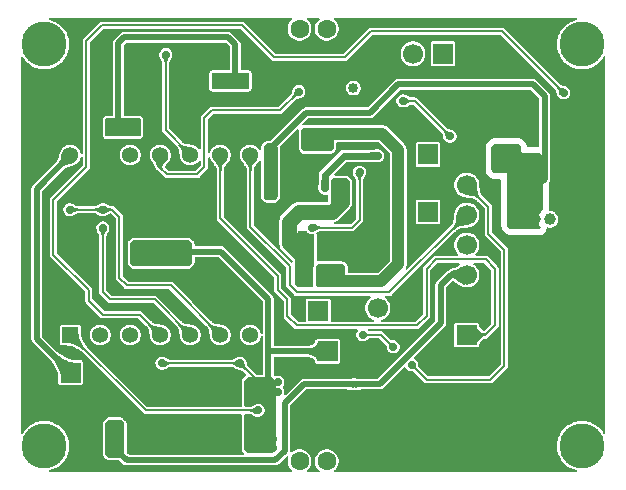
<source format=gbr>
%TF.GenerationSoftware,KiCad,Pcbnew,9.0.3*%
%TF.CreationDate,2025-07-20T17:02:37+08:00*%
%TF.ProjectId,pcb_all,7063625f-616c-46c2-9e6b-696361645f70,1*%
%TF.SameCoordinates,Original*%
%TF.FileFunction,Copper,L2,Bot*%
%TF.FilePolarity,Positive*%
%FSLAX46Y46*%
G04 Gerber Fmt 4.6, Leading zero omitted, Abs format (unit mm)*
G04 Created by KiCad (PCBNEW 9.0.3) date 2025-07-20 17:02:37*
%MOMM*%
%LPD*%
G01*
G04 APERTURE LIST*
%TA.AperFunction,ComponentPad*%
%ADD10R,1.700000X1.700000*%
%TD*%
%TA.AperFunction,ComponentPad*%
%ADD11C,1.700000*%
%TD*%
%TA.AperFunction,ComponentPad*%
%ADD12C,1.600000*%
%TD*%
%TA.AperFunction,ComponentPad*%
%ADD13C,3.800000*%
%TD*%
%TA.AperFunction,ComponentPad*%
%ADD14R,0.850000X0.850000*%
%TD*%
%TA.AperFunction,ComponentPad*%
%ADD15C,0.850000*%
%TD*%
%TA.AperFunction,ComponentPad*%
%ADD16C,1.008000*%
%TD*%
%TA.AperFunction,ComponentPad*%
%ADD17R,1.358000X1.358000*%
%TD*%
%TA.AperFunction,ComponentPad*%
%ADD18C,1.358000*%
%TD*%
%TA.AperFunction,ViaPad*%
%ADD19C,0.700000*%
%TD*%
%TA.AperFunction,ViaPad*%
%ADD20C,0.600000*%
%TD*%
%TA.AperFunction,Conductor*%
%ADD21C,0.500000*%
%TD*%
%TA.AperFunction,Conductor*%
%ADD22C,0.200000*%
%TD*%
%TA.AperFunction,Conductor*%
%ADD23C,1.300000*%
%TD*%
%TA.AperFunction,Conductor*%
%ADD24C,0.600000*%
%TD*%
%TA.AperFunction,Conductor*%
%ADD25C,1.000000*%
%TD*%
G04 APERTURE END LIST*
D10*
%TO.P,TP1,1,1*%
%TO.N,/vss*%
X178600000Y-84600000D03*
D11*
%TO.P,TP1,2,2*%
%TO.N,+BATT*%
X176060000Y-84600000D03*
%TD*%
D12*
%TO.P,SW2,*%
%TO.N,*%
X166450000Y-82500000D03*
X168750000Y-82500000D03*
%TD*%
D13*
%TO.P,H4,1*%
%TO.N,N/C*%
X190349999Y-117800000D03*
%TD*%
D12*
%TO.P,SW3,*%
%TO.N,*%
X168750000Y-119100000D03*
X166450000Y-119100000D03*
%TD*%
D14*
%TO.P,J1,1,Pin_1*%
%TO.N,GND*%
X171000000Y-86500001D03*
D15*
%TO.P,J1,2,Pin_2*%
%TO.N,Net-(D10-A)*%
X171000000Y-87500001D03*
%TD*%
D10*
%TO.P,TP5,1,1*%
%TO.N,Net-(Q2-G)*%
X177325087Y-93124912D03*
%TD*%
%TO.P,TP6,1,1*%
%TO.N,GND*%
X175600087Y-106124912D03*
D11*
%TO.P,TP6,2,2*%
%TO.N,+BATT*%
X173060087Y-106124912D03*
%TD*%
D10*
%TO.P,TP4,1,1*%
%TO.N,Net-(Q1-G)*%
X168027208Y-106375619D03*
%TD*%
D16*
%TO.P,B1,N*%
%TO.N,Net-(D7-A)*%
X187650000Y-98625000D03*
%TO.P,B1,P*%
%TO.N,+3V3*%
X186350000Y-98625000D03*
%TD*%
D13*
%TO.P,H1,1*%
%TO.N,N/C*%
X144849999Y-83800000D03*
%TD*%
D17*
%TO.P,U2,1,D0*%
%TO.N,/BUTTON-B*%
X147043500Y-108420000D03*
D18*
%TO.P,U2,2,D1*%
%TO.N,/BATT VOLTAGE*%
X149583500Y-108420000D03*
%TO.P,U2,3,D2*%
%TO.N,/INT1 (IMU)*%
X152123500Y-108420000D03*
%TO.P,U2,4,D3*%
%TO.N,/PWM (Vibration)*%
X154663500Y-108420000D03*
%TO.P,U2,5,D4*%
%TO.N,/SDA*%
X157203500Y-108420000D03*
%TO.P,U2,6,D5*%
%TO.N,/SCL*%
X159743500Y-108420000D03*
%TO.P,U2,7,TX_D6*%
%TO.N,/RX (SIM7600G-H)*%
X162283500Y-108420000D03*
%TO.P,U2,8,RX_D7*%
%TO.N,/TX (SIM7600G-H)*%
X162283500Y-93180000D03*
%TO.P,U2,9,D8*%
%TO.N,/SLEEP (SIM7600G-H)*%
X159743500Y-93180000D03*
%TO.P,U2,10,D9*%
%TO.N,/INT (BAROMETER)*%
X157203500Y-93180000D03*
%TO.P,U2,11,D10*%
%TO.N,/BUTTON-A*%
X154663500Y-93180000D03*
%TO.P,U2,12,VCC_3V3*%
%TO.N,unconnected-(U2-VCC_3V3-Pad12)*%
X152123500Y-93180000D03*
%TO.P,U2,13,GND*%
%TO.N,GND*%
X149583500Y-93180000D03*
%TO.P,U2,14,VUSB*%
%TO.N,+5V*%
X147043500Y-93180000D03*
%TD*%
D13*
%TO.P,H3,1*%
%TO.N,N/C*%
X144849999Y-117800000D03*
%TD*%
D10*
%TO.P,TP7,1,1*%
%TO.N,+3V3*%
X168825000Y-109800000D03*
D11*
%TO.P,TP7,2,2*%
%TO.N,GND*%
X171365000Y-109800000D03*
%TD*%
D10*
%TO.P,TP2,1,1*%
%TO.N,/v-*%
X177325087Y-97999912D03*
%TD*%
D13*
%TO.P,H2,1*%
%TO.N,N/C*%
X190349999Y-83800000D03*
%TD*%
D10*
%TO.P,TP8,1,1*%
%TO.N,+5V*%
X147075000Y-111600000D03*
D11*
%TO.P,TP8,2,2*%
%TO.N,GND*%
X144535000Y-111600000D03*
%TD*%
D10*
%TO.P,J2,1,Pin_1*%
%TO.N,/SLEEP (SIM7600G-H)*%
X180600000Y-108420000D03*
D11*
%TO.P,J2,2,Pin_2*%
%TO.N,GND*%
X180600000Y-105880000D03*
%TO.P,J2,3,Pin_3*%
%TO.N,+5V*%
X180600000Y-103340000D03*
%TO.P,J2,4,Pin_4*%
%TO.N,/PWR (SIM7600G-H)*%
X180600000Y-100800000D03*
%TO.P,J2,5,Pin_5*%
%TO.N,/TX (SIM7600G-H)*%
X180600000Y-98260000D03*
%TO.P,J2,6,Pin_6*%
%TO.N,/RX (SIM7600G-H)*%
X180600000Y-95720000D03*
%TO.P,J2,7,Pin_7*%
%TO.N,GND*%
X180600000Y-93180000D03*
%TD*%
D19*
%TO.N,+3V3*%
X184200000Y-94000000D03*
X163800000Y-112400000D03*
X184200000Y-93200000D03*
X163000000Y-112400000D03*
X152600000Y-101600000D03*
X164000000Y-92600000D03*
X164600000Y-112400000D03*
X164000000Y-93400000D03*
X154800000Y-110800000D03*
X183400000Y-94000000D03*
X156850000Y-102100000D03*
X164200000Y-117200000D03*
X156850000Y-101350000D03*
X163400000Y-118000000D03*
X164000000Y-96600000D03*
X163000000Y-113200000D03*
X163800000Y-113200000D03*
X164000000Y-95000000D03*
X185000000Y-93200000D03*
X161425000Y-110800000D03*
X183400000Y-93200000D03*
X152600000Y-100850000D03*
X163400000Y-117200000D03*
X185000000Y-94000000D03*
X164600000Y-113200000D03*
X164000000Y-95800000D03*
X164200000Y-118000000D03*
X164000000Y-94200000D03*
%TO.N,/vss*%
X166825087Y-100874913D03*
X169575087Y-95624912D03*
X166825087Y-103874912D03*
X166825087Y-102374912D03*
X169575087Y-96374912D03*
X170325087Y-96375912D03*
X166825087Y-103124912D03*
X170325087Y-97124912D03*
X166825088Y-100124912D03*
X170325087Y-95625912D03*
X169575087Y-97124912D03*
X166825087Y-101624912D03*
%TO.N,GND*%
X160400000Y-88400000D03*
X173800000Y-110600000D03*
X163400000Y-98200000D03*
X153118500Y-84763771D03*
X151800000Y-114200000D03*
X171475087Y-102499913D03*
X156000000Y-113124999D03*
X156243502Y-86706501D03*
X175600000Y-115625000D03*
X158225000Y-117800000D03*
X159600000Y-88400000D03*
X158800000Y-88400000D03*
X169650000Y-83800000D03*
X166100000Y-116025000D03*
X163400000Y-99000000D03*
X177100000Y-115625000D03*
X175400000Y-109100000D03*
X167850087Y-94274911D03*
X172600000Y-94400000D03*
X164200000Y-99000000D03*
X158350000Y-116075000D03*
X164200000Y-98200000D03*
D20*
%TO.N,+5V*%
X150400000Y-90500000D03*
X151200000Y-116000000D03*
X151200000Y-116800000D03*
X150400000Y-116800000D03*
X161000000Y-87300000D03*
X150400000Y-116000000D03*
X151800000Y-90500000D03*
X171075000Y-112575000D03*
X152500000Y-91200000D03*
X151200000Y-118400000D03*
X161700000Y-86600000D03*
X161000000Y-86600000D03*
X161700000Y-87300000D03*
X160300000Y-86600000D03*
X160300000Y-87300000D03*
X151100000Y-91200000D03*
X159600000Y-86600000D03*
X151100000Y-90500000D03*
X152500000Y-90500000D03*
X150400000Y-117600000D03*
X150400000Y-118400000D03*
X159600000Y-87300000D03*
X151200000Y-117600000D03*
X150400000Y-91200000D03*
X151800000Y-91200000D03*
D19*
%TO.N,/SCL*%
X149800000Y-97800000D03*
X147000000Y-97800000D03*
%TO.N,/SDA*%
X149800000Y-99350000D03*
%TO.N,/INT (BAROMETER)*%
X155118500Y-84668500D03*
%TO.N,/RX (SIM7600G-H)*%
X171800000Y-108400000D03*
X174375377Y-109406156D03*
X175930331Y-110930331D03*
%TO.N,Net-(Q1-G)*%
X171525087Y-94624912D03*
X167525087Y-99325088D03*
%TO.N,Net-(Q2-G)*%
X168575087Y-95974911D03*
X173075087Y-93249912D03*
%TO.N,/v-*%
X179200000Y-91600000D03*
X175200000Y-88600000D03*
%TO.N,/PWM (Vibration)*%
X188800000Y-87905750D03*
%TO.N,/BUTTON-A*%
X166400000Y-87800000D03*
%TO.N,/BUTTON-B*%
X162950002Y-114800000D03*
%TO.N,Net-(Q1-D)*%
X169075087Y-102874912D03*
X168825087Y-91374912D03*
X169825087Y-102874912D03*
X169075087Y-103624912D03*
X168075087Y-92374911D03*
X168825088Y-92374912D03*
X168325087Y-102874912D03*
X167000000Y-92400000D03*
X169825087Y-103624912D03*
X167000000Y-91400000D03*
X168325087Y-103624912D03*
X168075087Y-91374912D03*
%TD*%
D21*
%TO.N,+3V3*%
X163800000Y-112400000D02*
X163800000Y-105350000D01*
X187200000Y-95200000D02*
X186400000Y-96000000D01*
X186400000Y-96000000D02*
X185600000Y-96000000D01*
D22*
X161425000Y-110800000D02*
X161425000Y-110825000D01*
X161425000Y-110825000D02*
X163000000Y-112400000D01*
D21*
X167000000Y-89600000D02*
X172400000Y-89600000D01*
X159800000Y-101350000D02*
X156850000Y-101350000D01*
X187200000Y-88200000D02*
X187200000Y-95200000D01*
D22*
X154800000Y-110800000D02*
X161425000Y-110800000D01*
D21*
X163800000Y-105350000D02*
X159800000Y-101350000D01*
X172400000Y-89600000D02*
X174800000Y-87200000D01*
X164000000Y-92600000D02*
X167000000Y-89600000D01*
X168825000Y-109800000D02*
X163800000Y-109800000D01*
X186200000Y-87200000D02*
X187200000Y-88200000D01*
X174800000Y-87200000D02*
X186200000Y-87200000D01*
D23*
%TO.N,/vss*%
X166400000Y-98000000D02*
X165575087Y-98824913D01*
X165575087Y-100624911D02*
X166825087Y-101874911D01*
X169199999Y-98000000D02*
X166400000Y-98000000D01*
X170075087Y-97124912D02*
X169199999Y-98000000D01*
X165575087Y-98824913D02*
X165575087Y-100624911D01*
X166825087Y-101874911D02*
X166825088Y-102624912D01*
D21*
%TO.N,+5V*%
X165200000Y-114200000D02*
X165200000Y-118200000D01*
X166825000Y-112575000D02*
X165200000Y-114200000D01*
X151800000Y-119000000D02*
X151200000Y-118400000D01*
X165200000Y-118200000D02*
X164400000Y-119000000D01*
X144200000Y-96023500D02*
X144200000Y-108725000D01*
X164400000Y-119000000D02*
X151800000Y-119000000D01*
X178400000Y-107400000D02*
X178400000Y-104200000D01*
X144200000Y-108725000D02*
X147075000Y-111600000D01*
X160400000Y-83200000D02*
X151600000Y-83200000D01*
X161000000Y-86600000D02*
X161000000Y-83800000D01*
X173225000Y-112575000D02*
X178400000Y-107400000D01*
X178400000Y-104200000D02*
X179260000Y-103340000D01*
X179260000Y-103340000D02*
X180600000Y-103340000D01*
X171075000Y-112575000D02*
X173225000Y-112575000D01*
X161000000Y-83800000D02*
X160400000Y-83200000D01*
X171075000Y-112575000D02*
X166825000Y-112575000D01*
X147043500Y-93180000D02*
X144200000Y-96023500D01*
X151100000Y-83700000D02*
X151100000Y-90500000D01*
X151600000Y-83200000D02*
X151100000Y-83700000D01*
D22*
%TO.N,/SCL*%
X150600000Y-97800000D02*
X151200000Y-98400000D01*
X155523500Y-104200000D02*
X159743500Y-108420000D01*
X151800000Y-104200000D02*
X155523500Y-104200000D01*
X151200000Y-103600000D02*
X151800000Y-104200000D01*
X151200000Y-98400000D02*
X151200000Y-103600000D01*
X149800000Y-97800000D02*
X150600000Y-97800000D01*
X147000000Y-97800000D02*
X149800000Y-97800000D01*
%TO.N,/SDA*%
X149800000Y-104800000D02*
X150400000Y-105400000D01*
X149800000Y-99350000D02*
X149800000Y-104800000D01*
X154183500Y-105400000D02*
X157203500Y-108420000D01*
X150400000Y-105400000D02*
X154183500Y-105400000D01*
%TO.N,/INT (BAROMETER)*%
X155118500Y-91095000D02*
X157203500Y-93180000D01*
X155118500Y-84668500D02*
X155118500Y-91095000D01*
%TO.N,/TX (SIM7600G-H)*%
X174060000Y-104800000D02*
X180600000Y-98260000D01*
X165600000Y-104200000D02*
X166200000Y-104800000D01*
X166200000Y-104800000D02*
X174060000Y-104800000D01*
X165600000Y-102600000D02*
X165600000Y-104200000D01*
X162283500Y-99283500D02*
X165600000Y-102600000D01*
X162283500Y-93180000D02*
X162283500Y-99283500D01*
%TO.N,/RX (SIM7600G-H)*%
X182440000Y-97560000D02*
X180600000Y-95720000D01*
X182600000Y-112200000D02*
X183800000Y-111000000D01*
X175930331Y-110930331D02*
X177200000Y-112200000D01*
X183800000Y-101200000D02*
X182440000Y-99840000D01*
X182440000Y-99840000D02*
X182440000Y-97560000D01*
X183800000Y-111000000D02*
X183800000Y-101200000D01*
X177200000Y-112200000D02*
X182600000Y-112200000D01*
X174375377Y-109406156D02*
X173369221Y-108400000D01*
X173369221Y-108400000D02*
X171800000Y-108400000D01*
%TO.N,/SLEEP (SIM7600G-H)*%
X159743500Y-93180000D02*
X159743500Y-98543500D01*
X178000000Y-102000000D02*
X182200000Y-102000000D01*
X182200000Y-102000000D02*
X183000000Y-102800000D01*
X164600000Y-103400000D02*
X164600000Y-104600000D01*
X183000000Y-102800000D02*
X183000000Y-107600000D01*
X177200000Y-106800000D02*
X177200000Y-102800000D01*
X177200000Y-102800000D02*
X178000000Y-102000000D01*
X176400000Y-107600000D02*
X177200000Y-106800000D01*
X165400000Y-106800000D02*
X166200000Y-107600000D01*
X165400000Y-105400000D02*
X165400000Y-106800000D01*
X182180000Y-108420000D02*
X180600000Y-108420000D01*
X166200000Y-107600000D02*
X176400000Y-107600000D01*
X164600000Y-104600000D02*
X165400000Y-105400000D01*
X183000000Y-107600000D02*
X182180000Y-108420000D01*
X159743500Y-98543500D02*
X164600000Y-103400000D01*
%TO.N,Net-(Q1-G)*%
X171525087Y-98674912D02*
X170874912Y-99325088D01*
X171525087Y-94624912D02*
X171525087Y-98674912D01*
X170874912Y-99325088D02*
X167525087Y-99325088D01*
D24*
%TO.N,Net-(Q2-G)*%
X170200086Y-93249912D02*
X173075087Y-93249912D01*
X168575087Y-94874911D02*
X170200086Y-93249912D01*
X168575087Y-95974911D02*
X168575087Y-94874911D01*
D22*
%TO.N,/v-*%
X176200000Y-88600000D02*
X175200000Y-88600000D01*
X179200000Y-91600000D02*
X176200000Y-88600000D01*
%TO.N,/PWM (Vibration)*%
X148400000Y-94200000D02*
X145600000Y-97000000D01*
X188800000Y-87905750D02*
X183594250Y-82700000D01*
X152943500Y-106700000D02*
X154663500Y-108420000D01*
X170300000Y-84900000D02*
X164300000Y-84900000D01*
X145600000Y-97000000D02*
X145600000Y-101600000D01*
X148600000Y-104600000D02*
X148600000Y-105500000D01*
X149800000Y-106700000D02*
X152943500Y-106700000D01*
X149700000Y-82200000D02*
X148400000Y-83500000D01*
X164300000Y-84900000D02*
X161600000Y-82200000D01*
X148400000Y-83500000D02*
X148400000Y-94200000D01*
X145600000Y-101600000D02*
X148600000Y-104600000D01*
X183594250Y-82700000D02*
X172500000Y-82700000D01*
X172500000Y-82700000D02*
X170300000Y-84900000D01*
X148600000Y-105500000D02*
X149800000Y-106700000D01*
X161600000Y-82200000D02*
X149700000Y-82200000D01*
%TO.N,/BUTTON-A*%
X155200000Y-94800000D02*
X154663500Y-94263500D01*
X158400000Y-90000000D02*
X158400000Y-94200000D01*
X164800000Y-89400000D02*
X159000000Y-89400000D01*
X154663500Y-94263500D02*
X154663500Y-93180000D01*
X157800000Y-94800000D02*
X155200000Y-94800000D01*
X158400000Y-94200000D02*
X157800000Y-94800000D01*
X159000000Y-89400000D02*
X158400000Y-90000000D01*
X166400000Y-87800000D02*
X164800000Y-89400000D01*
%TO.N,/BUTTON-B*%
X162950002Y-114800000D02*
X153423500Y-114800000D01*
X153423500Y-114800000D02*
X147043500Y-108420000D01*
D25*
%TO.N,Net-(Q1-D)*%
X168325087Y-103624912D02*
X168575087Y-103874912D01*
X173450087Y-91374912D02*
X168075087Y-91374912D01*
X168575087Y-103874912D02*
X173325087Y-103874912D01*
X174825087Y-102374912D02*
X174825087Y-92749912D01*
X174825087Y-92749912D02*
X173450087Y-91374912D01*
X173325087Y-103874912D02*
X174825087Y-102374912D01*
%TD*%
%TA.AperFunction,Conductor*%
%TO.N,+3V3*%
G36*
X184965676Y-92250434D02*
G01*
X184986318Y-92267068D01*
X185163681Y-92444431D01*
X185197166Y-92505754D01*
X185200000Y-92532110D01*
X185200000Y-92980750D01*
X186748637Y-92980750D01*
X186815676Y-93000435D01*
X186836318Y-93017069D01*
X187013680Y-93194431D01*
X187047165Y-93255754D01*
X187049999Y-93282112D01*
X187049999Y-97753061D01*
X187030314Y-97820100D01*
X187013680Y-97840742D01*
X186869756Y-97984665D01*
X186869753Y-97984669D01*
X186759827Y-98149184D01*
X186759820Y-98149197D01*
X186684104Y-98331993D01*
X186684101Y-98332003D01*
X186645500Y-98526062D01*
X186645500Y-98526065D01*
X186645500Y-98723935D01*
X186645500Y-98723937D01*
X186645499Y-98723937D01*
X186684101Y-98917996D01*
X186684104Y-98918006D01*
X186759820Y-99100802D01*
X186759827Y-99100815D01*
X186851534Y-99238063D01*
X186861021Y-99268363D01*
X186872116Y-99298107D01*
X186871385Y-99301463D01*
X186872412Y-99304740D01*
X186864013Y-99335354D01*
X186857265Y-99366380D01*
X186854483Y-99370095D01*
X186853928Y-99372121D01*
X186836114Y-99394634D01*
X186786320Y-99444429D01*
X186724997Y-99477915D01*
X186698638Y-99480749D01*
X185525000Y-99480749D01*
X184351362Y-99480749D01*
X184284323Y-99461064D01*
X184263681Y-99444430D01*
X184086319Y-99267068D01*
X184052834Y-99205745D01*
X184050000Y-99179387D01*
X184050000Y-94730750D01*
X183800000Y-94730750D01*
X183001362Y-94730750D01*
X182934323Y-94711065D01*
X182913681Y-94694431D01*
X182736319Y-94517069D01*
X182702834Y-94455746D01*
X182700000Y-94429388D01*
X182700000Y-92532110D01*
X182719685Y-92465071D01*
X182736315Y-92444433D01*
X182913680Y-92267067D01*
X182975003Y-92233583D01*
X183001361Y-92230749D01*
X183950000Y-92230749D01*
X184898640Y-92230749D01*
X184965676Y-92250434D01*
G37*
%TD.AperFunction*%
%TD*%
%TA.AperFunction,Conductor*%
%TO.N,GND*%
G36*
X165803762Y-81569407D02*
G01*
X165839726Y-81618907D01*
X165839726Y-81680093D01*
X165815575Y-81719504D01*
X165672864Y-81862214D01*
X165672861Y-81862218D01*
X165563367Y-82026086D01*
X165487949Y-82208163D01*
X165487949Y-82208165D01*
X165449500Y-82401456D01*
X165449500Y-82401459D01*
X165449500Y-82598541D01*
X165486554Y-82784824D01*
X165487949Y-82791834D01*
X165487949Y-82791836D01*
X165563367Y-82973913D01*
X165563368Y-82973914D01*
X165672861Y-83137782D01*
X165812218Y-83277139D01*
X165976086Y-83386632D01*
X166158165Y-83462051D01*
X166351459Y-83500500D01*
X166351460Y-83500500D01*
X166548540Y-83500500D01*
X166548541Y-83500500D01*
X166741835Y-83462051D01*
X166923914Y-83386632D01*
X167087782Y-83277139D01*
X167227139Y-83137782D01*
X167336632Y-82973914D01*
X167412051Y-82791835D01*
X167450500Y-82598541D01*
X167450500Y-82401459D01*
X167412051Y-82208165D01*
X167336632Y-82026086D01*
X167227139Y-81862218D01*
X167087782Y-81722861D01*
X167084425Y-81719504D01*
X167056648Y-81664987D01*
X167066219Y-81604555D01*
X167109484Y-81561290D01*
X167154429Y-81550500D01*
X168045571Y-81550500D01*
X168103762Y-81569407D01*
X168139726Y-81618907D01*
X168139726Y-81680093D01*
X168115575Y-81719504D01*
X167972864Y-81862214D01*
X167972861Y-81862218D01*
X167863367Y-82026086D01*
X167787949Y-82208163D01*
X167787949Y-82208165D01*
X167749500Y-82401456D01*
X167749500Y-82401459D01*
X167749500Y-82598541D01*
X167786554Y-82784824D01*
X167787949Y-82791834D01*
X167787949Y-82791836D01*
X167863367Y-82973913D01*
X167863368Y-82973914D01*
X167972861Y-83137782D01*
X168112218Y-83277139D01*
X168276086Y-83386632D01*
X168458165Y-83462051D01*
X168651459Y-83500500D01*
X168651460Y-83500500D01*
X168848540Y-83500500D01*
X168848541Y-83500500D01*
X169041835Y-83462051D01*
X169223914Y-83386632D01*
X169387782Y-83277139D01*
X169527139Y-83137782D01*
X169636632Y-82973914D01*
X169712051Y-82791835D01*
X169750500Y-82598541D01*
X169750500Y-82401459D01*
X169712051Y-82208165D01*
X169636632Y-82026086D01*
X169527139Y-81862218D01*
X169387782Y-81722861D01*
X169384425Y-81719504D01*
X169356648Y-81664987D01*
X169366219Y-81604555D01*
X169409484Y-81561290D01*
X169454429Y-81550500D01*
X189877560Y-81550500D01*
X189935751Y-81569407D01*
X189971715Y-81618907D01*
X189971715Y-81680093D01*
X189935751Y-81729593D01*
X189903186Y-81745125D01*
X189809542Y-81770217D01*
X189673367Y-81806704D01*
X189418982Y-81912074D01*
X189180516Y-82049753D01*
X188962074Y-82217369D01*
X188767368Y-82412075D01*
X188599752Y-82630517D01*
X188462073Y-82868983D01*
X188356703Y-83123368D01*
X188320217Y-83259539D01*
X188285439Y-83389334D01*
X188285438Y-83389338D01*
X188285438Y-83389340D01*
X188249499Y-83662324D01*
X188249499Y-83937675D01*
X188285438Y-84210659D01*
X188285439Y-84210666D01*
X188307656Y-84293580D01*
X188356703Y-84476631D01*
X188462073Y-84731016D01*
X188489044Y-84777731D01*
X188552894Y-84888323D01*
X188599752Y-84969482D01*
X188729969Y-85139184D01*
X188767371Y-85187928D01*
X188962071Y-85382628D01*
X189180520Y-85550249D01*
X189418978Y-85687923D01*
X189418979Y-85687923D01*
X189418982Y-85687925D01*
X189673367Y-85793295D01*
X189939333Y-85864560D01*
X190212325Y-85900500D01*
X190212326Y-85900500D01*
X190487672Y-85900500D01*
X190487673Y-85900500D01*
X190760665Y-85864560D01*
X191026631Y-85793295D01*
X191281020Y-85687923D01*
X191519478Y-85550249D01*
X191737927Y-85382628D01*
X191932627Y-85187928D01*
X192100248Y-84969479D01*
X192164763Y-84857734D01*
X192210232Y-84816795D01*
X192271082Y-84810399D01*
X192324070Y-84840992D01*
X192348957Y-84896887D01*
X192349499Y-84907236D01*
X192349499Y-116692763D01*
X192330592Y-116750954D01*
X192281092Y-116786918D01*
X192219906Y-116786918D01*
X192170406Y-116750954D01*
X192164763Y-116742263D01*
X192100249Y-116630523D01*
X192100248Y-116630521D01*
X191932627Y-116412072D01*
X191737927Y-116217372D01*
X191519478Y-116049751D01*
X191281020Y-115912077D01*
X191281015Y-115912074D01*
X191026630Y-115806704D01*
X190905520Y-115774253D01*
X190760665Y-115735440D01*
X190760658Y-115735439D01*
X190487674Y-115699500D01*
X190487673Y-115699500D01*
X190212325Y-115699500D01*
X190212323Y-115699500D01*
X189939339Y-115735439D01*
X189939337Y-115735439D01*
X189939333Y-115735440D01*
X189838804Y-115762376D01*
X189673367Y-115806704D01*
X189418982Y-115912074D01*
X189180516Y-116049753D01*
X188962074Y-116217369D01*
X188767368Y-116412075D01*
X188599752Y-116630517D01*
X188462073Y-116868983D01*
X188356703Y-117123368D01*
X188315751Y-117276207D01*
X188285439Y-117389334D01*
X188285438Y-117389338D01*
X188285438Y-117389340D01*
X188249499Y-117662324D01*
X188249499Y-117937675D01*
X188275866Y-118137949D01*
X188285439Y-118210666D01*
X188317315Y-118329629D01*
X188356703Y-118476631D01*
X188462073Y-118731016D01*
X188467647Y-118740671D01*
X188573315Y-118923693D01*
X188599752Y-118969482D01*
X188720433Y-119126757D01*
X188767371Y-119187928D01*
X188962071Y-119382628D01*
X189180520Y-119550249D01*
X189418978Y-119687923D01*
X189418979Y-119687923D01*
X189418982Y-119687925D01*
X189645174Y-119781617D01*
X189673367Y-119793295D01*
X189903184Y-119854874D01*
X189954497Y-119888197D01*
X189976424Y-119945318D01*
X189960589Y-120004419D01*
X189913039Y-120042924D01*
X189877560Y-120049500D01*
X169454429Y-120049500D01*
X169396238Y-120030593D01*
X169360274Y-119981093D01*
X169360274Y-119919907D01*
X169384425Y-119880496D01*
X169410048Y-119854873D01*
X169527139Y-119737782D01*
X169636632Y-119573914D01*
X169712051Y-119391835D01*
X169750500Y-119198541D01*
X169750500Y-119001459D01*
X169712051Y-118808165D01*
X169636632Y-118626086D01*
X169527139Y-118462218D01*
X169387782Y-118322861D01*
X169239051Y-118223482D01*
X169223913Y-118213367D01*
X169041835Y-118137949D01*
X168848543Y-118099500D01*
X168848541Y-118099500D01*
X168651459Y-118099500D01*
X168651456Y-118099500D01*
X168458165Y-118137949D01*
X168458163Y-118137949D01*
X168276086Y-118213367D01*
X168112218Y-118322861D01*
X168112214Y-118322864D01*
X167972864Y-118462214D01*
X167972861Y-118462218D01*
X167863367Y-118626086D01*
X167787949Y-118808163D01*
X167787949Y-118808165D01*
X167749500Y-119001456D01*
X167749500Y-119001459D01*
X167749500Y-119198541D01*
X167781714Y-119360492D01*
X167787949Y-119391834D01*
X167787949Y-119391836D01*
X167863367Y-119573913D01*
X167863368Y-119573914D01*
X167972861Y-119737782D01*
X167972864Y-119737785D01*
X168115575Y-119880496D01*
X168143352Y-119935013D01*
X168133781Y-119995445D01*
X168090516Y-120038710D01*
X168045571Y-120049500D01*
X167154429Y-120049500D01*
X167096238Y-120030593D01*
X167060274Y-119981093D01*
X167060274Y-119919907D01*
X167084425Y-119880496D01*
X167110048Y-119854873D01*
X167227139Y-119737782D01*
X167336632Y-119573914D01*
X167412051Y-119391835D01*
X167450500Y-119198541D01*
X167450500Y-119001459D01*
X167412051Y-118808165D01*
X167336632Y-118626086D01*
X167227139Y-118462218D01*
X167087782Y-118322861D01*
X166939051Y-118223482D01*
X166923913Y-118213367D01*
X166741835Y-118137949D01*
X166548543Y-118099500D01*
X166548541Y-118099500D01*
X166351459Y-118099500D01*
X166351456Y-118099500D01*
X166158165Y-118137949D01*
X166158163Y-118137949D01*
X165976086Y-118213367D01*
X165907330Y-118259309D01*
X165812218Y-118322861D01*
X165812216Y-118322862D01*
X165808175Y-118325563D01*
X165807565Y-118324650D01*
X165755306Y-118345091D01*
X165696107Y-118329629D01*
X165657302Y-118282323D01*
X165650500Y-118246261D01*
X165650500Y-114427611D01*
X165669407Y-114369420D01*
X165679496Y-114357607D01*
X166982607Y-113054496D01*
X167037124Y-113026719D01*
X167052611Y-113025500D01*
X170458142Y-113025500D01*
X170462277Y-113025586D01*
X170469790Y-113025900D01*
X170493090Y-113030465D01*
X170572513Y-113030236D01*
X170751117Y-113034533D01*
X170764909Y-113035836D01*
X170925615Y-113062477D01*
X170971716Y-113070120D01*
X170971716Y-113070119D01*
X170971723Y-113070121D01*
X170973534Y-113070078D01*
X170975744Y-113070053D01*
X170988779Y-113070052D01*
X171009108Y-113075500D01*
X171140892Y-113075500D01*
X171161252Y-113070043D01*
X171174282Y-113070043D01*
X171175158Y-113070327D01*
X171175844Y-113070282D01*
X171177467Y-113070095D01*
X171178276Y-113070121D01*
X171385097Y-113035835D01*
X171398886Y-113034532D01*
X171576133Y-113030266D01*
X171578686Y-113030238D01*
X171656944Y-113030465D01*
X171672596Y-113027374D01*
X171691770Y-113025500D01*
X173284309Y-113025500D01*
X173374669Y-113001287D01*
X173374672Y-113001287D01*
X173387903Y-112997741D01*
X173398887Y-112994799D01*
X173501614Y-112935489D01*
X175281074Y-111156027D01*
X175335589Y-111128252D01*
X175396021Y-111137823D01*
X175436812Y-111176532D01*
X175489820Y-111268343D01*
X175489822Y-111268346D01*
X175592316Y-111370840D01*
X175592318Y-111370841D01*
X175592320Y-111370843D01*
X175717842Y-111443313D01*
X175717843Y-111443313D01*
X175717846Y-111443315D01*
X175857856Y-111480831D01*
X175857857Y-111480831D01*
X176009295Y-111480831D01*
X176009295Y-111482518D01*
X176061434Y-111492176D01*
X176084209Y-111509180D01*
X176959540Y-112384511D01*
X176959539Y-112384511D01*
X177015489Y-112440460D01*
X177084007Y-112480019D01*
X177084011Y-112480021D01*
X177160435Y-112500499D01*
X177160437Y-112500500D01*
X177160438Y-112500500D01*
X182639563Y-112500500D01*
X182639563Y-112500499D01*
X182715989Y-112480021D01*
X182784511Y-112440460D01*
X182840460Y-112384511D01*
X184040460Y-111184511D01*
X184044511Y-111177492D01*
X184044515Y-111177489D01*
X184044514Y-111177489D01*
X184080021Y-111115989D01*
X184100500Y-111039562D01*
X184100500Y-101160438D01*
X184080021Y-101084011D01*
X184040460Y-101015489D01*
X184014478Y-100989507D01*
X183984511Y-100959539D01*
X183984511Y-100959540D01*
X182769496Y-99744525D01*
X182741719Y-99690008D01*
X182740500Y-99674521D01*
X182740500Y-97520437D01*
X182740499Y-97520435D01*
X182734889Y-97499500D01*
X182720021Y-97444011D01*
X182707509Y-97422340D01*
X182680460Y-97375489D01*
X182624511Y-97319539D01*
X182624511Y-97319540D01*
X182023580Y-96718609D01*
X182019723Y-96714526D01*
X182014078Y-96708201D01*
X182003258Y-96690857D01*
X181909926Y-96591503D01*
X181909080Y-96590555D01*
X181908987Y-96590345D01*
X181905672Y-96586525D01*
X181839059Y-96503361D01*
X181833468Y-96495647D01*
X181794492Y-96436036D01*
X181789151Y-96426822D01*
X181766838Y-96383041D01*
X181760560Y-96367643D01*
X181727247Y-96261070D01*
X181723482Y-96243633D01*
X181703192Y-96078765D01*
X181702716Y-96073911D01*
X181699053Y-96023950D01*
X181699049Y-96023893D01*
X181698832Y-96021180D01*
X181698828Y-96021142D01*
X181698822Y-96021058D01*
X181681700Y-95823467D01*
X181680211Y-95806287D01*
X181679513Y-95799533D01*
X181679419Y-95798750D01*
X181679415Y-95798719D01*
X181678459Y-95791763D01*
X181638613Y-95534764D01*
X181638609Y-95534739D01*
X181637861Y-95530246D01*
X181637776Y-95529768D01*
X181632228Y-95515957D01*
X181626994Y-95498365D01*
X181623660Y-95481604D01*
X181610130Y-95413580D01*
X181530941Y-95222402D01*
X181415977Y-95050345D01*
X181269655Y-94904023D01*
X181225487Y-94874511D01*
X181097597Y-94789058D01*
X180906418Y-94709869D01*
X180703467Y-94669500D01*
X180703465Y-94669500D01*
X180496535Y-94669500D01*
X180496532Y-94669500D01*
X180293581Y-94709869D01*
X180102402Y-94789058D01*
X179930348Y-94904020D01*
X179784020Y-95050348D01*
X179669058Y-95222402D01*
X179589869Y-95413581D01*
X179549500Y-95616532D01*
X179549500Y-95823467D01*
X179589869Y-96026418D01*
X179669058Y-96217597D01*
X179784020Y-96389651D01*
X179784023Y-96389655D01*
X179930345Y-96535977D01*
X180102402Y-96650941D01*
X180293580Y-96730130D01*
X180378195Y-96746961D01*
X180382368Y-96747791D01*
X180396407Y-96751676D01*
X180416156Y-96758743D01*
X180715310Y-96803129D01*
X180718009Y-96803485D01*
X180721863Y-96803994D01*
X180722320Y-96804046D01*
X180722625Y-96804082D01*
X180725447Y-96804360D01*
X180729438Y-96804755D01*
X180797524Y-96810336D01*
X180900143Y-96818748D01*
X180901350Y-96818856D01*
X181088006Y-96836688D01*
X181097623Y-96838087D01*
X181158228Y-96849969D01*
X181169204Y-96852782D01*
X181224176Y-96870282D01*
X181236306Y-96875044D01*
X181293183Y-96901819D01*
X181304133Y-96907846D01*
X181371841Y-96950894D01*
X181380348Y-96956956D01*
X181464201Y-97023682D01*
X181470234Y-97028896D01*
X181570976Y-97123381D01*
X181581677Y-97130165D01*
X181582032Y-97130390D01*
X181599028Y-97143999D01*
X182110504Y-97655475D01*
X182138281Y-97709992D01*
X182139500Y-97725479D01*
X182139500Y-99879564D01*
X182159978Y-99955988D01*
X182177450Y-99986249D01*
X182177451Y-99986252D01*
X182199535Y-100024505D01*
X182199538Y-100024508D01*
X182199540Y-100024511D01*
X183470505Y-101295476D01*
X183498281Y-101349991D01*
X183499500Y-101365478D01*
X183499500Y-110834521D01*
X183480593Y-110892712D01*
X183470504Y-110904525D01*
X182504525Y-111870504D01*
X182450008Y-111898281D01*
X182434521Y-111899500D01*
X177365479Y-111899500D01*
X177307288Y-111880593D01*
X177295475Y-111870504D01*
X176509180Y-111084209D01*
X176481403Y-111029692D01*
X176481137Y-111009295D01*
X176480831Y-111009295D01*
X176480831Y-110857856D01*
X176463869Y-110794554D01*
X176443315Y-110717846D01*
X176443313Y-110717843D01*
X176443313Y-110717841D01*
X176370843Y-110592320D01*
X176370841Y-110592318D01*
X176370840Y-110592316D01*
X176268346Y-110489822D01*
X176267965Y-110489602D01*
X176176532Y-110436812D01*
X176135592Y-110391342D01*
X176129197Y-110330492D01*
X176156027Y-110281074D01*
X178760489Y-107676614D01*
X178768481Y-107662772D01*
X178819797Y-107573891D01*
X178819797Y-107573889D01*
X178819799Y-107573887D01*
X178833954Y-107521059D01*
X178850500Y-107459309D01*
X178850500Y-104427611D01*
X178869407Y-104369420D01*
X178879496Y-104357608D01*
X179312223Y-103924880D01*
X179319070Y-103918645D01*
X179325007Y-103913726D01*
X179339460Y-103905136D01*
X179386937Y-103862422D01*
X179388469Y-103861154D01*
X179389064Y-103860917D01*
X179395592Y-103855777D01*
X179415991Y-103841776D01*
X179474666Y-103824437D01*
X179510639Y-103832248D01*
X179516791Y-103834856D01*
X179537290Y-103846609D01*
X179623120Y-103910547D01*
X179629485Y-103915712D01*
X179699268Y-103977306D01*
X179700329Y-103978237D01*
X179755240Y-104026113D01*
X179820107Y-104082670D01*
X179826190Y-104087770D01*
X179826881Y-104088327D01*
X179832926Y-104093017D01*
X179896798Y-104140692D01*
X179968004Y-104193842D01*
X179968012Y-104193847D01*
X179968014Y-104193849D01*
X179980023Y-104202165D01*
X179981419Y-104203060D01*
X179993931Y-104210470D01*
X180091751Y-104263824D01*
X180102402Y-104270941D01*
X180112364Y-104275067D01*
X180150157Y-104295681D01*
X180163022Y-104302124D01*
X180163034Y-104302129D01*
X180163047Y-104302136D01*
X180164513Y-104302807D01*
X180177847Y-104308352D01*
X180177852Y-104308354D01*
X180177862Y-104308358D01*
X180265193Y-104341124D01*
X180275545Y-104344697D01*
X180276195Y-104344902D01*
X180276735Y-104345073D01*
X180278640Y-104345617D01*
X180287427Y-104348131D01*
X180290923Y-104349029D01*
X180293580Y-104350130D01*
X180300770Y-104351560D01*
X180371053Y-104369623D01*
X180376467Y-104370936D01*
X180377085Y-104371077D01*
X180377084Y-104371077D01*
X180377089Y-104371078D01*
X180391555Y-104371284D01*
X180409442Y-104373175D01*
X180496535Y-104390500D01*
X180496536Y-104390500D01*
X180703464Y-104390500D01*
X180703465Y-104390500D01*
X180906420Y-104350130D01*
X181097598Y-104270941D01*
X181269655Y-104155977D01*
X181415977Y-104009655D01*
X181530941Y-103837598D01*
X181610130Y-103646420D01*
X181650500Y-103443465D01*
X181650500Y-103236535D01*
X181610130Y-103033580D01*
X181530941Y-102842402D01*
X181415977Y-102670345D01*
X181269655Y-102524023D01*
X181206486Y-102481815D01*
X181168607Y-102433766D01*
X181166205Y-102372628D01*
X181200197Y-102321754D01*
X181257601Y-102300576D01*
X181261488Y-102300500D01*
X182034521Y-102300500D01*
X182092712Y-102319407D01*
X182104525Y-102329496D01*
X182670504Y-102895475D01*
X182698281Y-102949992D01*
X182699500Y-102965479D01*
X182699500Y-107434520D01*
X182680593Y-107492711D01*
X182670504Y-107504524D01*
X182162844Y-108012183D01*
X182142115Y-108022744D01*
X182123276Y-108036384D01*
X182115371Y-108036370D01*
X182108327Y-108039960D01*
X182062091Y-108036283D01*
X182010913Y-108019560D01*
X181996255Y-108013429D01*
X181974250Y-108002071D01*
X181948448Y-107988753D01*
X181939488Y-107983516D01*
X181884229Y-107947200D01*
X181875826Y-107941020D01*
X181825947Y-107900118D01*
X181817861Y-107892700D01*
X181773267Y-107846993D01*
X181765708Y-107838284D01*
X181733210Y-107796108D01*
X181726338Y-107785944D01*
X181725493Y-107784510D01*
X181700428Y-107741976D01*
X181694605Y-107730429D01*
X181678979Y-107693637D01*
X181674572Y-107680918D01*
X181673402Y-107676614D01*
X181665409Y-107647220D01*
X181662411Y-107630872D01*
X181656934Y-107574702D01*
X181656822Y-107574298D01*
X181652851Y-107559908D01*
X181652271Y-107557808D01*
X181650606Y-107550787D01*
X181650500Y-107550252D01*
X181638867Y-107491769D01*
X181594552Y-107425448D01*
X181545701Y-107392806D01*
X181528233Y-107381134D01*
X181528231Y-107381133D01*
X181528228Y-107381132D01*
X181528227Y-107381132D01*
X181469758Y-107369501D01*
X181469748Y-107369500D01*
X179730252Y-107369500D01*
X179730251Y-107369500D01*
X179730241Y-107369501D01*
X179671772Y-107381132D01*
X179671766Y-107381134D01*
X179605451Y-107425445D01*
X179605445Y-107425451D01*
X179561134Y-107491766D01*
X179561132Y-107491772D01*
X179549501Y-107550241D01*
X179549500Y-107550253D01*
X179549500Y-109289746D01*
X179549501Y-109289758D01*
X179561132Y-109348227D01*
X179561134Y-109348233D01*
X179592424Y-109395061D01*
X179605448Y-109414552D01*
X179671769Y-109458867D01*
X179716231Y-109467711D01*
X179730241Y-109470498D01*
X179730246Y-109470498D01*
X179730252Y-109470500D01*
X179730253Y-109470500D01*
X181469747Y-109470500D01*
X181469748Y-109470500D01*
X181528231Y-109458867D01*
X181594552Y-109414552D01*
X181638867Y-109348231D01*
X181650500Y-109289748D01*
X181650500Y-109270025D01*
X181651934Y-109253235D01*
X181653384Y-109244804D01*
X181656588Y-109235831D01*
X181666545Y-109168331D01*
X181666744Y-109167177D01*
X181667385Y-109165959D01*
X181673482Y-109144580D01*
X181703378Y-109075639D01*
X181714025Y-109056959D01*
X181782825Y-108961981D01*
X181794539Y-108948548D01*
X181909913Y-108838145D01*
X181922128Y-108828194D01*
X182036205Y-108749500D01*
X182052863Y-108738009D01*
X182109079Y-108720500D01*
X182219563Y-108720500D01*
X182219563Y-108720499D01*
X182295989Y-108700021D01*
X182364511Y-108660460D01*
X182420460Y-108604511D01*
X183240460Y-107784511D01*
X183254329Y-107760489D01*
X183280021Y-107715989D01*
X183300500Y-107639562D01*
X183300500Y-102760438D01*
X183280021Y-102684011D01*
X183275564Y-102676292D01*
X183240460Y-102615489D01*
X183184511Y-102559539D01*
X183184511Y-102559540D01*
X182384511Y-101759540D01*
X182384508Y-101759538D01*
X182368602Y-101750354D01*
X182368602Y-101750355D01*
X182315989Y-101719979D01*
X182315988Y-101719978D01*
X182315987Y-101719978D01*
X182239564Y-101699500D01*
X182239562Y-101699500D01*
X181425139Y-101699500D01*
X181366948Y-101680593D01*
X181330984Y-101631093D01*
X181330984Y-101569907D01*
X181355133Y-101530498D01*
X181415977Y-101469655D01*
X181530941Y-101297598D01*
X181610130Y-101106420D01*
X181650500Y-100903465D01*
X181650500Y-100696535D01*
X181610130Y-100493580D01*
X181530941Y-100302402D01*
X181415977Y-100130345D01*
X181269655Y-99984023D01*
X181268651Y-99983352D01*
X181097597Y-99869058D01*
X180906418Y-99789869D01*
X180703467Y-99749500D01*
X180703465Y-99749500D01*
X180496535Y-99749500D01*
X180496532Y-99749500D01*
X180293581Y-99789869D01*
X180102402Y-99869058D01*
X179930348Y-99984020D01*
X179784020Y-100130348D01*
X179669058Y-100302402D01*
X179589869Y-100493581D01*
X179549500Y-100696532D01*
X179549500Y-100903467D01*
X179589869Y-101106418D01*
X179669058Y-101297597D01*
X179760547Y-101434521D01*
X179784023Y-101469655D01*
X179844866Y-101530498D01*
X179872642Y-101585013D01*
X179863071Y-101645445D01*
X179819806Y-101688710D01*
X179774861Y-101699500D01*
X177960435Y-101699500D01*
X177884012Y-101719978D01*
X177831398Y-101750355D01*
X177831397Y-101750354D01*
X177815491Y-101759538D01*
X177015489Y-102559540D01*
X177015488Y-102559539D01*
X176959539Y-102615489D01*
X176919980Y-102684007D01*
X176919978Y-102684011D01*
X176899500Y-102760435D01*
X176899500Y-106634521D01*
X176880593Y-106692712D01*
X176870504Y-106704525D01*
X176304525Y-107270504D01*
X176250008Y-107298281D01*
X176234521Y-107299500D01*
X173467176Y-107299500D01*
X173408985Y-107280593D01*
X173373021Y-107231093D01*
X173373021Y-107169907D01*
X173408985Y-107120407D01*
X173429288Y-107109037D01*
X173557685Y-107055853D01*
X173729742Y-106940889D01*
X173876064Y-106794567D01*
X173991028Y-106622510D01*
X174070217Y-106431332D01*
X174110587Y-106228377D01*
X174110587Y-106021447D01*
X174070217Y-105818492D01*
X173991028Y-105627314D01*
X173876064Y-105455257D01*
X173729742Y-105308935D01*
X173689154Y-105281815D01*
X173651275Y-105233766D01*
X173648873Y-105172628D01*
X173682865Y-105121754D01*
X173740269Y-105100576D01*
X173744156Y-105100500D01*
X174099563Y-105100500D01*
X174099563Y-105100499D01*
X174175989Y-105080021D01*
X174244511Y-105040460D01*
X174300460Y-104984511D01*
X179601408Y-99683561D01*
X179605474Y-99679722D01*
X179611800Y-99674075D01*
X179629143Y-99663258D01*
X179728496Y-99569925D01*
X179729442Y-99569082D01*
X179729648Y-99568991D01*
X179733458Y-99565684D01*
X179816655Y-99499044D01*
X179824321Y-99493486D01*
X179883982Y-99454477D01*
X179893166Y-99449156D01*
X179936959Y-99426836D01*
X179952349Y-99420561D01*
X180058929Y-99387247D01*
X180076361Y-99383482D01*
X180241255Y-99363189D01*
X180246066Y-99362717D01*
X180296084Y-99359050D01*
X180298793Y-99358833D01*
X180440753Y-99346532D01*
X180513680Y-99340214D01*
X180513704Y-99340211D01*
X180513710Y-99340211D01*
X180517016Y-99339869D01*
X180520466Y-99339513D01*
X180520590Y-99339497D01*
X180521248Y-99339419D01*
X180525205Y-99338874D01*
X180528234Y-99338459D01*
X180785234Y-99298613D01*
X180785231Y-99298613D01*
X180785260Y-99298609D01*
X180789753Y-99297861D01*
X180790231Y-99297776D01*
X180790235Y-99297774D01*
X180790237Y-99297774D01*
X180797448Y-99294876D01*
X180804036Y-99292229D01*
X180821624Y-99286996D01*
X180906420Y-99270130D01*
X181097598Y-99190941D01*
X181269655Y-99075977D01*
X181415977Y-98929655D01*
X181530941Y-98757598D01*
X181610130Y-98566420D01*
X181650500Y-98363465D01*
X181650500Y-98156535D01*
X181610130Y-97953580D01*
X181530941Y-97762402D01*
X181415977Y-97590345D01*
X181269655Y-97444023D01*
X181269651Y-97444020D01*
X181097597Y-97329058D01*
X180906418Y-97249869D01*
X180703467Y-97209500D01*
X180703465Y-97209500D01*
X180496535Y-97209500D01*
X180496532Y-97209500D01*
X180293581Y-97249869D01*
X180102402Y-97329058D01*
X179930348Y-97444020D01*
X179784020Y-97590348D01*
X179669058Y-97762402D01*
X179589871Y-97953576D01*
X179589870Y-97953581D01*
X179572209Y-98042364D01*
X179568324Y-98056402D01*
X179561256Y-98076154D01*
X179516867Y-98375317D01*
X179516033Y-98381611D01*
X179515945Y-98382363D01*
X179515243Y-98389430D01*
X179501256Y-98560063D01*
X179501138Y-98561390D01*
X179483309Y-98748005D01*
X179481908Y-98757638D01*
X179470029Y-98818223D01*
X179467215Y-98829205D01*
X179449714Y-98884182D01*
X179444949Y-98896318D01*
X179418185Y-98953171D01*
X179412158Y-98964122D01*
X179369096Y-99031852D01*
X179363019Y-99040379D01*
X179296346Y-99124166D01*
X179291089Y-99130247D01*
X179196614Y-99230977D01*
X179189605Y-99242035D01*
X179175996Y-99259031D01*
X175587874Y-102847154D01*
X175533357Y-102874931D01*
X175472925Y-102865360D01*
X175429660Y-102822095D01*
X175420089Y-102761663D01*
X175428090Y-102735431D01*
X175431309Y-102728502D01*
X175445862Y-102706723D01*
X175481442Y-102620825D01*
X175498667Y-102579241D01*
X175506371Y-102540509D01*
X175525587Y-102443905D01*
X175525587Y-97130165D01*
X176274587Y-97130165D01*
X176274587Y-98869658D01*
X176274588Y-98869670D01*
X176286219Y-98928139D01*
X176286221Y-98928145D01*
X176320932Y-98980093D01*
X176330535Y-98994464D01*
X176396856Y-99038779D01*
X176441318Y-99047623D01*
X176455328Y-99050410D01*
X176455333Y-99050410D01*
X176455339Y-99050412D01*
X176455340Y-99050412D01*
X178194834Y-99050412D01*
X178194835Y-99050412D01*
X178253318Y-99038779D01*
X178319639Y-98994464D01*
X178363954Y-98928143D01*
X178375587Y-98869660D01*
X178375587Y-97130164D01*
X178363954Y-97071681D01*
X178343551Y-97041147D01*
X178319641Y-97005363D01*
X178319639Y-97005360D01*
X178319635Y-97005357D01*
X178253320Y-96961046D01*
X178253318Y-96961045D01*
X178253315Y-96961044D01*
X178253314Y-96961044D01*
X178194845Y-96949413D01*
X178194835Y-96949412D01*
X176455339Y-96949412D01*
X176455338Y-96949412D01*
X176455328Y-96949413D01*
X176396859Y-96961044D01*
X176396853Y-96961046D01*
X176330538Y-97005357D01*
X176330532Y-97005363D01*
X176286221Y-97071678D01*
X176286219Y-97071684D01*
X176274588Y-97130153D01*
X176274587Y-97130165D01*
X175525587Y-97130165D01*
X175525587Y-92680919D01*
X175523907Y-92672475D01*
X175498667Y-92545584D01*
X175457591Y-92446417D01*
X175445863Y-92418103D01*
X175438339Y-92406843D01*
X175372940Y-92308965D01*
X175370492Y-92305301D01*
X175369203Y-92303372D01*
X175369201Y-92303369D01*
X175320997Y-92255165D01*
X176274587Y-92255165D01*
X176274587Y-93994658D01*
X176274588Y-93994670D01*
X176286219Y-94053139D01*
X176286221Y-94053145D01*
X176325500Y-94111929D01*
X176330535Y-94119464D01*
X176396856Y-94163779D01*
X176441318Y-94172623D01*
X176455328Y-94175410D01*
X176455333Y-94175410D01*
X176455339Y-94175412D01*
X176455340Y-94175412D01*
X178194834Y-94175412D01*
X178194835Y-94175412D01*
X178253318Y-94163779D01*
X178319639Y-94119464D01*
X178363954Y-94053143D01*
X178375587Y-93994660D01*
X178375587Y-92255164D01*
X178363954Y-92196681D01*
X178319639Y-92130360D01*
X178319635Y-92130357D01*
X178253320Y-92086046D01*
X178253318Y-92086045D01*
X178253315Y-92086044D01*
X178253314Y-92086044D01*
X178194845Y-92074413D01*
X178194835Y-92074412D01*
X176455339Y-92074412D01*
X176455338Y-92074412D01*
X176455328Y-92074413D01*
X176396859Y-92086044D01*
X176396853Y-92086046D01*
X176330538Y-92130357D01*
X176330532Y-92130363D01*
X176286221Y-92196678D01*
X176286219Y-92196684D01*
X176274588Y-92255153D01*
X176274587Y-92255165D01*
X175320997Y-92255165D01*
X173896630Y-90830798D01*
X173781898Y-90754137D01*
X173781897Y-90754136D01*
X173781895Y-90754135D01*
X173654415Y-90701332D01*
X173519083Y-90674412D01*
X173519081Y-90674412D01*
X173519080Y-90674412D01*
X169065578Y-90674412D01*
X169051489Y-90673404D01*
X169043026Y-90672187D01*
X169023725Y-90669412D01*
X166876449Y-90669412D01*
X166876430Y-90669412D01*
X166854492Y-90670589D01*
X166854485Y-90670589D01*
X166854480Y-90670590D01*
X166845981Y-90671503D01*
X166828125Y-90673423D01*
X166828114Y-90673425D01*
X166827568Y-90673597D01*
X166827306Y-90673594D01*
X166823365Y-90674415D01*
X166823184Y-90673549D01*
X166766386Y-90672937D01*
X166717277Y-90636441D01*
X166698999Y-90578050D01*
X166718533Y-90520066D01*
X166727990Y-90509114D01*
X167157609Y-90079496D01*
X167212125Y-90051719D01*
X167227612Y-90050500D01*
X172459309Y-90050500D01*
X172549669Y-90026287D01*
X172549672Y-90026287D01*
X172562903Y-90022741D01*
X172573887Y-90019799D01*
X172676614Y-89960489D01*
X174109578Y-88527525D01*
X174649500Y-88527525D01*
X174649500Y-88672474D01*
X174687017Y-88812489D01*
X174759487Y-88938010D01*
X174759489Y-88938012D01*
X174759491Y-88938015D01*
X174861985Y-89040509D01*
X174861987Y-89040510D01*
X174861989Y-89040512D01*
X174987511Y-89112982D01*
X174987512Y-89112982D01*
X174987515Y-89112984D01*
X175127525Y-89150500D01*
X175127526Y-89150500D01*
X175272477Y-89150500D01*
X175272477Y-89150499D01*
X175299709Y-89143202D01*
X175320119Y-89139965D01*
X175324989Y-89139707D01*
X175330872Y-89139397D01*
X175403235Y-89120986D01*
X175414823Y-89117673D01*
X175416119Y-89117261D01*
X175427302Y-89113348D01*
X175494353Y-89087691D01*
X175510273Y-89080816D01*
X175512056Y-89079955D01*
X175527454Y-89071694D01*
X175640620Y-89004637D01*
X175648656Y-88999622D01*
X175649553Y-88999033D01*
X175657265Y-88993713D01*
X175677996Y-88978703D01*
X175679353Y-88977740D01*
X175721038Y-88948783D01*
X175732037Y-88942159D01*
X175754846Y-88930375D01*
X175773695Y-88922970D01*
X175802240Y-88915016D01*
X175821178Y-88911679D01*
X175898300Y-88905724D01*
X175904324Y-88904158D01*
X175906165Y-88903681D01*
X175931057Y-88900500D01*
X176034521Y-88900500D01*
X176092712Y-88919407D01*
X176104525Y-88929496D01*
X178473808Y-91298779D01*
X178480259Y-91305889D01*
X178485091Y-91311763D01*
X178493521Y-91325987D01*
X178532817Y-91369780D01*
X178534163Y-91371416D01*
X178534398Y-91372016D01*
X178539361Y-91378331D01*
X178549745Y-91393479D01*
X178559951Y-91412545D01*
X178579387Y-91460923D01*
X178584833Y-91479616D01*
X178594642Y-91532028D01*
X178594657Y-91532104D01*
X178595212Y-91534958D01*
X178595278Y-91535285D01*
X178595933Y-91538407D01*
X178603082Y-91571195D01*
X178624702Y-91670354D01*
X178629148Y-91687253D01*
X178629733Y-91689144D01*
X178635667Y-91705778D01*
X178666554Y-91781867D01*
X178672439Y-91795022D01*
X178673150Y-91796473D01*
X178679940Y-91809181D01*
X178725007Y-91886844D01*
X178728269Y-91892270D01*
X178728643Y-91892871D01*
X178728649Y-91892878D01*
X178732106Y-91896459D01*
X178746618Y-91915719D01*
X178759491Y-91938015D01*
X178861985Y-92040509D01*
X178861987Y-92040510D01*
X178861989Y-92040512D01*
X178987511Y-92112982D01*
X178987512Y-92112982D01*
X178987515Y-92112984D01*
X179127525Y-92150500D01*
X179127526Y-92150500D01*
X179272474Y-92150500D01*
X179272475Y-92150500D01*
X179412485Y-92112984D01*
X179412487Y-92112982D01*
X179412489Y-92112982D01*
X179538010Y-92040512D01*
X179538010Y-92040511D01*
X179538015Y-92040509D01*
X179640509Y-91938015D01*
X179653381Y-91915720D01*
X179712982Y-91812489D01*
X179712982Y-91812487D01*
X179712984Y-91812485D01*
X179750500Y-91672475D01*
X179750500Y-91527525D01*
X179712984Y-91387515D01*
X179712982Y-91387512D01*
X179712982Y-91387510D01*
X179640512Y-91261989D01*
X179640510Y-91261987D01*
X179640509Y-91261985D01*
X179538015Y-91159491D01*
X179538012Y-91159489D01*
X179513593Y-91145390D01*
X179496883Y-91133255D01*
X179494790Y-91131372D01*
X179488872Y-91126048D01*
X179452300Y-91104311D01*
X179424692Y-91087901D01*
X179414131Y-91082037D01*
X179412899Y-91081400D01*
X179402272Y-91076284D01*
X179356192Y-91055709D01*
X179336708Y-91047009D01*
X179332837Y-91045473D01*
X179320558Y-91040602D01*
X179318702Y-91039955D01*
X179301990Y-91034915D01*
X179194207Y-91007339D01*
X179174555Y-91002311D01*
X179174553Y-91002310D01*
X179174547Y-91002309D01*
X179165343Y-91000178D01*
X179164274Y-90999956D01*
X179155073Y-90998267D01*
X179129831Y-90994225D01*
X179127958Y-90993906D01*
X179078226Y-90984946D01*
X179065725Y-90981843D01*
X179041284Y-90974055D01*
X179022701Y-90965954D01*
X178996906Y-90951402D01*
X178981148Y-90940366D01*
X178922407Y-90890049D01*
X178922404Y-90890046D01*
X178915398Y-90885930D01*
X178895551Y-90870580D01*
X177665431Y-89640460D01*
X176384511Y-88359540D01*
X176384508Y-88359538D01*
X176368853Y-88350499D01*
X176368853Y-88350500D01*
X176315989Y-88319979D01*
X176315988Y-88319978D01*
X176315987Y-88319978D01*
X176239564Y-88299500D01*
X176239562Y-88299500D01*
X175926491Y-88299500D01*
X175916901Y-88299034D01*
X175909325Y-88298296D01*
X175893314Y-88294201D01*
X175834593Y-88291023D01*
X175832465Y-88290816D01*
X175831873Y-88290558D01*
X175823893Y-88289602D01*
X175805819Y-88286229D01*
X175785121Y-88279963D01*
X175737185Y-88259505D01*
X175720120Y-88250141D01*
X175676034Y-88219956D01*
X175675980Y-88219919D01*
X175673723Y-88218396D01*
X175673579Y-88218300D01*
X175670719Y-88216431D01*
X175670704Y-88216421D01*
X175557046Y-88143454D01*
X175557024Y-88143441D01*
X175541798Y-88134566D01*
X175540021Y-88133630D01*
X175524266Y-88126169D01*
X175518593Y-88123771D01*
X175448607Y-88094198D01*
X175447689Y-88093847D01*
X175435195Y-88089075D01*
X175433643Y-88088543D01*
X175419826Y-88084347D01*
X175333016Y-88061293D01*
X175327115Y-88059819D01*
X175326423Y-88059657D01*
X175321333Y-88059565D01*
X175297513Y-88056208D01*
X175272477Y-88049500D01*
X175272475Y-88049500D01*
X175127525Y-88049500D01*
X175065790Y-88066041D01*
X174987510Y-88087017D01*
X174861989Y-88159487D01*
X174759487Y-88261989D01*
X174687017Y-88387510D01*
X174649500Y-88527525D01*
X174109578Y-88527525D01*
X174957607Y-87679496D01*
X175012124Y-87651719D01*
X175027611Y-87650500D01*
X185972389Y-87650500D01*
X186030580Y-87669407D01*
X186042393Y-87679496D01*
X186720504Y-88357607D01*
X186748281Y-88412124D01*
X186749500Y-88427611D01*
X186749500Y-92376250D01*
X186730593Y-92434441D01*
X186681093Y-92470405D01*
X186650500Y-92475250D01*
X185787687Y-92475250D01*
X185729496Y-92456343D01*
X185693532Y-92406843D01*
X185691987Y-92401598D01*
X185691114Y-92398305D01*
X185691114Y-92398302D01*
X185640832Y-92263493D01*
X185638732Y-92259648D01*
X185607349Y-92202174D01*
X185607347Y-92202170D01*
X185521123Y-92086989D01*
X185343760Y-91909626D01*
X185303499Y-91873461D01*
X185303013Y-91873069D01*
X185282861Y-91856829D01*
X185238979Y-91825187D01*
X185238980Y-91825187D01*
X185238978Y-91825186D01*
X185185588Y-91800802D01*
X185108108Y-91765415D01*
X185108098Y-91765411D01*
X185042796Y-91746236D01*
X185041498Y-91745829D01*
X185041048Y-91745723D01*
X184898645Y-91725249D01*
X184898640Y-91725249D01*
X183001361Y-91725249D01*
X182947328Y-91728145D01*
X182920958Y-91730980D01*
X182867558Y-91739633D01*
X182867550Y-91739635D01*
X182732755Y-91789910D01*
X182675544Y-91821148D01*
X182674125Y-91821837D01*
X182671413Y-91823403D01*
X182556238Y-91909624D01*
X182378883Y-92086980D01*
X182378850Y-92087014D01*
X182342711Y-92127249D01*
X182342690Y-92127273D01*
X182326075Y-92147893D01*
X182326067Y-92147903D01*
X182294434Y-92191770D01*
X182294430Y-92191778D01*
X182234664Y-92322644D01*
X182234664Y-92322645D01*
X182234662Y-92322649D01*
X182234662Y-92322651D01*
X182218873Y-92376423D01*
X182214976Y-92389694D01*
X182214974Y-92389703D01*
X182194500Y-92532104D01*
X182194500Y-94429388D01*
X182197396Y-94483420D01*
X182200231Y-94509790D01*
X182205629Y-94543100D01*
X182208478Y-94560683D01*
X182208886Y-94563197D01*
X182208885Y-94563197D01*
X182210528Y-94567601D01*
X182258936Y-94697386D01*
X182259171Y-94698014D01*
X182292650Y-94759325D01*
X182292653Y-94759330D01*
X182352801Y-94839678D01*
X182362188Y-94852218D01*
X182378877Y-94874511D01*
X182556239Y-95051873D01*
X182596500Y-95088038D01*
X182596504Y-95088041D01*
X182617137Y-95104669D01*
X182647185Y-95126336D01*
X182661026Y-95136317D01*
X182661028Y-95136318D01*
X182661030Y-95136319D01*
X182706251Y-95156971D01*
X182791903Y-95196088D01*
X182858942Y-95215773D01*
X182858946Y-95215774D01*
X182900287Y-95221717D01*
X183001357Y-95236250D01*
X183001362Y-95236250D01*
X183445500Y-95236250D01*
X183503691Y-95255157D01*
X183539655Y-95304657D01*
X183544500Y-95335250D01*
X183544500Y-99179387D01*
X183547396Y-99233419D01*
X183550231Y-99259789D01*
X183558886Y-99313196D01*
X183558885Y-99313196D01*
X183585101Y-99383482D01*
X183605625Y-99438508D01*
X183609171Y-99448013D01*
X183640659Y-99505677D01*
X183642653Y-99509329D01*
X183706711Y-99594901D01*
X183716982Y-99608621D01*
X183728877Y-99624510D01*
X183906239Y-99801872D01*
X183946500Y-99838037D01*
X183946504Y-99838040D01*
X183967137Y-99854668D01*
X183988552Y-99870110D01*
X184011026Y-99886316D01*
X184011028Y-99886317D01*
X184011030Y-99886318D01*
X184014919Y-99888094D01*
X184141903Y-99946087D01*
X184208942Y-99965772D01*
X184208946Y-99965773D01*
X184246588Y-99971185D01*
X184351357Y-99986249D01*
X184351362Y-99986249D01*
X186698638Y-99986249D01*
X186752676Y-99983352D01*
X186779035Y-99980518D01*
X186832456Y-99971861D01*
X186967264Y-99921578D01*
X187028587Y-99888092D01*
X187030960Y-99886316D01*
X187106876Y-99829484D01*
X187143766Y-99801868D01*
X187193560Y-99752073D01*
X187232524Y-99708304D01*
X187250338Y-99685791D01*
X187261068Y-99670476D01*
X187261887Y-99669384D01*
X187262470Y-99668475D01*
X187284090Y-99637622D01*
X187284639Y-99636358D01*
X187292153Y-99622295D01*
X187294841Y-99618111D01*
X187300941Y-99608623D01*
X187326486Y-99540123D01*
X187341466Y-99505677D01*
X187342021Y-99503651D01*
X187340268Y-99503170D01*
X187351217Y-99473812D01*
X187354519Y-99458624D01*
X187355780Y-99453493D01*
X187359899Y-99438483D01*
X187359934Y-99438353D01*
X187360753Y-99431819D01*
X187362254Y-99423049D01*
X187366031Y-99405711D01*
X187366066Y-99405547D01*
X187366065Y-99405547D01*
X187366067Y-99405543D01*
X187366432Y-99400425D01*
X187389437Y-99343731D01*
X187441373Y-99311384D01*
X187484493Y-99310381D01*
X187580613Y-99329500D01*
X187580614Y-99329500D01*
X187719386Y-99329500D01*
X187719387Y-99329500D01*
X187855495Y-99302427D01*
X187983706Y-99249320D01*
X187983709Y-99249317D01*
X187983713Y-99249316D01*
X188030267Y-99218209D01*
X188099093Y-99172221D01*
X188197221Y-99074093D01*
X188260030Y-98980093D01*
X188274316Y-98958713D01*
X188274317Y-98958709D01*
X188274320Y-98958706D01*
X188327427Y-98830495D01*
X188354500Y-98694387D01*
X188354500Y-98555613D01*
X188327427Y-98419505D01*
X188274320Y-98291294D01*
X188274318Y-98291292D01*
X188274316Y-98291286D01*
X188223669Y-98215489D01*
X188197221Y-98175907D01*
X188099093Y-98077779D01*
X188046091Y-98042364D01*
X187983713Y-98000683D01*
X187983704Y-98000679D01*
X187855493Y-97947572D01*
X187719389Y-97920500D01*
X187719387Y-97920500D01*
X187645677Y-97920500D01*
X187587486Y-97901593D01*
X187551522Y-97852093D01*
X187547685Y-97807410D01*
X187555499Y-97753065D01*
X187555499Y-95511785D01*
X187563805Y-95472092D01*
X187566011Y-95467050D01*
X187619799Y-95373887D01*
X187638409Y-95304432D01*
X187650500Y-95259309D01*
X187650500Y-88140691D01*
X187619799Y-88026114D01*
X187560490Y-87923387D01*
X186476614Y-86839511D01*
X186476611Y-86839509D01*
X186476609Y-86839507D01*
X186373890Y-86780202D01*
X186373886Y-86780200D01*
X186349673Y-86773712D01*
X186349673Y-86773713D01*
X186259309Y-86749500D01*
X174740691Y-86749500D01*
X174626118Y-86780200D01*
X174626114Y-86780201D01*
X174523387Y-86839510D01*
X172242393Y-89120504D01*
X172187876Y-89148281D01*
X172172389Y-89149500D01*
X166940691Y-89149500D01*
X166903225Y-89159539D01*
X166850325Y-89173713D01*
X166850324Y-89173712D01*
X166826115Y-89180200D01*
X166723386Y-89239510D01*
X164191866Y-91771029D01*
X164188113Y-91774590D01*
X164181745Y-91780324D01*
X164164056Y-91791429D01*
X164054607Y-91894821D01*
X164053719Y-91895622D01*
X164053455Y-91895739D01*
X164048374Y-91900105D01*
X163975566Y-91956922D01*
X163967782Y-91962415D01*
X163957472Y-91968970D01*
X163950663Y-91973300D01*
X163950656Y-91973305D01*
X163941630Y-91979043D01*
X163888513Y-91994500D01*
X163701343Y-91994500D01*
X163679405Y-91995677D01*
X163679398Y-91995677D01*
X163679393Y-91995678D01*
X163670894Y-91996591D01*
X163653038Y-91998511D01*
X163653033Y-91998512D01*
X163576520Y-92022469D01*
X163515193Y-92055957D01*
X163468369Y-92091010D01*
X163291003Y-92268376D01*
X163276320Y-92284722D01*
X163276311Y-92284733D01*
X163276307Y-92284738D01*
X163269993Y-92292573D01*
X163259672Y-92305380D01*
X163222510Y-92376423D01*
X163222508Y-92376428D01*
X163202826Y-92443457D01*
X163202824Y-92443466D01*
X163194500Y-92501362D01*
X163194500Y-92633988D01*
X163175593Y-92692179D01*
X163126093Y-92728143D01*
X163064907Y-92728143D01*
X163015407Y-92692179D01*
X163013185Y-92688990D01*
X162966656Y-92619355D01*
X162966655Y-92619354D01*
X162966653Y-92619351D01*
X162844149Y-92496847D01*
X162844145Y-92496844D01*
X162700099Y-92400596D01*
X162540039Y-92334297D01*
X162370125Y-92300500D01*
X162370123Y-92300500D01*
X162196877Y-92300500D01*
X162196874Y-92300500D01*
X162026960Y-92334297D01*
X161866900Y-92400596D01*
X161722854Y-92496844D01*
X161600344Y-92619354D01*
X161504096Y-92763400D01*
X161437797Y-92923460D01*
X161404000Y-93093374D01*
X161404000Y-93266625D01*
X161437797Y-93436539D01*
X161504097Y-93596602D01*
X161545072Y-93657926D01*
X161552236Y-93670566D01*
X161561224Y-93689553D01*
X161564123Y-93693459D01*
X161726058Y-93911670D01*
X161726084Y-93911704D01*
X161728947Y-93915470D01*
X161728985Y-93915519D01*
X161729008Y-93915549D01*
X161729351Y-93915989D01*
X161729356Y-93915995D01*
X161732814Y-93920311D01*
X161736249Y-93924480D01*
X161781734Y-93979691D01*
X161782830Y-93981048D01*
X161862935Y-94082228D01*
X161870397Y-94091653D01*
X161878844Y-94104180D01*
X161903112Y-94146873D01*
X161924443Y-94184399D01*
X161928970Y-94192362D01*
X161936505Y-94209042D01*
X161948064Y-94242597D01*
X161951308Y-94254304D01*
X161961679Y-94303235D01*
X161962250Y-94305928D01*
X161964191Y-94320009D01*
X161977721Y-94527388D01*
X161977721Y-94527392D01*
X161977722Y-94527394D01*
X161978859Y-94531939D01*
X161980038Y-94536647D01*
X161983000Y-94560683D01*
X161983000Y-99323064D01*
X162003478Y-99399488D01*
X162016749Y-99422474D01*
X162037380Y-99458207D01*
X162043040Y-99468011D01*
X165270505Y-102695476D01*
X165298281Y-102749991D01*
X165299500Y-102765478D01*
X165299500Y-104239564D01*
X165319977Y-104315985D01*
X165319979Y-104315989D01*
X165352493Y-104372306D01*
X165359538Y-104384508D01*
X165359540Y-104384511D01*
X165959540Y-104984511D01*
X165959539Y-104984511D01*
X166015489Y-105040460D01*
X166084007Y-105080019D01*
X166084011Y-105080021D01*
X166160435Y-105100499D01*
X166160437Y-105100500D01*
X166160438Y-105100500D01*
X172376018Y-105100500D01*
X172434209Y-105119407D01*
X172470173Y-105168907D01*
X172470173Y-105230093D01*
X172434209Y-105279593D01*
X172431019Y-105281816D01*
X172390435Y-105308932D01*
X172244107Y-105455260D01*
X172129145Y-105627314D01*
X172049956Y-105818493D01*
X172009587Y-106021444D01*
X172009587Y-106228379D01*
X172049956Y-106431330D01*
X172129145Y-106622509D01*
X172129146Y-106622510D01*
X172244110Y-106794567D01*
X172390432Y-106940889D01*
X172562489Y-107055853D01*
X172690884Y-107109036D01*
X172737409Y-107148773D01*
X172751693Y-107208267D01*
X172728278Y-107264795D01*
X172676109Y-107296765D01*
X172652998Y-107299500D01*
X169176708Y-107299500D01*
X169118517Y-107280593D01*
X169082553Y-107231093D01*
X169077708Y-107200500D01*
X169077708Y-105505872D01*
X169077706Y-105505860D01*
X169074919Y-105491850D01*
X169066075Y-105447388D01*
X169021760Y-105381067D01*
X169013472Y-105375529D01*
X168955441Y-105336753D01*
X168955439Y-105336752D01*
X168955436Y-105336751D01*
X168955435Y-105336751D01*
X168896966Y-105325120D01*
X168896956Y-105325119D01*
X167157460Y-105325119D01*
X167157459Y-105325119D01*
X167157449Y-105325120D01*
X167098980Y-105336751D01*
X167098974Y-105336753D01*
X167032659Y-105381064D01*
X167032653Y-105381070D01*
X166988342Y-105447385D01*
X166988340Y-105447391D01*
X166976709Y-105505860D01*
X166976708Y-105505872D01*
X166976708Y-107200500D01*
X166957801Y-107258691D01*
X166908301Y-107294655D01*
X166877708Y-107299500D01*
X166365479Y-107299500D01*
X166307288Y-107280593D01*
X166295475Y-107270504D01*
X165729496Y-106704525D01*
X165701719Y-106650008D01*
X165700500Y-106634521D01*
X165700500Y-105360437D01*
X165700499Y-105360435D01*
X165686699Y-105308935D01*
X165680021Y-105284011D01*
X165677470Y-105279593D01*
X165640460Y-105215489D01*
X165584511Y-105159539D01*
X165584511Y-105159540D01*
X164929496Y-104504525D01*
X164901719Y-104450008D01*
X164900500Y-104434521D01*
X164900500Y-103360437D01*
X164900499Y-103360435D01*
X164880021Y-103284011D01*
X164880019Y-103284007D01*
X164840460Y-103215489D01*
X164784511Y-103159539D01*
X164784511Y-103159540D01*
X160072996Y-98448025D01*
X160045219Y-98393508D01*
X160044000Y-98378021D01*
X160044000Y-94554558D01*
X160044188Y-94548464D01*
X160044703Y-94540100D01*
X160049266Y-94520657D01*
X160053426Y-94398659D01*
X160053509Y-94397319D01*
X160053614Y-94397050D01*
X160054080Y-94391179D01*
X160065033Y-94303229D01*
X160067019Y-94292315D01*
X160068322Y-94286901D01*
X160079284Y-94241326D01*
X160082854Y-94229689D01*
X160093867Y-94200356D01*
X160094405Y-94198923D01*
X160102091Y-94182963D01*
X160155698Y-94093232D01*
X160163320Y-94082240D01*
X160245024Y-93979962D01*
X160347555Y-93853266D01*
X160351105Y-93848752D01*
X160351500Y-93848235D01*
X160354897Y-93843659D01*
X160467676Y-93687240D01*
X160469743Y-93684319D01*
X160469973Y-93683988D01*
X160475932Y-93669987D01*
X160484705Y-93653766D01*
X160485514Y-93652556D01*
X160522903Y-93596600D01*
X160589202Y-93436541D01*
X160623000Y-93266623D01*
X160623000Y-93093377D01*
X160589202Y-92923459D01*
X160522903Y-92763400D01*
X160426653Y-92619351D01*
X160304149Y-92496847D01*
X160304145Y-92496844D01*
X160160099Y-92400596D01*
X160000039Y-92334297D01*
X159830125Y-92300500D01*
X159830123Y-92300500D01*
X159656877Y-92300500D01*
X159656874Y-92300500D01*
X159486960Y-92334297D01*
X159326900Y-92400596D01*
X159182854Y-92496844D01*
X159060344Y-92619354D01*
X158964096Y-92763400D01*
X158897797Y-92923461D01*
X158897797Y-92923463D01*
X158896597Y-92929493D01*
X158866700Y-92982877D01*
X158811135Y-93008492D01*
X158751125Y-92996554D01*
X158709593Y-92951624D01*
X158700500Y-92910178D01*
X158700500Y-90165479D01*
X158719407Y-90107288D01*
X158729496Y-90095475D01*
X159095475Y-89729496D01*
X159149992Y-89701719D01*
X159165479Y-89700500D01*
X164839563Y-89700500D01*
X164839563Y-89700499D01*
X164915989Y-89680021D01*
X164984511Y-89640460D01*
X165040460Y-89584511D01*
X166098789Y-88526180D01*
X166105889Y-88519739D01*
X166111761Y-88514907D01*
X166125987Y-88506478D01*
X166169791Y-88467170D01*
X166171420Y-88465831D01*
X166172021Y-88465594D01*
X166178325Y-88460639D01*
X166193488Y-88450245D01*
X166212543Y-88440045D01*
X166260927Y-88420607D01*
X166279606Y-88415165D01*
X166332106Y-88405341D01*
X166335173Y-88404743D01*
X166335513Y-88404674D01*
X166338420Y-88404062D01*
X166425086Y-88385165D01*
X166470343Y-88375298D01*
X166474858Y-88374110D01*
X166487248Y-88370851D01*
X166489157Y-88370261D01*
X166505770Y-88364334D01*
X166539850Y-88350500D01*
X166581863Y-88333446D01*
X166594992Y-88327573D01*
X166594998Y-88327570D01*
X166595016Y-88327562D01*
X166596487Y-88326841D01*
X166609183Y-88320057D01*
X166686839Y-88274995D01*
X166692274Y-88271727D01*
X166692875Y-88271353D01*
X166696463Y-88267888D01*
X166715718Y-88253381D01*
X166738015Y-88240509D01*
X166840509Y-88138015D01*
X166851929Y-88118235D01*
X166912982Y-88012489D01*
X166912982Y-88012487D01*
X166912984Y-88012485D01*
X166950500Y-87872475D01*
X166950500Y-87727525D01*
X166912984Y-87587515D01*
X166912982Y-87587512D01*
X166912982Y-87587510D01*
X166852662Y-87483035D01*
X166840509Y-87461985D01*
X166816916Y-87438392D01*
X170374500Y-87438392D01*
X170374500Y-87561609D01*
X170398536Y-87682451D01*
X170445688Y-87796286D01*
X170445689Y-87796287D01*
X170514142Y-87898734D01*
X170601267Y-87985859D01*
X170703714Y-88054312D01*
X170817548Y-88101464D01*
X170938394Y-88125501D01*
X170938396Y-88125501D01*
X171061604Y-88125501D01*
X171061606Y-88125501D01*
X171182452Y-88101464D01*
X171296286Y-88054312D01*
X171398733Y-87985859D01*
X171485858Y-87898734D01*
X171554311Y-87796287D01*
X171601463Y-87682453D01*
X171625500Y-87561607D01*
X171625500Y-87438395D01*
X171601463Y-87317549D01*
X171554311Y-87203715D01*
X171485858Y-87101268D01*
X171398733Y-87014143D01*
X171296286Y-86945690D01*
X171296287Y-86945690D01*
X171296285Y-86945689D01*
X171182450Y-86898537D01*
X171061608Y-86874501D01*
X171061606Y-86874501D01*
X170938394Y-86874501D01*
X170938391Y-86874501D01*
X170817549Y-86898537D01*
X170703714Y-86945689D01*
X170601267Y-87014143D01*
X170601263Y-87014146D01*
X170514145Y-87101264D01*
X170514142Y-87101268D01*
X170445688Y-87203715D01*
X170398536Y-87317550D01*
X170374500Y-87438392D01*
X166816916Y-87438392D01*
X166738015Y-87359491D01*
X166738012Y-87359489D01*
X166738010Y-87359487D01*
X166612488Y-87287017D01*
X166612489Y-87287017D01*
X166555337Y-87271703D01*
X166472475Y-87249500D01*
X166327525Y-87249500D01*
X166265790Y-87266041D01*
X166187510Y-87287017D01*
X166061989Y-87359487D01*
X166061984Y-87359491D01*
X165959494Y-87461980D01*
X165959493Y-87461981D01*
X165945391Y-87486405D01*
X165933259Y-87503109D01*
X165926058Y-87511113D01*
X165926047Y-87511128D01*
X165887893Y-87575320D01*
X165882047Y-87585845D01*
X165881432Y-87587034D01*
X165876276Y-87597742D01*
X165847005Y-87663298D01*
X165840605Y-87679433D01*
X165839955Y-87681296D01*
X165834922Y-87697983D01*
X165802309Y-87825448D01*
X165800164Y-87834720D01*
X165799945Y-87835780D01*
X165798271Y-87844903D01*
X165794228Y-87870154D01*
X165793904Y-87872055D01*
X165784947Y-87921767D01*
X165781842Y-87934271D01*
X165774054Y-87958710D01*
X165765955Y-87977291D01*
X165751403Y-88003088D01*
X165740363Y-88018852D01*
X165690050Y-88077588D01*
X165690045Y-88077595D01*
X165685926Y-88084605D01*
X165670578Y-88104448D01*
X164704525Y-89070503D01*
X164650008Y-89098281D01*
X164634521Y-89099500D01*
X158960435Y-89099500D01*
X158884012Y-89119978D01*
X158850378Y-89139397D01*
X158850377Y-89139396D01*
X158815490Y-89159539D01*
X158215489Y-89759540D01*
X158215488Y-89759539D01*
X158159539Y-89815489D01*
X158119980Y-89884007D01*
X158119978Y-89884011D01*
X158099500Y-89960435D01*
X158099500Y-92611539D01*
X158080593Y-92669730D01*
X158031093Y-92705694D01*
X157969907Y-92705694D01*
X157920407Y-92669730D01*
X157918185Y-92666541D01*
X157886656Y-92619355D01*
X157886655Y-92619354D01*
X157886653Y-92619351D01*
X157764149Y-92496847D01*
X157764145Y-92496844D01*
X157620099Y-92400596D01*
X157526339Y-92361759D01*
X157460041Y-92334298D01*
X157426770Y-92327679D01*
X157387699Y-92319908D01*
X157373690Y-92316033D01*
X157353920Y-92308966D01*
X157353918Y-92308965D01*
X157353914Y-92308964D01*
X157080270Y-92268454D01*
X157080216Y-92268446D01*
X157075041Y-92267749D01*
X157074441Y-92267676D01*
X157070024Y-92267194D01*
X157069398Y-92267126D01*
X157069392Y-92267125D01*
X157069379Y-92267124D01*
X156992978Y-92259744D01*
X156991064Y-92259541D01*
X156850968Y-92243253D01*
X156836137Y-92240368D01*
X156738331Y-92213457D01*
X156721204Y-92206988D01*
X156689317Y-92191439D01*
X156678741Y-92185452D01*
X156634512Y-92156693D01*
X156623182Y-92148109D01*
X156518163Y-92055956D01*
X156466965Y-92011029D01*
X156466962Y-92011027D01*
X156466961Y-92011026D01*
X156458784Y-92006123D01*
X156439693Y-91991222D01*
X155447996Y-90999525D01*
X155420219Y-90945008D01*
X155419000Y-90929521D01*
X155419000Y-85394987D01*
X155419465Y-85385399D01*
X155420201Y-85377829D01*
X155424299Y-85361811D01*
X155427478Y-85303049D01*
X155427681Y-85300967D01*
X155427939Y-85300374D01*
X155428893Y-85292410D01*
X155432269Y-85274315D01*
X155438535Y-85253617D01*
X155458994Y-85205682D01*
X155468355Y-85188621D01*
X155498529Y-85144555D01*
X155500135Y-85142173D01*
X155500327Y-85141884D01*
X155502091Y-85139184D01*
X155575043Y-85025546D01*
X155583919Y-85010320D01*
X155584850Y-85008553D01*
X155592336Y-84992750D01*
X155624299Y-84917109D01*
X155629427Y-84903683D01*
X155629958Y-84902132D01*
X155634150Y-84888323D01*
X155657198Y-84801548D01*
X155658678Y-84795619D01*
X155658839Y-84794931D01*
X155658931Y-84789849D01*
X155662288Y-84766023D01*
X155669000Y-84740975D01*
X155669000Y-84596025D01*
X155631484Y-84456015D01*
X155631482Y-84456012D01*
X155631482Y-84456010D01*
X155559012Y-84330489D01*
X155559010Y-84330487D01*
X155559009Y-84330485D01*
X155456515Y-84227991D01*
X155456512Y-84227989D01*
X155456510Y-84227987D01*
X155330988Y-84155517D01*
X155330989Y-84155517D01*
X155301396Y-84147587D01*
X155190975Y-84118000D01*
X155046025Y-84118000D01*
X154984290Y-84134541D01*
X154906010Y-84155517D01*
X154780489Y-84227987D01*
X154677987Y-84330489D01*
X154605517Y-84456010D01*
X154568000Y-84596025D01*
X154568000Y-84740974D01*
X154575297Y-84768209D01*
X154578532Y-84788603D01*
X154579101Y-84799373D01*
X154579102Y-84799376D01*
X154597509Y-84871727D01*
X154600807Y-84883266D01*
X154601213Y-84884545D01*
X154605152Y-84895806D01*
X154630808Y-84962854D01*
X154637654Y-84978714D01*
X154638520Y-84980508D01*
X154646806Y-84995956D01*
X154713852Y-85109104D01*
X154718891Y-85117180D01*
X154719466Y-85118055D01*
X154724780Y-85125758D01*
X154739729Y-85146406D01*
X154740848Y-85147984D01*
X154769703Y-85189523D01*
X154776349Y-85200559D01*
X154788117Y-85223335D01*
X154795529Y-85242202D01*
X154803178Y-85269651D01*
X154803480Y-85270732D01*
X154806820Y-85289685D01*
X154809671Y-85326597D01*
X154812776Y-85366800D01*
X154812777Y-85366803D01*
X154814819Y-85374663D01*
X154818000Y-85399557D01*
X154818000Y-91134564D01*
X154838477Y-91210985D01*
X154838479Y-91210990D01*
X154870176Y-91265891D01*
X154870177Y-91265892D01*
X154878040Y-91279511D01*
X155455356Y-91856827D01*
X156019053Y-92420524D01*
X156023229Y-92424966D01*
X156028776Y-92431242D01*
X156039304Y-92448223D01*
X156122621Y-92537424D01*
X156123511Y-92538430D01*
X156123626Y-92538697D01*
X156127449Y-92543177D01*
X156181895Y-92613114D01*
X156188211Y-92622239D01*
X156215585Y-92666954D01*
X156221293Y-92677712D01*
X156226414Y-92688990D01*
X156233659Y-92704946D01*
X156234881Y-92707636D01*
X156240734Y-92724364D01*
X156262165Y-92809399D01*
X156266271Y-92825692D01*
X156268658Y-92838880D01*
X156278918Y-92930604D01*
X156278921Y-92930628D01*
X156283158Y-92968502D01*
X156283226Y-92969131D01*
X156300293Y-93131036D01*
X156301003Y-93136955D01*
X156301099Y-93137664D01*
X156301900Y-93143063D01*
X156332762Y-93333431D01*
X156333321Y-93336706D01*
X156333388Y-93337080D01*
X156333390Y-93337089D01*
X156339094Y-93351269D01*
X156344343Y-93368898D01*
X156357797Y-93436539D01*
X156424096Y-93596599D01*
X156520344Y-93740645D01*
X156520347Y-93740649D01*
X156642851Y-93863153D01*
X156786900Y-93959403D01*
X156946959Y-94025702D01*
X157116877Y-94059500D01*
X157116878Y-94059500D01*
X157290122Y-94059500D01*
X157290123Y-94059500D01*
X157460041Y-94025702D01*
X157620100Y-93959403D01*
X157764149Y-93863153D01*
X157886653Y-93740649D01*
X157918184Y-93693458D01*
X157966234Y-93655579D01*
X158027372Y-93653177D01*
X158078246Y-93687169D01*
X158099424Y-93744573D01*
X158099500Y-93748460D01*
X158099500Y-94034521D01*
X158080593Y-94092712D01*
X158070504Y-94104525D01*
X157704525Y-94470504D01*
X157650008Y-94498281D01*
X157634521Y-94499500D01*
X155365479Y-94499500D01*
X155307288Y-94480593D01*
X155295475Y-94470504D01*
X155084843Y-94259872D01*
X155076562Y-94250468D01*
X155072684Y-94245459D01*
X155065242Y-94232785D01*
X155047072Y-94212373D01*
X155044985Y-94209676D01*
X155035742Y-94183923D01*
X155024755Y-94158861D01*
X155025508Y-94155411D01*
X155024316Y-94152088D01*
X155031975Y-94125819D01*
X155037818Y-94099086D01*
X155041042Y-94094724D01*
X155041444Y-94093349D01*
X155042884Y-94092234D01*
X155050425Y-94082034D01*
X155144156Y-93980204D01*
X155145833Y-93978429D01*
X155243545Y-93877685D01*
X155249362Y-93871432D01*
X155250000Y-93870717D01*
X155255397Y-93864417D01*
X155351981Y-93746958D01*
X155361636Y-93734240D01*
X155362677Y-93732752D01*
X155371306Y-93719338D01*
X155452207Y-93582151D01*
X155459783Y-93568080D01*
X155460582Y-93566447D01*
X155467045Y-93551824D01*
X155497624Y-93474641D01*
X155501775Y-93463183D01*
X155502212Y-93461855D01*
X155505723Y-93449994D01*
X155524999Y-93376859D01*
X155526537Y-93370630D01*
X155526696Y-93369940D01*
X155526914Y-93355774D01*
X155528805Y-93337985D01*
X155542998Y-93266633D01*
X155542997Y-93266633D01*
X155543000Y-93266623D01*
X155543000Y-93093377D01*
X155509202Y-92923459D01*
X155442903Y-92763400D01*
X155346653Y-92619351D01*
X155224149Y-92496847D01*
X155224145Y-92496844D01*
X155080099Y-92400596D01*
X154920039Y-92334297D01*
X154750125Y-92300500D01*
X154750123Y-92300500D01*
X154576877Y-92300500D01*
X154576874Y-92300500D01*
X154406960Y-92334297D01*
X154246900Y-92400596D01*
X154102854Y-92496844D01*
X153980344Y-92619354D01*
X153884096Y-92763400D01*
X153817797Y-92923460D01*
X153784000Y-93093374D01*
X153784000Y-93266625D01*
X153817797Y-93436539D01*
X153884096Y-93596598D01*
X153884100Y-93596606D01*
X153915597Y-93643743D01*
X153926039Y-93664147D01*
X153928220Y-93669995D01*
X153930017Y-93674814D01*
X154122947Y-93987176D01*
X154124859Y-93990408D01*
X154141592Y-94019967D01*
X154149830Y-94034521D01*
X154155275Y-94044139D01*
X154156207Y-94045768D01*
X154231306Y-94175652D01*
X154234744Y-94181382D01*
X154235138Y-94182015D01*
X154235164Y-94182056D01*
X154238664Y-94187486D01*
X154321940Y-94312289D01*
X154321953Y-94312308D01*
X154321954Y-94312309D01*
X154324622Y-94316112D01*
X154327503Y-94320217D01*
X154328118Y-94321052D01*
X154334038Y-94328698D01*
X154398608Y-94408179D01*
X154407502Y-94421098D01*
X154418708Y-94440507D01*
X154418708Y-94440510D01*
X154423035Y-94448003D01*
X154423043Y-94448015D01*
X154501092Y-94526064D01*
X154502941Y-94527963D01*
X154620247Y-94651728D01*
X154622456Y-94654023D01*
X154622675Y-94654247D01*
X154635227Y-94662737D01*
X154649764Y-94674736D01*
X155015488Y-95040459D01*
X155015493Y-95040463D01*
X155084008Y-95080020D01*
X155084006Y-95080020D01*
X155084010Y-95080021D01*
X155084012Y-95080022D01*
X155160438Y-95100500D01*
X155160440Y-95100500D01*
X157839563Y-95100500D01*
X157839563Y-95100499D01*
X157915989Y-95080021D01*
X157984511Y-95040460D01*
X158040460Y-94984511D01*
X158640460Y-94384511D01*
X158647340Y-94372595D01*
X158680021Y-94315989D01*
X158700500Y-94239562D01*
X158700500Y-93449821D01*
X158719407Y-93391630D01*
X158768907Y-93355666D01*
X158830093Y-93355666D01*
X158879593Y-93391630D01*
X158896598Y-93430507D01*
X158897797Y-93436539D01*
X158964097Y-93596602D01*
X159005072Y-93657926D01*
X159012236Y-93670566D01*
X159021224Y-93689553D01*
X159024123Y-93693459D01*
X159186058Y-93911670D01*
X159186084Y-93911704D01*
X159188947Y-93915470D01*
X159188985Y-93915519D01*
X159189008Y-93915549D01*
X159189351Y-93915989D01*
X159189356Y-93915995D01*
X159192814Y-93920311D01*
X159196249Y-93924480D01*
X159241734Y-93979691D01*
X159242830Y-93981048D01*
X159322935Y-94082228D01*
X159330397Y-94091653D01*
X159338844Y-94104180D01*
X159363112Y-94146873D01*
X159384443Y-94184399D01*
X159388970Y-94192362D01*
X159396505Y-94209042D01*
X159408064Y-94242597D01*
X159411308Y-94254304D01*
X159421679Y-94303235D01*
X159422250Y-94305928D01*
X159424191Y-94320009D01*
X159437721Y-94527388D01*
X159437721Y-94527392D01*
X159437722Y-94527394D01*
X159438859Y-94531939D01*
X159440038Y-94536647D01*
X159443000Y-94560683D01*
X159443000Y-98583064D01*
X159463477Y-98659485D01*
X159463479Y-98659489D01*
X159499321Y-98721571D01*
X159499322Y-98721571D01*
X159503040Y-98728011D01*
X164270505Y-103495476D01*
X164298281Y-103549991D01*
X164299500Y-103565478D01*
X164299500Y-104639564D01*
X164319978Y-104715988D01*
X164319979Y-104715989D01*
X164345642Y-104760438D01*
X164359540Y-104784511D01*
X165070505Y-105495476D01*
X165098281Y-105549991D01*
X165099500Y-105565478D01*
X165099500Y-106839564D01*
X165111544Y-106884511D01*
X165119979Y-106915989D01*
X165134355Y-106940889D01*
X165159540Y-106984511D01*
X165959540Y-107784511D01*
X165959539Y-107784511D01*
X166015489Y-107840460D01*
X166084007Y-107880019D01*
X166084011Y-107880021D01*
X166160435Y-107900499D01*
X166160437Y-107900500D01*
X166160438Y-107900500D01*
X171282651Y-107900500D01*
X171340842Y-107919407D01*
X171376806Y-107968907D01*
X171376806Y-108030093D01*
X171361190Y-108059772D01*
X171359485Y-108061992D01*
X171287017Y-108187510D01*
X171287016Y-108187515D01*
X171249500Y-108327525D01*
X171249500Y-108472475D01*
X171276542Y-108573397D01*
X171287017Y-108612489D01*
X171359487Y-108738009D01*
X171359488Y-108738011D01*
X171359489Y-108738012D01*
X171359491Y-108738015D01*
X171461985Y-108840509D01*
X171461987Y-108840510D01*
X171461989Y-108840512D01*
X171587511Y-108912982D01*
X171587512Y-108912982D01*
X171587515Y-108912984D01*
X171727525Y-108950500D01*
X171727526Y-108950500D01*
X171872474Y-108950500D01*
X171872475Y-108950500D01*
X172012485Y-108912984D01*
X172012487Y-108912982D01*
X172012489Y-108912982D01*
X172138010Y-108840512D01*
X172138010Y-108840511D01*
X172138015Y-108840509D01*
X172240509Y-108738015D01*
X172240510Y-108738012D01*
X172245097Y-108733426D01*
X172246290Y-108734619D01*
X172289989Y-108704580D01*
X172318116Y-108700500D01*
X173203742Y-108700500D01*
X173261933Y-108719407D01*
X173273746Y-108729496D01*
X173796527Y-109252277D01*
X173824304Y-109306794D01*
X173824573Y-109327193D01*
X173824877Y-109327193D01*
X173824877Y-109478630D01*
X173862394Y-109618645D01*
X173934864Y-109744166D01*
X173934866Y-109744168D01*
X173934868Y-109744171D01*
X174037362Y-109846665D01*
X174037364Y-109846666D01*
X174037366Y-109846668D01*
X174162888Y-109919138D01*
X174162889Y-109919138D01*
X174162892Y-109919140D01*
X174302902Y-109956656D01*
X174302903Y-109956656D01*
X174447851Y-109956656D01*
X174447852Y-109956656D01*
X174587862Y-109919140D01*
X174587864Y-109919138D01*
X174587866Y-109919138D01*
X174713387Y-109846668D01*
X174713387Y-109846667D01*
X174713392Y-109846665D01*
X174815886Y-109744171D01*
X174854983Y-109676454D01*
X174888359Y-109618645D01*
X174888359Y-109618643D01*
X174888361Y-109618641D01*
X174925877Y-109478631D01*
X174925877Y-109333681D01*
X174888361Y-109193671D01*
X174888359Y-109193668D01*
X174888359Y-109193666D01*
X174815889Y-109068145D01*
X174815887Y-109068143D01*
X174815886Y-109068141D01*
X174713392Y-108965647D01*
X174713389Y-108965645D01*
X174713387Y-108965643D01*
X174587865Y-108893173D01*
X174587866Y-108893173D01*
X174507997Y-108871772D01*
X174447852Y-108855656D01*
X174302902Y-108855656D01*
X174296414Y-108855656D01*
X174296414Y-108853973D01*
X174244251Y-108844298D01*
X174221498Y-108827306D01*
X173891581Y-108497389D01*
X173553732Y-108159540D01*
X173549191Y-108156918D01*
X173519851Y-108139978D01*
X173519851Y-108139979D01*
X173485210Y-108119979D01*
X173485209Y-108119978D01*
X173485208Y-108119978D01*
X173408785Y-108099500D01*
X173408783Y-108099500D01*
X172318116Y-108099500D01*
X172304396Y-108095042D01*
X172289979Y-108095417D01*
X172276029Y-108085825D01*
X172259925Y-108080593D01*
X172239562Y-108060751D01*
X172238795Y-108059751D01*
X172218382Y-108002071D01*
X172235772Y-107943409D01*
X172284321Y-107906172D01*
X172317349Y-107900500D01*
X176439563Y-107900500D01*
X176439563Y-107900499D01*
X176515989Y-107880021D01*
X176584511Y-107840460D01*
X176640460Y-107784511D01*
X177440460Y-106984511D01*
X177465645Y-106940889D01*
X177480021Y-106915989D01*
X177500500Y-106839562D01*
X177500500Y-102965479D01*
X177519407Y-102907288D01*
X177529496Y-102895475D01*
X178095475Y-102329496D01*
X178149992Y-102301719D01*
X178165479Y-102300500D01*
X179925295Y-102300500D01*
X179983486Y-102319407D01*
X180019450Y-102368907D01*
X180019450Y-102430093D01*
X179983486Y-102479593D01*
X179976058Y-102484495D01*
X179750117Y-102619438D01*
X179740573Y-102624454D01*
X179508667Y-102730652D01*
X179504661Y-102732381D01*
X179459031Y-102750890D01*
X179456290Y-102752024D01*
X179301205Y-102817517D01*
X179292944Y-102821221D01*
X179292029Y-102821656D01*
X179283697Y-102825848D01*
X179136790Y-102903991D01*
X179115979Y-102912198D01*
X179115186Y-102912411D01*
X179115171Y-102912415D01*
X179115127Y-102912427D01*
X179086113Y-102920201D01*
X179007689Y-102965479D01*
X178983383Y-102979512D01*
X178780949Y-103181944D01*
X178780950Y-103181945D01*
X178779356Y-103183538D01*
X178710688Y-103246224D01*
X178707023Y-103249653D01*
X178706660Y-103250001D01*
X178693189Y-103269706D01*
X178686669Y-103276226D01*
X178686666Y-103276227D01*
X178039511Y-103923385D01*
X178039507Y-103923390D01*
X177980200Y-104026112D01*
X177980200Y-104026113D01*
X177980201Y-104026114D01*
X177949500Y-104140692D01*
X177949500Y-107172389D01*
X177930593Y-107230580D01*
X177920504Y-107242393D01*
X173067393Y-112095504D01*
X173012876Y-112123281D01*
X172997389Y-112124500D01*
X171691859Y-112124500D01*
X171687724Y-112124414D01*
X171680208Y-112124099D01*
X171656909Y-112119534D01*
X171577442Y-112119764D01*
X171575222Y-112119710D01*
X171575161Y-112119708D01*
X171398907Y-112115466D01*
X171385099Y-112114162D01*
X171332120Y-112105380D01*
X171321799Y-112103669D01*
X171321798Y-112103669D01*
X171292022Y-112098733D01*
X171178272Y-112079876D01*
X171176540Y-112079917D01*
X171148623Y-112076571D01*
X171140892Y-112074500D01*
X171009108Y-112074500D01*
X171009103Y-112074500D01*
X171001335Y-112076582D01*
X170976572Y-112079438D01*
X170976580Y-112079555D01*
X170974195Y-112079713D01*
X170972549Y-112079903D01*
X170971726Y-112079876D01*
X170764900Y-112114162D01*
X170751092Y-112115466D01*
X170573918Y-112119731D01*
X170571250Y-112119760D01*
X170493058Y-112119534D01*
X170493053Y-112119534D01*
X170477401Y-112122625D01*
X170458225Y-112124500D01*
X166765691Y-112124500D01*
X166720508Y-112136606D01*
X166675325Y-112148713D01*
X166675324Y-112148712D01*
X166651112Y-112155201D01*
X166651109Y-112155202D01*
X166548390Y-112214507D01*
X165287336Y-113475561D01*
X165232819Y-113503338D01*
X165172387Y-113493767D01*
X165129122Y-113450502D01*
X165119551Y-113390070D01*
X165121706Y-113379933D01*
X165150499Y-113272477D01*
X165150500Y-113272475D01*
X165150500Y-113127525D01*
X165136560Y-113075500D01*
X165112984Y-112987515D01*
X165112982Y-112987512D01*
X165112982Y-112987510D01*
X165040511Y-112861988D01*
X165039193Y-112860270D01*
X165038674Y-112858806D01*
X165037265Y-112856365D01*
X165037717Y-112856103D01*
X165018767Y-112802594D01*
X165036143Y-112743928D01*
X165039193Y-112739730D01*
X165040504Y-112738019D01*
X165040509Y-112738015D01*
X165097752Y-112638867D01*
X165112982Y-112612489D01*
X165112982Y-112612487D01*
X165112984Y-112612485D01*
X165150500Y-112472475D01*
X165150500Y-112327525D01*
X165112984Y-112187515D01*
X165112982Y-112187512D01*
X165112982Y-112187510D01*
X165040512Y-112061989D01*
X165040510Y-112061987D01*
X165040509Y-112061985D01*
X164938015Y-111959491D01*
X164938012Y-111959489D01*
X164938010Y-111959487D01*
X164812488Y-111887017D01*
X164812489Y-111887017D01*
X164741588Y-111868019D01*
X164672475Y-111849500D01*
X164527525Y-111849500D01*
X164421864Y-111877812D01*
X164360763Y-111874609D01*
X164346910Y-111868019D01*
X164340169Y-111864145D01*
X164334620Y-111859673D01*
X164309782Y-111846680D01*
X164308083Y-111845704D01*
X164288821Y-111824396D01*
X164268728Y-111803868D01*
X164268108Y-111801483D01*
X164267052Y-111800315D01*
X164266524Y-111795392D01*
X164258529Y-111764633D01*
X164255800Y-111707979D01*
X164255798Y-111707965D01*
X164253162Y-111696828D01*
X164250500Y-111674025D01*
X164250500Y-110349500D01*
X164269407Y-110291309D01*
X164318907Y-110255345D01*
X164349500Y-110250500D01*
X167081752Y-110250500D01*
X167093951Y-110251254D01*
X167103043Y-110252383D01*
X167112473Y-110255384D01*
X167265893Y-110272604D01*
X167266400Y-110272667D01*
X167266648Y-110272783D01*
X167278086Y-110274837D01*
X167358346Y-110294793D01*
X167367081Y-110297398D01*
X167456787Y-110328718D01*
X167465691Y-110332321D01*
X167537502Y-110365535D01*
X167546954Y-110370545D01*
X167611383Y-110409300D01*
X167621187Y-110416033D01*
X167654844Y-110442254D01*
X167661653Y-110447559D01*
X167671448Y-110456293D01*
X167703353Y-110488793D01*
X167712665Y-110499776D01*
X167729078Y-110522266D01*
X167737102Y-110535260D01*
X167748658Y-110557674D01*
X167754789Y-110572354D01*
X167760173Y-110588868D01*
X167763852Y-110604206D01*
X167775041Y-110675505D01*
X167777596Y-110685318D01*
X167786132Y-110728227D01*
X167786133Y-110728231D01*
X167830448Y-110794552D01*
X167896769Y-110838867D01*
X167941231Y-110847711D01*
X167955241Y-110850498D01*
X167955246Y-110850498D01*
X167955252Y-110850500D01*
X167955253Y-110850500D01*
X169694747Y-110850500D01*
X169694748Y-110850500D01*
X169753231Y-110838867D01*
X169819552Y-110794552D01*
X169863867Y-110728231D01*
X169875500Y-110669748D01*
X169875500Y-108930252D01*
X169863867Y-108871769D01*
X169819552Y-108805448D01*
X169787916Y-108784309D01*
X169753233Y-108761134D01*
X169753231Y-108761133D01*
X169753228Y-108761132D01*
X169753227Y-108761132D01*
X169694758Y-108749501D01*
X169694748Y-108749500D01*
X167955252Y-108749500D01*
X167955251Y-108749500D01*
X167955241Y-108749501D01*
X167896772Y-108761132D01*
X167896766Y-108761134D01*
X167830451Y-108805445D01*
X167830445Y-108805451D01*
X167786133Y-108871767D01*
X167786132Y-108871770D01*
X167778049Y-108912402D01*
X167777927Y-108913007D01*
X167776517Y-108919869D01*
X167768319Y-108942761D01*
X167759184Y-109004235D01*
X167758635Y-109006908D01*
X167757128Y-109009559D01*
X167750941Y-109029763D01*
X167733606Y-109065942D01*
X167718807Y-109088381D01*
X167682429Y-109129925D01*
X167676508Y-109136688D01*
X167659708Y-109151928D01*
X167577295Y-109211009D01*
X167561088Y-109220443D01*
X167433360Y-109279372D01*
X167417985Y-109284976D01*
X167260344Y-109328058D01*
X167245899Y-109330872D01*
X167245109Y-109330965D01*
X167114332Y-109344505D01*
X167102236Y-109347902D01*
X167094562Y-109348812D01*
X167091834Y-109348270D01*
X167082908Y-109349500D01*
X164349500Y-109349500D01*
X164291309Y-109330593D01*
X164255345Y-109281093D01*
X164250500Y-109250500D01*
X164250500Y-105290692D01*
X164230349Y-105215489D01*
X164219799Y-105176114D01*
X164219799Y-105176113D01*
X164219799Y-105176112D01*
X164160492Y-105073390D01*
X164160490Y-105073388D01*
X164160489Y-105073386D01*
X160076614Y-100989511D01*
X160076611Y-100989509D01*
X160076609Y-100989507D01*
X159973892Y-100930203D01*
X159973889Y-100930202D01*
X159973887Y-100930201D01*
X159935737Y-100919979D01*
X159859309Y-100899500D01*
X159859308Y-100899500D01*
X157654500Y-100899500D01*
X157596309Y-100880593D01*
X157560345Y-100831093D01*
X157555500Y-100800500D01*
X157555500Y-100684211D01*
X157555500Y-100684198D01*
X157554866Y-100668073D01*
X157553647Y-100652586D01*
X157531884Y-100575418D01*
X157504107Y-100520901D01*
X157483510Y-100492552D01*
X157466318Y-100468889D01*
X157466316Y-100468887D01*
X157466314Y-100468884D01*
X157274306Y-100276876D01*
X157274292Y-100276863D01*
X157274285Y-100276856D01*
X157262465Y-100265929D01*
X157262456Y-100265921D01*
X157250643Y-100255832D01*
X157180685Y-100216654D01*
X157122494Y-100197747D01*
X157122491Y-100197746D01*
X157122492Y-100197746D01*
X157058995Y-100187690D01*
X157058992Y-100187690D01*
X152391008Y-100187690D01*
X152380258Y-100188112D01*
X152374876Y-100188324D01*
X152361331Y-100189390D01*
X152359396Y-100189543D01*
X152359393Y-100189543D01*
X152359392Y-100189544D01*
X152282230Y-100211305D01*
X152282224Y-100211307D01*
X152227708Y-100239084D01*
X152175699Y-100276871D01*
X151983666Y-100468904D01*
X151972739Y-100480724D01*
X151962645Y-100492543D01*
X151962639Y-100492552D01*
X151923464Y-100562504D01*
X151904556Y-100620697D01*
X151894500Y-100684194D01*
X151894500Y-100684198D01*
X151894500Y-102308992D01*
X151894943Y-102320279D01*
X151895134Y-102325123D01*
X151896353Y-102340602D01*
X151896354Y-102340607D01*
X151918115Y-102417769D01*
X151918117Y-102417775D01*
X151945894Y-102472291D01*
X151983681Y-102524300D01*
X151983683Y-102524302D01*
X151983686Y-102524306D01*
X152175694Y-102716314D01*
X152175707Y-102716326D01*
X152175714Y-102716333D01*
X152184517Y-102724471D01*
X152187544Y-102727269D01*
X152199357Y-102737358D01*
X152269315Y-102776536D01*
X152327506Y-102795443D01*
X152340206Y-102797454D01*
X152391004Y-102805500D01*
X152391008Y-102805500D01*
X157058978Y-102805500D01*
X157058992Y-102805500D01*
X157075117Y-102804866D01*
X157090604Y-102803647D01*
X157167772Y-102781884D01*
X157222289Y-102754107D01*
X157274306Y-102716314D01*
X157466314Y-102524306D01*
X157477269Y-102512456D01*
X157487358Y-102500643D01*
X157526536Y-102430685D01*
X157545443Y-102372494D01*
X157550494Y-102340602D01*
X157555500Y-102308995D01*
X157555500Y-101899500D01*
X157574407Y-101841309D01*
X157623907Y-101805345D01*
X157654500Y-101800500D01*
X159572389Y-101800500D01*
X159630580Y-101819407D01*
X159642393Y-101829496D01*
X163320504Y-105507607D01*
X163348281Y-105562124D01*
X163349500Y-105577611D01*
X163349500Y-108265809D01*
X163330593Y-108324000D01*
X163281093Y-108359964D01*
X163219907Y-108359964D01*
X163170407Y-108324000D01*
X163153402Y-108285123D01*
X163138881Y-108212122D01*
X163129202Y-108163459D01*
X163062903Y-108003400D01*
X162966653Y-107859351D01*
X162844149Y-107736847D01*
X162844145Y-107736844D01*
X162700099Y-107640596D01*
X162540039Y-107574297D01*
X162370125Y-107540500D01*
X162370123Y-107540500D01*
X162196877Y-107540500D01*
X162196874Y-107540500D01*
X162026960Y-107574297D01*
X161866900Y-107640596D01*
X161722854Y-107736844D01*
X161600344Y-107859354D01*
X161504096Y-108003400D01*
X161437797Y-108163460D01*
X161404000Y-108333374D01*
X161404000Y-108506625D01*
X161437797Y-108676539D01*
X161504096Y-108836599D01*
X161590320Y-108965643D01*
X161600347Y-108980649D01*
X161722851Y-109103153D01*
X161866900Y-109199403D01*
X162026959Y-109265702D01*
X162196877Y-109299500D01*
X162196878Y-109299500D01*
X162370122Y-109299500D01*
X162370123Y-109299500D01*
X162540041Y-109265702D01*
X162700100Y-109199403D01*
X162844149Y-109103153D01*
X162966653Y-108980649D01*
X163062903Y-108836600D01*
X163129202Y-108676541D01*
X163153402Y-108554875D01*
X163183298Y-108501492D01*
X163238863Y-108475876D01*
X163298873Y-108487813D01*
X163340406Y-108532742D01*
X163349500Y-108574190D01*
X163349500Y-111678155D01*
X163347080Y-111699910D01*
X163347015Y-111700194D01*
X163344260Y-111712249D01*
X163344254Y-111712455D01*
X163343173Y-111717255D01*
X163329849Y-111739699D01*
X163318719Y-111763315D01*
X163314434Y-111765666D01*
X163311941Y-111769868D01*
X163287969Y-111780194D01*
X163265084Y-111792758D01*
X163257050Y-111793514D01*
X163255748Y-111794076D01*
X163254375Y-111793766D01*
X163246593Y-111794500D01*
X162940095Y-111794500D01*
X162922544Y-111792931D01*
X162897334Y-111788389D01*
X162878225Y-111784946D01*
X162865729Y-111781843D01*
X162841288Y-111774056D01*
X162822701Y-111765954D01*
X162796906Y-111751402D01*
X162781148Y-111740366D01*
X162722407Y-111690049D01*
X162722404Y-111690046D01*
X162715398Y-111685930D01*
X162695551Y-111670580D01*
X162137450Y-111112479D01*
X162132156Y-111106750D01*
X162126947Y-111100647D01*
X162117473Y-111085013D01*
X162059908Y-111022111D01*
X162058806Y-111020820D01*
X162058545Y-111020191D01*
X162052276Y-111012269D01*
X162038260Y-110991687D01*
X162026707Y-110968842D01*
X162010626Y-110923170D01*
X162006383Y-110906737D01*
X162000608Y-110872458D01*
X161995748Y-110843605D01*
X161995743Y-110843582D01*
X161995719Y-110843437D01*
X161995705Y-110843356D01*
X161995693Y-110843287D01*
X161995692Y-110843274D01*
X161995610Y-110842792D01*
X161995539Y-110842370D01*
X161995523Y-110842281D01*
X161991502Y-110818633D01*
X161972879Y-110709104D01*
X161972527Y-110707093D01*
X161972474Y-110706799D01*
X161971104Y-110703394D01*
X161967139Y-110693538D01*
X161963359Y-110682212D01*
X161937984Y-110587515D01*
X161937982Y-110587511D01*
X161865512Y-110461989D01*
X161865510Y-110461987D01*
X161865509Y-110461985D01*
X161763015Y-110359491D01*
X161763012Y-110359489D01*
X161763010Y-110359487D01*
X161637488Y-110287017D01*
X161637489Y-110287017D01*
X161607629Y-110279016D01*
X161497475Y-110249500D01*
X161352525Y-110249500D01*
X161352523Y-110249500D01*
X161325286Y-110256798D01*
X161304894Y-110260032D01*
X161294130Y-110260602D01*
X161221754Y-110279016D01*
X161210254Y-110282300D01*
X161210244Y-110282302D01*
X161210234Y-110282306D01*
X161209002Y-110282697D01*
X161208990Y-110282701D01*
X161208978Y-110282705D01*
X161199959Y-110285858D01*
X161197699Y-110286649D01*
X161130624Y-110312315D01*
X161114691Y-110319197D01*
X161112936Y-110320045D01*
X161097543Y-110328305D01*
X160984384Y-110395358D01*
X160976312Y-110400395D01*
X160975467Y-110400949D01*
X160967736Y-110406284D01*
X160947094Y-110421227D01*
X160945524Y-110422340D01*
X160903986Y-110451195D01*
X160892979Y-110457826D01*
X160889649Y-110459548D01*
X160889609Y-110459566D01*
X160889610Y-110459568D01*
X160870161Y-110469617D01*
X160851294Y-110477029D01*
X160822763Y-110484980D01*
X160803810Y-110488320D01*
X160746587Y-110492739D01*
X160726698Y-110494276D01*
X160726695Y-110494276D01*
X160726687Y-110494278D01*
X160718832Y-110496319D01*
X160693940Y-110499500D01*
X155526491Y-110499500D01*
X155516901Y-110499034D01*
X155509325Y-110498296D01*
X155493314Y-110494201D01*
X155434593Y-110491023D01*
X155432465Y-110490816D01*
X155431873Y-110490558D01*
X155423893Y-110489602D01*
X155405819Y-110486229D01*
X155385121Y-110479963D01*
X155337185Y-110459505D01*
X155320120Y-110450141D01*
X155276034Y-110419956D01*
X155275980Y-110419919D01*
X155273723Y-110418396D01*
X155273579Y-110418300D01*
X155270719Y-110416431D01*
X155270704Y-110416421D01*
X155157046Y-110343454D01*
X155141789Y-110334561D01*
X155140027Y-110333633D01*
X155137267Y-110332326D01*
X155124266Y-110326169D01*
X155109773Y-110320045D01*
X155048607Y-110294198D01*
X155047689Y-110293847D01*
X155035195Y-110289075D01*
X155033643Y-110288543D01*
X155019826Y-110284347D01*
X154933016Y-110261293D01*
X154927115Y-110259819D01*
X154926423Y-110259657D01*
X154921333Y-110259565D01*
X154897513Y-110256208D01*
X154872477Y-110249500D01*
X154872475Y-110249500D01*
X154727525Y-110249500D01*
X154665790Y-110266041D01*
X154587510Y-110287017D01*
X154461989Y-110359487D01*
X154359487Y-110461989D01*
X154287017Y-110587510D01*
X154249500Y-110727525D01*
X154249500Y-110872475D01*
X154254923Y-110892712D01*
X154287017Y-111012489D01*
X154359487Y-111138010D01*
X154359489Y-111138012D01*
X154359491Y-111138015D01*
X154461985Y-111240509D01*
X154461987Y-111240510D01*
X154461989Y-111240512D01*
X154587511Y-111312982D01*
X154587512Y-111312982D01*
X154587515Y-111312984D01*
X154727525Y-111350500D01*
X154727526Y-111350500D01*
X154872477Y-111350500D01*
X154872477Y-111350499D01*
X154899709Y-111343202D01*
X154920119Y-111339965D01*
X154924989Y-111339707D01*
X154930872Y-111339397D01*
X155003235Y-111320986D01*
X155014823Y-111317673D01*
X155016119Y-111317261D01*
X155027302Y-111313348D01*
X155094353Y-111287691D01*
X155110273Y-111280816D01*
X155112056Y-111279955D01*
X155127454Y-111271694D01*
X155240620Y-111204637D01*
X155248656Y-111199622D01*
X155249553Y-111199033D01*
X155257265Y-111193713D01*
X155277996Y-111178703D01*
X155279353Y-111177740D01*
X155321038Y-111148783D01*
X155332037Y-111142159D01*
X155354846Y-111130375D01*
X155373695Y-111122970D01*
X155402240Y-111115016D01*
X155421178Y-111111679D01*
X155498300Y-111105724D01*
X155504863Y-111104019D01*
X155506165Y-111103681D01*
X155531057Y-111100500D01*
X160698512Y-111100500D01*
X160708100Y-111100965D01*
X160715671Y-111101701D01*
X160731690Y-111105799D01*
X160790444Y-111108977D01*
X160792528Y-111109180D01*
X160793121Y-111109438D01*
X160801092Y-111110394D01*
X160819180Y-111113769D01*
X160839875Y-111120033D01*
X160887818Y-111140495D01*
X160904878Y-111149857D01*
X160948943Y-111180028D01*
X160951325Y-111181634D01*
X160951372Y-111181665D01*
X160951661Y-111181857D01*
X160954242Y-111183543D01*
X160954275Y-111183564D01*
X160954313Y-111183589D01*
X161020899Y-111226335D01*
X161067963Y-111256550D01*
X161083169Y-111265414D01*
X161083178Y-111265419D01*
X161084945Y-111266350D01*
X161100748Y-111273836D01*
X161176389Y-111305799D01*
X161189815Y-111310927D01*
X161191366Y-111311458D01*
X161197274Y-111313251D01*
X161212589Y-111319533D01*
X161212661Y-111319387D01*
X161213893Y-111319990D01*
X161213899Y-111319993D01*
X161224149Y-111325010D01*
X161291575Y-111355718D01*
X161298791Y-111358656D01*
X161307014Y-111362006D01*
X161307020Y-111362008D01*
X161307027Y-111362011D01*
X161308807Y-111362653D01*
X161324745Y-111367679D01*
X161468279Y-111406602D01*
X161472600Y-111407724D01*
X161473096Y-111407847D01*
X161477495Y-111408886D01*
X161529824Y-111420646D01*
X161541471Y-111424027D01*
X161568252Y-111433620D01*
X161585326Y-111441647D01*
X161605239Y-111453447D01*
X161614579Y-111458982D01*
X161628972Y-111469359D01*
X161644145Y-111482518D01*
X161689132Y-111521535D01*
X161696748Y-111526057D01*
X161716206Y-111541177D01*
X161891085Y-111716056D01*
X161918862Y-111770573D01*
X161909291Y-111831005D01*
X161880412Y-111865312D01*
X161846086Y-111891009D01*
X161668719Y-112068376D01*
X161654036Y-112084722D01*
X161654017Y-112084745D01*
X161637388Y-112105380D01*
X161600226Y-112176423D01*
X161600224Y-112176428D01*
X161580542Y-112243457D01*
X161580540Y-112243466D01*
X161572216Y-112301362D01*
X161572216Y-114375505D01*
X161573766Y-114389914D01*
X161561190Y-114449793D01*
X161515819Y-114490843D01*
X161475334Y-114499500D01*
X153588979Y-114499500D01*
X153530788Y-114480593D01*
X153518975Y-114470504D01*
X148443532Y-109395061D01*
X148436460Y-109387188D01*
X148430746Y-109380099D01*
X148424845Y-109369170D01*
X148313824Y-109235053D01*
X148313412Y-109234542D01*
X148313290Y-109234224D01*
X148305880Y-109223816D01*
X148301434Y-109216499D01*
X148242043Y-109118746D01*
X148179623Y-109016008D01*
X148175209Y-109007916D01*
X148149334Y-108954735D01*
X148114864Y-108883888D01*
X148112385Y-108878370D01*
X148109660Y-108871772D01*
X148056267Y-108742471D01*
X148054100Y-108736723D01*
X148051629Y-108729496D01*
X148007579Y-108600683D01*
X148005666Y-108594415D01*
X147969125Y-108458651D01*
X147967524Y-108451716D01*
X147954253Y-108383063D01*
X147944678Y-108333523D01*
X147944655Y-108333374D01*
X148704000Y-108333374D01*
X148704000Y-108506625D01*
X148737797Y-108676539D01*
X148804096Y-108836599D01*
X148890320Y-108965643D01*
X148900347Y-108980649D01*
X149022851Y-109103153D01*
X149166900Y-109199403D01*
X149326959Y-109265702D01*
X149496877Y-109299500D01*
X149496878Y-109299500D01*
X149670122Y-109299500D01*
X149670123Y-109299500D01*
X149840041Y-109265702D01*
X150000100Y-109199403D01*
X150144149Y-109103153D01*
X150266653Y-108980649D01*
X150362903Y-108836600D01*
X150429202Y-108676541D01*
X150463000Y-108506623D01*
X150463000Y-108333377D01*
X150462999Y-108333374D01*
X151244000Y-108333374D01*
X151244000Y-108506625D01*
X151277797Y-108676539D01*
X151344096Y-108836599D01*
X151430320Y-108965643D01*
X151440347Y-108980649D01*
X151562851Y-109103153D01*
X151706900Y-109199403D01*
X151866959Y-109265702D01*
X152036877Y-109299500D01*
X152036878Y-109299500D01*
X152210122Y-109299500D01*
X152210123Y-109299500D01*
X152380041Y-109265702D01*
X152540100Y-109199403D01*
X152684149Y-109103153D01*
X152806653Y-108980649D01*
X152902903Y-108836600D01*
X152969202Y-108676541D01*
X153003000Y-108506623D01*
X153003000Y-108333377D01*
X152969202Y-108163459D01*
X152902903Y-108003400D01*
X152806653Y-107859351D01*
X152684149Y-107736847D01*
X152684145Y-107736844D01*
X152540099Y-107640596D01*
X152380039Y-107574297D01*
X152210125Y-107540500D01*
X152210123Y-107540500D01*
X152036877Y-107540500D01*
X152036874Y-107540500D01*
X151866960Y-107574297D01*
X151706900Y-107640596D01*
X151562854Y-107736844D01*
X151440344Y-107859354D01*
X151344096Y-108003400D01*
X151277797Y-108163460D01*
X151244000Y-108333374D01*
X150462999Y-108333374D01*
X150429202Y-108163459D01*
X150362903Y-108003400D01*
X150266653Y-107859351D01*
X150144149Y-107736847D01*
X150144145Y-107736844D01*
X150000099Y-107640596D01*
X149840039Y-107574297D01*
X149670125Y-107540500D01*
X149670123Y-107540500D01*
X149496877Y-107540500D01*
X149496874Y-107540500D01*
X149326960Y-107574297D01*
X149166900Y-107640596D01*
X149022854Y-107736844D01*
X148900344Y-107859354D01*
X148804096Y-108003400D01*
X148737797Y-108163460D01*
X148704000Y-108333374D01*
X147944655Y-108333374D01*
X147943485Y-108325670D01*
X147930867Y-108212122D01*
X147930316Y-108204502D01*
X147928449Y-108148727D01*
X147923947Y-108112292D01*
X147923945Y-108112286D01*
X147923747Y-108110677D01*
X147923000Y-108098537D01*
X147923000Y-107721253D01*
X147922998Y-107721241D01*
X147914120Y-107676609D01*
X147911367Y-107662769D01*
X147867052Y-107596448D01*
X147867048Y-107596445D01*
X147800733Y-107552134D01*
X147800731Y-107552133D01*
X147800728Y-107552132D01*
X147800727Y-107552132D01*
X147742258Y-107540501D01*
X147742248Y-107540500D01*
X146344752Y-107540500D01*
X146344751Y-107540500D01*
X146344741Y-107540501D01*
X146286272Y-107552132D01*
X146286266Y-107552134D01*
X146219951Y-107596445D01*
X146219945Y-107596451D01*
X146175634Y-107662766D01*
X146175632Y-107662772D01*
X146164001Y-107721241D01*
X146164000Y-107721253D01*
X146164000Y-109118746D01*
X146164001Y-109118758D01*
X146175632Y-109177227D01*
X146175634Y-109177233D01*
X146214789Y-109235831D01*
X146219948Y-109243552D01*
X146286269Y-109287867D01*
X146330731Y-109296711D01*
X146344741Y-109299498D01*
X146344746Y-109299498D01*
X146344752Y-109299500D01*
X146727647Y-109299500D01*
X146754953Y-109303340D01*
X146761150Y-109305119D01*
X146950602Y-109320891D01*
X146964417Y-109323033D01*
X147192158Y-109375039D01*
X147203817Y-109378467D01*
X147461425Y-109471759D01*
X147472250Y-109476426D01*
X147726125Y-109604312D01*
X147734658Y-109609155D01*
X147833651Y-109672018D01*
X147840065Y-109676454D01*
X147924783Y-109740134D01*
X147931691Y-109745834D01*
X147985822Y-109794788D01*
X147995378Y-109800665D01*
X148013517Y-109814988D01*
X153238989Y-115040460D01*
X153238991Y-115040461D01*
X153238992Y-115040462D01*
X153238993Y-115040463D01*
X153307508Y-115080020D01*
X153307506Y-115080020D01*
X153307510Y-115080021D01*
X153307512Y-115080022D01*
X153383938Y-115100500D01*
X153463062Y-115100500D01*
X161475793Y-115100500D01*
X161533984Y-115119407D01*
X161569948Y-115168907D01*
X161573785Y-115213590D01*
X161572216Y-115224501D01*
X161572216Y-118098656D01*
X161573393Y-118120594D01*
X161573394Y-118120603D01*
X161576227Y-118146961D01*
X161576228Y-118146966D01*
X161600185Y-118223479D01*
X161600187Y-118223482D01*
X161633672Y-118284805D01*
X161663501Y-118324650D01*
X161668726Y-118331630D01*
X161717592Y-118380496D01*
X161745369Y-118435013D01*
X161735798Y-118495445D01*
X161692533Y-118538710D01*
X161647588Y-118549500D01*
X152027611Y-118549500D01*
X152020013Y-118547031D01*
X152012124Y-118548281D01*
X151991468Y-118537756D01*
X151969420Y-118530593D01*
X151957607Y-118520504D01*
X151954734Y-118517631D01*
X151942583Y-118502868D01*
X151933531Y-118489406D01*
X151878150Y-118434345D01*
X151876300Y-118432455D01*
X151854883Y-118409982D01*
X151832831Y-118386841D01*
X151806374Y-118331672D01*
X151805500Y-118318544D01*
X151805500Y-115901380D01*
X151805499Y-115901343D01*
X151805465Y-115900720D01*
X151804322Y-115879393D01*
X151801488Y-115853035D01*
X151777529Y-115776518D01*
X151744044Y-115715195D01*
X151708991Y-115668371D01*
X151531629Y-115491009D01*
X151531623Y-115491003D01*
X151515277Y-115476320D01*
X151515270Y-115476314D01*
X151515262Y-115476307D01*
X151494620Y-115459673D01*
X151494619Y-115459672D01*
X151423576Y-115422510D01*
X151423571Y-115422508D01*
X151356542Y-115402826D01*
X151356533Y-115402824D01*
X151310322Y-115396180D01*
X151298638Y-115394500D01*
X150301362Y-115394500D01*
X150301343Y-115394500D01*
X150279405Y-115395677D01*
X150279398Y-115395677D01*
X150279393Y-115395678D01*
X150270894Y-115396591D01*
X150253038Y-115398511D01*
X150253033Y-115398512D01*
X150176520Y-115422469D01*
X150115193Y-115455957D01*
X150068369Y-115491010D01*
X149891003Y-115668376D01*
X149876320Y-115684722D01*
X149876301Y-115684745D01*
X149859672Y-115705380D01*
X149822510Y-115776423D01*
X149822508Y-115776428D01*
X149802826Y-115843457D01*
X149802824Y-115843466D01*
X149794500Y-115901362D01*
X149794500Y-118498656D01*
X149795677Y-118520594D01*
X149795678Y-118520603D01*
X149798511Y-118546961D01*
X149798512Y-118546966D01*
X149822469Y-118623479D01*
X149822471Y-118623482D01*
X149855956Y-118684805D01*
X149879019Y-118715612D01*
X149891010Y-118731630D01*
X150068376Y-118908996D01*
X150084722Y-118923679D01*
X150084738Y-118923693D01*
X150105380Y-118940327D01*
X150176425Y-118977490D01*
X150243464Y-118997175D01*
X150301362Y-119005500D01*
X151118543Y-119005500D01*
X151124998Y-119007597D01*
X151131673Y-119006375D01*
X151153600Y-119016890D01*
X151176734Y-119024407D01*
X151186842Y-119032832D01*
X151232456Y-119076302D01*
X151234342Y-119078148D01*
X151282672Y-119126757D01*
X151289433Y-119133557D01*
X151289439Y-119133562D01*
X151302687Y-119142442D01*
X151317569Y-119154673D01*
X151523385Y-119360488D01*
X151523390Y-119360492D01*
X151626107Y-119419796D01*
X151626109Y-119419797D01*
X151626113Y-119419799D01*
X151650322Y-119426284D01*
X151650325Y-119426287D01*
X151650326Y-119426286D01*
X151740688Y-119450499D01*
X151740690Y-119450500D01*
X151740691Y-119450500D01*
X164459309Y-119450500D01*
X164549669Y-119426287D01*
X164549672Y-119426287D01*
X164562903Y-119422741D01*
X164573887Y-119419799D01*
X164676614Y-119360489D01*
X165321493Y-118715610D01*
X165376007Y-118687835D01*
X165436439Y-118697406D01*
X165479704Y-118740671D01*
X165489275Y-118801103D01*
X165488592Y-118804930D01*
X165449500Y-119001456D01*
X165449500Y-119001459D01*
X165449500Y-119198541D01*
X165481714Y-119360492D01*
X165487949Y-119391834D01*
X165487949Y-119391836D01*
X165563367Y-119573913D01*
X165563368Y-119573914D01*
X165672861Y-119737782D01*
X165672864Y-119737785D01*
X165815575Y-119880496D01*
X165843352Y-119935013D01*
X165833781Y-119995445D01*
X165790516Y-120038710D01*
X165745571Y-120049500D01*
X145322438Y-120049500D01*
X145264247Y-120030593D01*
X145228283Y-119981093D01*
X145228283Y-119919907D01*
X145264247Y-119870407D01*
X145296811Y-119854874D01*
X145526631Y-119793295D01*
X145781020Y-119687923D01*
X146019478Y-119550249D01*
X146237927Y-119382628D01*
X146432627Y-119187928D01*
X146600248Y-118969479D01*
X146737922Y-118731021D01*
X146843294Y-118476632D01*
X146914559Y-118210666D01*
X146950499Y-117937674D01*
X146950499Y-117662326D01*
X146914559Y-117389334D01*
X146843294Y-117123368D01*
X146787022Y-116987515D01*
X146737924Y-116868983D01*
X146690544Y-116786918D01*
X146600248Y-116630521D01*
X146432627Y-116412072D01*
X146237927Y-116217372D01*
X146019478Y-116049751D01*
X145781020Y-115912077D01*
X145781015Y-115912074D01*
X145526630Y-115806704D01*
X145405520Y-115774253D01*
X145260665Y-115735440D01*
X145260658Y-115735439D01*
X144987674Y-115699500D01*
X144987673Y-115699500D01*
X144712325Y-115699500D01*
X144712323Y-115699500D01*
X144439339Y-115735439D01*
X144439337Y-115735439D01*
X144439333Y-115735440D01*
X144338804Y-115762376D01*
X144173367Y-115806704D01*
X143918982Y-115912074D01*
X143680516Y-116049753D01*
X143462074Y-116217369D01*
X143267368Y-116412075D01*
X143099748Y-116630523D01*
X143035235Y-116742263D01*
X142989766Y-116783204D01*
X142928916Y-116789600D01*
X142875928Y-116759007D01*
X142851041Y-116703111D01*
X142850499Y-116692763D01*
X142850499Y-95964191D01*
X143749500Y-95964191D01*
X143749500Y-108784309D01*
X143755164Y-108805448D01*
X143769667Y-108859572D01*
X143769666Y-108859572D01*
X143780201Y-108898888D01*
X143780202Y-108898890D01*
X143839507Y-109001609D01*
X143839508Y-109001610D01*
X143839509Y-109001611D01*
X143839511Y-109001614D01*
X144578025Y-109740128D01*
X145280151Y-110442254D01*
X145296017Y-110462990D01*
X145298871Y-110467965D01*
X145299487Y-110469039D01*
X145481982Y-110678303D01*
X145487245Y-110684884D01*
X145581840Y-110814073D01*
X145584987Y-110818633D01*
X145680668Y-110965938D01*
X145683570Y-110970693D01*
X145728649Y-111049478D01*
X145728651Y-111049482D01*
X145756291Y-111097788D01*
X145767389Y-111117184D01*
X145770158Y-111122377D01*
X145808459Y-111199633D01*
X145845245Y-111273835D01*
X145845958Y-111275272D01*
X145848554Y-111280952D01*
X145905788Y-111417402D01*
X145908182Y-111423703D01*
X145954861Y-111560400D01*
X145956966Y-111567399D01*
X145980058Y-111655909D01*
X145985862Y-111678155D01*
X145987112Y-111682944D01*
X145988807Y-111690702D01*
X146008148Y-111800104D01*
X146009433Y-111810639D01*
X146018869Y-111949750D01*
X146018872Y-111949777D01*
X146023407Y-111980045D01*
X146024500Y-111994712D01*
X146024500Y-112469746D01*
X146024501Y-112469758D01*
X146036132Y-112528227D01*
X146036133Y-112528231D01*
X146080448Y-112594552D01*
X146146769Y-112638867D01*
X146191231Y-112647711D01*
X146205241Y-112650498D01*
X146205246Y-112650498D01*
X146205252Y-112650500D01*
X146205253Y-112650500D01*
X147944747Y-112650500D01*
X147944748Y-112650500D01*
X148003231Y-112638867D01*
X148069552Y-112594552D01*
X148113867Y-112528231D01*
X148125500Y-112469748D01*
X148125500Y-110730252D01*
X148125098Y-110728233D01*
X148120893Y-110707093D01*
X148113867Y-110671769D01*
X148069552Y-110605448D01*
X148069548Y-110605445D01*
X148003233Y-110561134D01*
X148003231Y-110561133D01*
X148003228Y-110561132D01*
X148003227Y-110561132D01*
X147944758Y-110549501D01*
X147944748Y-110549500D01*
X147944747Y-110549500D01*
X147462160Y-110549500D01*
X147434619Y-110545592D01*
X147428736Y-110543888D01*
X147428733Y-110543887D01*
X147428728Y-110543886D01*
X147354593Y-110537529D01*
X147246558Y-110528265D01*
X147231823Y-110525872D01*
X147024091Y-110475814D01*
X147011888Y-110472025D01*
X146770195Y-110379494D01*
X146760015Y-110374923D01*
X146593445Y-110288543D01*
X146494406Y-110237183D01*
X146485535Y-110231980D01*
X146319485Y-110122596D01*
X146215608Y-110054168D01*
X146209154Y-110049535D01*
X146089963Y-109956501D01*
X146085394Y-109952709D01*
X145981214Y-109860827D01*
X145977737Y-109857609D01*
X145952151Y-109832768D01*
X145939849Y-109824744D01*
X145923932Y-109811829D01*
X144679496Y-108567393D01*
X144651719Y-108512876D01*
X144650500Y-108497389D01*
X144650500Y-96251110D01*
X144669407Y-96192919D01*
X144679490Y-96181112D01*
X146389886Y-94470715D01*
X146394571Y-94466327D01*
X146400799Y-94460860D01*
X146417532Y-94450527D01*
X146499321Y-94374391D01*
X146500379Y-94373463D01*
X146500620Y-94373359D01*
X146504464Y-94370068D01*
X146573106Y-94316098D01*
X146580812Y-94310617D01*
X146637844Y-94274020D01*
X146646580Y-94269024D01*
X146690958Y-94246560D01*
X146704025Y-94241081D01*
X146833929Y-94197266D01*
X146842422Y-94194818D01*
X146913192Y-94177809D01*
X146914264Y-94177549D01*
X147030508Y-94148948D01*
X147037500Y-94147096D01*
X147038286Y-94146873D01*
X147045098Y-94144812D01*
X147171843Y-94104060D01*
X147171863Y-94104053D01*
X147182367Y-94100359D01*
X147183035Y-94100102D01*
X147183558Y-94099903D01*
X147193971Y-94095589D01*
X147337215Y-94031581D01*
X147347932Y-94026414D01*
X147349138Y-94025789D01*
X147359590Y-94019981D01*
X147515152Y-93927507D01*
X147519584Y-93924796D01*
X147520091Y-93924477D01*
X147530619Y-93914247D01*
X147544598Y-93902941D01*
X147604149Y-93863153D01*
X147726653Y-93740649D01*
X147822903Y-93596600D01*
X147889202Y-93436541D01*
X147903402Y-93365150D01*
X147933298Y-93311766D01*
X147988863Y-93286150D01*
X148048873Y-93298087D01*
X148090406Y-93343016D01*
X148099500Y-93384464D01*
X148099500Y-94034521D01*
X148080593Y-94092712D01*
X148070504Y-94104525D01*
X145415489Y-96759540D01*
X145415488Y-96759539D01*
X145359539Y-96815489D01*
X145319980Y-96884007D01*
X145319978Y-96884011D01*
X145299500Y-96960435D01*
X145299500Y-101639564D01*
X145319978Y-101715988D01*
X145335331Y-101742579D01*
X145357810Y-101781514D01*
X145357811Y-101781519D01*
X145357813Y-101781519D01*
X145357814Y-101781521D01*
X145359540Y-101784511D01*
X148270505Y-104695476D01*
X148298281Y-104749991D01*
X148299500Y-104765478D01*
X148299500Y-105539564D01*
X148319977Y-105615985D01*
X148319981Y-105615993D01*
X148337591Y-105646496D01*
X148359536Y-105684506D01*
X148359537Y-105684507D01*
X148359538Y-105684508D01*
X148359540Y-105684511D01*
X149559540Y-106884511D01*
X149559539Y-106884511D01*
X149615489Y-106940460D01*
X149684007Y-106980019D01*
X149684011Y-106980021D01*
X149760435Y-107000499D01*
X149760437Y-107000500D01*
X149760438Y-107000500D01*
X149839562Y-107000500D01*
X152778021Y-107000500D01*
X152836212Y-107019407D01*
X152848025Y-107029496D01*
X153479053Y-107660524D01*
X153483229Y-107664966D01*
X153488776Y-107671242D01*
X153499304Y-107688223D01*
X153582621Y-107777424D01*
X153583511Y-107778430D01*
X153583626Y-107778697D01*
X153587449Y-107783177D01*
X153641895Y-107853114D01*
X153648211Y-107862239D01*
X153675585Y-107906954D01*
X153681293Y-107917712D01*
X153694881Y-107947636D01*
X153700734Y-107964364D01*
X153726271Y-108065692D01*
X153728658Y-108078880D01*
X153738918Y-108170604D01*
X153738921Y-108170628D01*
X153742710Y-108204502D01*
X153743158Y-108208502D01*
X153743226Y-108209131D01*
X153760293Y-108371036D01*
X153761003Y-108376955D01*
X153761099Y-108377664D01*
X153761900Y-108383063D01*
X153792762Y-108573431D01*
X153793321Y-108576706D01*
X153793388Y-108577080D01*
X153793390Y-108577089D01*
X153799094Y-108591269D01*
X153804343Y-108608898D01*
X153817797Y-108676539D01*
X153884096Y-108836599D01*
X153970320Y-108965643D01*
X153980347Y-108980649D01*
X154102851Y-109103153D01*
X154246900Y-109199403D01*
X154406959Y-109265702D01*
X154576877Y-109299500D01*
X154576878Y-109299500D01*
X154750122Y-109299500D01*
X154750123Y-109299500D01*
X154920041Y-109265702D01*
X155080100Y-109199403D01*
X155224149Y-109103153D01*
X155346653Y-108980649D01*
X155442903Y-108836600D01*
X155509202Y-108676541D01*
X155543000Y-108506623D01*
X155543000Y-108333377D01*
X155509202Y-108163459D01*
X155442903Y-108003400D01*
X155346653Y-107859351D01*
X155224149Y-107736847D01*
X155224145Y-107736844D01*
X155080099Y-107640596D01*
X154973523Y-107596451D01*
X154920041Y-107574298D01*
X154886770Y-107567679D01*
X154847699Y-107559908D01*
X154833690Y-107556033D01*
X154813920Y-107548966D01*
X154813918Y-107548965D01*
X154813914Y-107548964D01*
X154540270Y-107508454D01*
X154540216Y-107508446D01*
X154535041Y-107507749D01*
X154534441Y-107507676D01*
X154530024Y-107507194D01*
X154529398Y-107507126D01*
X154529392Y-107507125D01*
X154529379Y-107507124D01*
X154452978Y-107499744D01*
X154451064Y-107499541D01*
X154310968Y-107483253D01*
X154296137Y-107480368D01*
X154198331Y-107453457D01*
X154181204Y-107446988D01*
X154149317Y-107431439D01*
X154138741Y-107425452D01*
X154094512Y-107396693D01*
X154083182Y-107388109D01*
X153960656Y-107280593D01*
X153926965Y-107251029D01*
X153926962Y-107251027D01*
X153926961Y-107251026D01*
X153918784Y-107246123D01*
X153899693Y-107231222D01*
X153552982Y-106884511D01*
X153128011Y-106459540D01*
X153128008Y-106459538D01*
X153110685Y-106449536D01*
X153110685Y-106449537D01*
X153059489Y-106419979D01*
X153059488Y-106419978D01*
X153059487Y-106419978D01*
X152983064Y-106399500D01*
X152983062Y-106399500D01*
X149965479Y-106399500D01*
X149907288Y-106380593D01*
X149895475Y-106370504D01*
X148929496Y-105404525D01*
X148901719Y-105350008D01*
X148900500Y-105334521D01*
X148900500Y-104560439D01*
X148900500Y-104560438D01*
X148888389Y-104515239D01*
X148888389Y-104515238D01*
X148888389Y-104515237D01*
X148880021Y-104484010D01*
X148880020Y-104484008D01*
X148840463Y-104415493D01*
X148840462Y-104415492D01*
X148840461Y-104415491D01*
X148840460Y-104415489D01*
X145929496Y-101504525D01*
X145901719Y-101450008D01*
X145900500Y-101434521D01*
X145900500Y-99277525D01*
X149249500Y-99277525D01*
X149249500Y-99422474D01*
X149256797Y-99449709D01*
X149260032Y-99470103D01*
X149260601Y-99480873D01*
X149260602Y-99480876D01*
X149279009Y-99553227D01*
X149282307Y-99564766D01*
X149282713Y-99566045D01*
X149286652Y-99577306D01*
X149312308Y-99644354D01*
X149319154Y-99660214D01*
X149320020Y-99662008D01*
X149328306Y-99677456D01*
X149395352Y-99790604D01*
X149400391Y-99798680D01*
X149400966Y-99799555D01*
X149406280Y-99807258D01*
X149421229Y-99827906D01*
X149422348Y-99829484D01*
X149451203Y-99871023D01*
X149457849Y-99882059D01*
X149469617Y-99904835D01*
X149477029Y-99923702D01*
X149483266Y-99946084D01*
X149484980Y-99952232D01*
X149488320Y-99971185D01*
X149489260Y-99983351D01*
X149494276Y-100048300D01*
X149494277Y-100048303D01*
X149496319Y-100056163D01*
X149499500Y-100081057D01*
X149499500Y-104839564D01*
X149519978Y-104915988D01*
X149519980Y-104915992D01*
X149559538Y-104984508D01*
X149559540Y-104984511D01*
X150159540Y-105584511D01*
X150159539Y-105584511D01*
X150215489Y-105640460D01*
X150284007Y-105680019D01*
X150284011Y-105680021D01*
X150360435Y-105700499D01*
X150360437Y-105700500D01*
X150360438Y-105700500D01*
X154018021Y-105700500D01*
X154076212Y-105719407D01*
X154088025Y-105729496D01*
X156019053Y-107660524D01*
X156023229Y-107664966D01*
X156028776Y-107671242D01*
X156039304Y-107688223D01*
X156122621Y-107777424D01*
X156123511Y-107778430D01*
X156123626Y-107778697D01*
X156127449Y-107783177D01*
X156181895Y-107853114D01*
X156188211Y-107862239D01*
X156215585Y-107906954D01*
X156221293Y-107917712D01*
X156234881Y-107947636D01*
X156240734Y-107964364D01*
X156266271Y-108065692D01*
X156268658Y-108078880D01*
X156278918Y-108170604D01*
X156278921Y-108170628D01*
X156282710Y-108204502D01*
X156283158Y-108208502D01*
X156283226Y-108209131D01*
X156300293Y-108371036D01*
X156301003Y-108376955D01*
X156301099Y-108377664D01*
X156301900Y-108383063D01*
X156332762Y-108573431D01*
X156333321Y-108576706D01*
X156333388Y-108577080D01*
X156333390Y-108577089D01*
X156339094Y-108591269D01*
X156344343Y-108608898D01*
X156357797Y-108676539D01*
X156424096Y-108836599D01*
X156510320Y-108965643D01*
X156520347Y-108980649D01*
X156642851Y-109103153D01*
X156786900Y-109199403D01*
X156946959Y-109265702D01*
X157116877Y-109299500D01*
X157116878Y-109299500D01*
X157290122Y-109299500D01*
X157290123Y-109299500D01*
X157460041Y-109265702D01*
X157620100Y-109199403D01*
X157764149Y-109103153D01*
X157886653Y-108980649D01*
X157982903Y-108836600D01*
X158049202Y-108676541D01*
X158083000Y-108506623D01*
X158083000Y-108333377D01*
X158049202Y-108163459D01*
X157982903Y-108003400D01*
X157886653Y-107859351D01*
X157764149Y-107736847D01*
X157764145Y-107736844D01*
X157620099Y-107640596D01*
X157513523Y-107596451D01*
X157460041Y-107574298D01*
X157426770Y-107567679D01*
X157387699Y-107559908D01*
X157373690Y-107556033D01*
X157353920Y-107548966D01*
X157353918Y-107548965D01*
X157353914Y-107548964D01*
X157080270Y-107508454D01*
X157080216Y-107508446D01*
X157075041Y-107507749D01*
X157074441Y-107507676D01*
X157070024Y-107507194D01*
X157069398Y-107507126D01*
X157069392Y-107507125D01*
X157069379Y-107507124D01*
X156992978Y-107499744D01*
X156991064Y-107499541D01*
X156850968Y-107483253D01*
X156836137Y-107480368D01*
X156738331Y-107453457D01*
X156721204Y-107446988D01*
X156689317Y-107431439D01*
X156678741Y-107425452D01*
X156634512Y-107396693D01*
X156623182Y-107388109D01*
X156500656Y-107280593D01*
X156466965Y-107251029D01*
X156466962Y-107251027D01*
X156466961Y-107251026D01*
X156458784Y-107246123D01*
X156439693Y-107231222D01*
X155436846Y-106228375D01*
X154368011Y-105159540D01*
X154368008Y-105159538D01*
X154299492Y-105119980D01*
X154299488Y-105119978D01*
X154223064Y-105099500D01*
X154223062Y-105099500D01*
X150565479Y-105099500D01*
X150507288Y-105080593D01*
X150495475Y-105070504D01*
X150129496Y-104704525D01*
X150101719Y-104650008D01*
X150100500Y-104634521D01*
X150100500Y-100076487D01*
X150100965Y-100066899D01*
X150101701Y-100059329D01*
X150105799Y-100043311D01*
X150108978Y-99984549D01*
X150109181Y-99982467D01*
X150109439Y-99981874D01*
X150110393Y-99973910D01*
X150113769Y-99955815D01*
X150120035Y-99935117D01*
X150140494Y-99887182D01*
X150149855Y-99870121D01*
X150180029Y-99826055D01*
X150181635Y-99823673D01*
X150181827Y-99823384D01*
X150183591Y-99820684D01*
X150256543Y-99707046D01*
X150265419Y-99691820D01*
X150266350Y-99690053D01*
X150273836Y-99674250D01*
X150305799Y-99598609D01*
X150310927Y-99585183D01*
X150311458Y-99583632D01*
X150315650Y-99569823D01*
X150338698Y-99483048D01*
X150340178Y-99477119D01*
X150340339Y-99476431D01*
X150340431Y-99471349D01*
X150343788Y-99447523D01*
X150350500Y-99422475D01*
X150350500Y-99277525D01*
X150312984Y-99137515D01*
X150312982Y-99137512D01*
X150312982Y-99137510D01*
X150240512Y-99011989D01*
X150240510Y-99011987D01*
X150240509Y-99011985D01*
X150138015Y-98909491D01*
X150138012Y-98909489D01*
X150138010Y-98909487D01*
X150012488Y-98837017D01*
X150012489Y-98837017D01*
X149940830Y-98817816D01*
X149872475Y-98799500D01*
X149727525Y-98799500D01*
X149665790Y-98816041D01*
X149587510Y-98837017D01*
X149461989Y-98909487D01*
X149359487Y-99011989D01*
X149287017Y-99137510D01*
X149249500Y-99277525D01*
X145900500Y-99277525D01*
X145900500Y-97727525D01*
X146449500Y-97727525D01*
X146449500Y-97872475D01*
X146465365Y-97931682D01*
X146487017Y-98012489D01*
X146559487Y-98138010D01*
X146559489Y-98138012D01*
X146559491Y-98138015D01*
X146661985Y-98240509D01*
X146661987Y-98240510D01*
X146661989Y-98240512D01*
X146787511Y-98312982D01*
X146787512Y-98312982D01*
X146787515Y-98312984D01*
X146927525Y-98350500D01*
X146927526Y-98350500D01*
X147072477Y-98350500D01*
X147072477Y-98350499D01*
X147099709Y-98343202D01*
X147120119Y-98339965D01*
X147124989Y-98339707D01*
X147130872Y-98339397D01*
X147203235Y-98320986D01*
X147214823Y-98317673D01*
X147216119Y-98317261D01*
X147227302Y-98313348D01*
X147294353Y-98287691D01*
X147310273Y-98280816D01*
X147312056Y-98279955D01*
X147327454Y-98271694D01*
X147440620Y-98204637D01*
X147448656Y-98199622D01*
X147449553Y-98199033D01*
X147457265Y-98193713D01*
X147477996Y-98178703D01*
X147479353Y-98177740D01*
X147521038Y-98148783D01*
X147532037Y-98142159D01*
X147554846Y-98130375D01*
X147573695Y-98122970D01*
X147602240Y-98115016D01*
X147621178Y-98111679D01*
X147698300Y-98105724D01*
X147704324Y-98104158D01*
X147706165Y-98103681D01*
X147731057Y-98100500D01*
X149073512Y-98100500D01*
X149083100Y-98100965D01*
X149090671Y-98101701D01*
X149106690Y-98105799D01*
X149165444Y-98108977D01*
X149167528Y-98109180D01*
X149168121Y-98109438D01*
X149176092Y-98110394D01*
X149194180Y-98113769D01*
X149214875Y-98120033D01*
X149262818Y-98140495D01*
X149279878Y-98149857D01*
X149323943Y-98180028D01*
X149326325Y-98181634D01*
X149326372Y-98181665D01*
X149326661Y-98181857D01*
X149329242Y-98183543D01*
X149329275Y-98183564D01*
X149329313Y-98183589D01*
X149379003Y-98215489D01*
X149442963Y-98256550D01*
X149458169Y-98265414D01*
X149458178Y-98265419D01*
X149459945Y-98266350D01*
X149475748Y-98273836D01*
X149551389Y-98305799D01*
X149564815Y-98310927D01*
X149566366Y-98311458D01*
X149580176Y-98315650D01*
X149666952Y-98338698D01*
X149666995Y-98338708D01*
X149666996Y-98338709D01*
X149672843Y-98340169D01*
X149672858Y-98340172D01*
X149672880Y-98340178D01*
X149673568Y-98340339D01*
X149678646Y-98340431D01*
X149702475Y-98343788D01*
X149727525Y-98350500D01*
X149727526Y-98350500D01*
X149872477Y-98350500D01*
X149872477Y-98350499D01*
X149899709Y-98343202D01*
X149920119Y-98339965D01*
X149924989Y-98339707D01*
X149930872Y-98339397D01*
X150003235Y-98320986D01*
X150014823Y-98317673D01*
X150016119Y-98317261D01*
X150027302Y-98313348D01*
X150094353Y-98287691D01*
X150110273Y-98280816D01*
X150112056Y-98279955D01*
X150127454Y-98271694D01*
X150240620Y-98204637D01*
X150248656Y-98199622D01*
X150249553Y-98199033D01*
X150257265Y-98193713D01*
X150277996Y-98178703D01*
X150279353Y-98177740D01*
X150321038Y-98148783D01*
X150332037Y-98142159D01*
X150354846Y-98130375D01*
X150373695Y-98122970D01*
X150402240Y-98115016D01*
X150421175Y-98111679D01*
X150436594Y-98110488D01*
X150496066Y-98124859D01*
X150514219Y-98139190D01*
X150870504Y-98495475D01*
X150898281Y-98549992D01*
X150899500Y-98565479D01*
X150899500Y-103639564D01*
X150919978Y-103715986D01*
X150919979Y-103715989D01*
X150945273Y-103759799D01*
X150945274Y-103759801D01*
X150959537Y-103784507D01*
X150959538Y-103784508D01*
X150959540Y-103784511D01*
X151559540Y-104384511D01*
X151559539Y-104384511D01*
X151615489Y-104440460D01*
X151684007Y-104480019D01*
X151684011Y-104480021D01*
X151760435Y-104500499D01*
X151760437Y-104500500D01*
X151760438Y-104500500D01*
X151839562Y-104500500D01*
X155358021Y-104500500D01*
X155416212Y-104519407D01*
X155428025Y-104529496D01*
X158559053Y-107660524D01*
X158563229Y-107664966D01*
X158568776Y-107671242D01*
X158579304Y-107688223D01*
X158662621Y-107777424D01*
X158663511Y-107778430D01*
X158663626Y-107778697D01*
X158667449Y-107783177D01*
X158721895Y-107853114D01*
X158728211Y-107862239D01*
X158755585Y-107906954D01*
X158761293Y-107917712D01*
X158774881Y-107947636D01*
X158780734Y-107964364D01*
X158806271Y-108065692D01*
X158808658Y-108078880D01*
X158818918Y-108170604D01*
X158818921Y-108170628D01*
X158822710Y-108204502D01*
X158823158Y-108208502D01*
X158823226Y-108209131D01*
X158840293Y-108371036D01*
X158841003Y-108376955D01*
X158841099Y-108377664D01*
X158841900Y-108383063D01*
X158872762Y-108573431D01*
X158873321Y-108576706D01*
X158873388Y-108577080D01*
X158873390Y-108577089D01*
X158879094Y-108591269D01*
X158884343Y-108608898D01*
X158897797Y-108676539D01*
X158964096Y-108836599D01*
X159050320Y-108965643D01*
X159060347Y-108980649D01*
X159182851Y-109103153D01*
X159326900Y-109199403D01*
X159486959Y-109265702D01*
X159656877Y-109299500D01*
X159656878Y-109299500D01*
X159830122Y-109299500D01*
X159830123Y-109299500D01*
X160000041Y-109265702D01*
X160160100Y-109199403D01*
X160304149Y-109103153D01*
X160426653Y-108980649D01*
X160522903Y-108836600D01*
X160589202Y-108676541D01*
X160623000Y-108506623D01*
X160623000Y-108333377D01*
X160589202Y-108163459D01*
X160522903Y-108003400D01*
X160426653Y-107859351D01*
X160304149Y-107736847D01*
X160304145Y-107736844D01*
X160160099Y-107640596D01*
X160053523Y-107596451D01*
X160000041Y-107574298D01*
X159966770Y-107567679D01*
X159927699Y-107559908D01*
X159913690Y-107556033D01*
X159893920Y-107548966D01*
X159893918Y-107548965D01*
X159893914Y-107548964D01*
X159620270Y-107508454D01*
X159620216Y-107508446D01*
X159615041Y-107507749D01*
X159614441Y-107507676D01*
X159610024Y-107507194D01*
X159609398Y-107507126D01*
X159609392Y-107507125D01*
X159609379Y-107507124D01*
X159532978Y-107499744D01*
X159531064Y-107499541D01*
X159390968Y-107483253D01*
X159376137Y-107480368D01*
X159278331Y-107453457D01*
X159261204Y-107446988D01*
X159229317Y-107431439D01*
X159218741Y-107425452D01*
X159174512Y-107396693D01*
X159163182Y-107388109D01*
X159040656Y-107280593D01*
X159006965Y-107251029D01*
X159006962Y-107251027D01*
X159006961Y-107251026D01*
X158998784Y-107246123D01*
X158979693Y-107231222D01*
X157364456Y-105615985D01*
X155708011Y-103959540D01*
X155684732Y-103946100D01*
X155684730Y-103946098D01*
X155639487Y-103919978D01*
X155563064Y-103899500D01*
X155563062Y-103899500D01*
X151965479Y-103899500D01*
X151907288Y-103880593D01*
X151895475Y-103870504D01*
X151529496Y-103504525D01*
X151501719Y-103450008D01*
X151500500Y-103434521D01*
X151500500Y-98360437D01*
X151500499Y-98360435D01*
X151496038Y-98343788D01*
X151480021Y-98284011D01*
X151479291Y-98282747D01*
X151440460Y-98215489D01*
X151384511Y-98159539D01*
X151384511Y-98159540D01*
X150784511Y-97559540D01*
X150784508Y-97559538D01*
X150715992Y-97519980D01*
X150715988Y-97519978D01*
X150639564Y-97499500D01*
X150639562Y-97499500D01*
X150526491Y-97499500D01*
X150516901Y-97499034D01*
X150509325Y-97498296D01*
X150493314Y-97494201D01*
X150434593Y-97491023D01*
X150432465Y-97490816D01*
X150431873Y-97490558D01*
X150423893Y-97489602D01*
X150405819Y-97486229D01*
X150385121Y-97479963D01*
X150337185Y-97459505D01*
X150320120Y-97450141D01*
X150276034Y-97419956D01*
X150275980Y-97419919D01*
X150273723Y-97418396D01*
X150273579Y-97418300D01*
X150270719Y-97416431D01*
X150270704Y-97416421D01*
X150157046Y-97343454D01*
X150157024Y-97343441D01*
X150141798Y-97334566D01*
X150140021Y-97333630D01*
X150124266Y-97326169D01*
X150108576Y-97319539D01*
X150048607Y-97294198D01*
X150047689Y-97293847D01*
X150035195Y-97289075D01*
X150033643Y-97288543D01*
X150019826Y-97284347D01*
X149933016Y-97261293D01*
X149927115Y-97259819D01*
X149926423Y-97259657D01*
X149921333Y-97259565D01*
X149897513Y-97256208D01*
X149872477Y-97249500D01*
X149872475Y-97249500D01*
X149727525Y-97249500D01*
X149727523Y-97249500D01*
X149700286Y-97256798D01*
X149679894Y-97260032D01*
X149669130Y-97260602D01*
X149596754Y-97279016D01*
X149585254Y-97282300D01*
X149585244Y-97282302D01*
X149585234Y-97282306D01*
X149584002Y-97282697D01*
X149583990Y-97282701D01*
X149583978Y-97282705D01*
X149574959Y-97285858D01*
X149572699Y-97286649D01*
X149505624Y-97312315D01*
X149489691Y-97319197D01*
X149487936Y-97320045D01*
X149472543Y-97328305D01*
X149359384Y-97395358D01*
X149351312Y-97400395D01*
X149350467Y-97400949D01*
X149342736Y-97406284D01*
X149322094Y-97421227D01*
X149320524Y-97422340D01*
X149278986Y-97451195D01*
X149267979Y-97457826D01*
X149264649Y-97459548D01*
X149264609Y-97459566D01*
X149264610Y-97459568D01*
X149245161Y-97469617D01*
X149226294Y-97477029D01*
X149197763Y-97484980D01*
X149178810Y-97488320D01*
X149121587Y-97492739D01*
X149101698Y-97494276D01*
X149101695Y-97494276D01*
X149101687Y-97494278D01*
X149093832Y-97496319D01*
X149068940Y-97499500D01*
X147726491Y-97499500D01*
X147716901Y-97499034D01*
X147709325Y-97498296D01*
X147693314Y-97494201D01*
X147634593Y-97491023D01*
X147632465Y-97490816D01*
X147631873Y-97490558D01*
X147623893Y-97489602D01*
X147605819Y-97486229D01*
X147585121Y-97479963D01*
X147537185Y-97459505D01*
X147520120Y-97450141D01*
X147476034Y-97419956D01*
X147475980Y-97419919D01*
X147473723Y-97418396D01*
X147473579Y-97418300D01*
X147470719Y-97416431D01*
X147470704Y-97416421D01*
X147357046Y-97343454D01*
X147357024Y-97343441D01*
X147341798Y-97334566D01*
X147340021Y-97333630D01*
X147324266Y-97326169D01*
X147308576Y-97319539D01*
X147248607Y-97294198D01*
X147247689Y-97293847D01*
X147235195Y-97289075D01*
X147233643Y-97288543D01*
X147219826Y-97284347D01*
X147133016Y-97261293D01*
X147127115Y-97259819D01*
X147126423Y-97259657D01*
X147121333Y-97259565D01*
X147097513Y-97256208D01*
X147072477Y-97249500D01*
X147072475Y-97249500D01*
X146927525Y-97249500D01*
X146865790Y-97266041D01*
X146787510Y-97287017D01*
X146661989Y-97359487D01*
X146559487Y-97461989D01*
X146487017Y-97587510D01*
X146486257Y-97590348D01*
X146449500Y-97727525D01*
X145900500Y-97727525D01*
X145900500Y-97165479D01*
X145919407Y-97107288D01*
X145929496Y-97095475D01*
X147278085Y-95746886D01*
X148640460Y-94384511D01*
X148647340Y-94372595D01*
X148680021Y-94315989D01*
X148700500Y-94239562D01*
X148700500Y-93093374D01*
X151244000Y-93093374D01*
X151244000Y-93266625D01*
X151277797Y-93436539D01*
X151344096Y-93596599D01*
X151440344Y-93740645D01*
X151440347Y-93740649D01*
X151562851Y-93863153D01*
X151706900Y-93959403D01*
X151866959Y-94025702D01*
X152036877Y-94059500D01*
X152036878Y-94059500D01*
X152210122Y-94059500D01*
X152210123Y-94059500D01*
X152380041Y-94025702D01*
X152540100Y-93959403D01*
X152684149Y-93863153D01*
X152806653Y-93740649D01*
X152902903Y-93596600D01*
X152969202Y-93436541D01*
X153003000Y-93266623D01*
X153003000Y-93093377D01*
X152969202Y-92923459D01*
X152902903Y-92763400D01*
X152806653Y-92619351D01*
X152684149Y-92496847D01*
X152684145Y-92496844D01*
X152540099Y-92400596D01*
X152380039Y-92334297D01*
X152210125Y-92300500D01*
X152210123Y-92300500D01*
X152036877Y-92300500D01*
X152036874Y-92300500D01*
X151866960Y-92334297D01*
X151706900Y-92400596D01*
X151562854Y-92496844D01*
X151440344Y-92619354D01*
X151344096Y-92763400D01*
X151277797Y-92923460D01*
X151244000Y-93093374D01*
X148700500Y-93093374D01*
X148700500Y-90174000D01*
X149794500Y-90174000D01*
X149794500Y-91476000D01*
X149794889Y-91479616D01*
X149799197Y-91519685D01*
X149810404Y-91571199D01*
X149812889Y-91581371D01*
X149812889Y-91581372D01*
X149812890Y-91581373D01*
X149855900Y-91662085D01*
X149901655Y-91714889D01*
X149901667Y-91714901D01*
X149919247Y-91732844D01*
X149919249Y-91732846D01*
X149999058Y-91777488D01*
X149999062Y-91777490D01*
X150063711Y-91796473D01*
X150066102Y-91797175D01*
X150124000Y-91805500D01*
X150124001Y-91805500D01*
X152875995Y-91805500D01*
X152876000Y-91805500D01*
X152919684Y-91800803D01*
X152971195Y-91789597D01*
X152981373Y-91787110D01*
X153062085Y-91744100D01*
X153114889Y-91698345D01*
X153132843Y-91680754D01*
X153132844Y-91680751D01*
X153132846Y-91680750D01*
X153177488Y-91600941D01*
X153177490Y-91600937D01*
X153196758Y-91535319D01*
X153197175Y-91533898D01*
X153205500Y-91476000D01*
X153205500Y-90174000D01*
X153200803Y-90130316D01*
X153189597Y-90078805D01*
X153187110Y-90068627D01*
X153144100Y-89987915D01*
X153098345Y-89935111D01*
X153080754Y-89917157D01*
X153080753Y-89917156D01*
X153080752Y-89917155D01*
X153080750Y-89917153D01*
X153000941Y-89872511D01*
X153000937Y-89872509D01*
X152933904Y-89852826D01*
X152933895Y-89852824D01*
X152887684Y-89846180D01*
X152876000Y-89844500D01*
X152875999Y-89844500D01*
X151649500Y-89844500D01*
X151591309Y-89825593D01*
X151555345Y-89776093D01*
X151550500Y-89745500D01*
X151550500Y-83927610D01*
X151569407Y-83869419D01*
X151579497Y-83857606D01*
X151757608Y-83679496D01*
X151812124Y-83651719D01*
X151827611Y-83650500D01*
X160172389Y-83650500D01*
X160230580Y-83669407D01*
X160242393Y-83679496D01*
X160520504Y-83957607D01*
X160548281Y-84012124D01*
X160549500Y-84027611D01*
X160549500Y-85895500D01*
X160530593Y-85953691D01*
X160481093Y-85989655D01*
X160450500Y-85994500D01*
X159124000Y-85994500D01*
X159092797Y-85997855D01*
X159080314Y-85999197D01*
X159028800Y-86010404D01*
X159018628Y-86012889D01*
X158937914Y-86055900D01*
X158885113Y-86101653D01*
X158885098Y-86101667D01*
X158867155Y-86119247D01*
X158867153Y-86119249D01*
X158822511Y-86199058D01*
X158822509Y-86199062D01*
X158802826Y-86266095D01*
X158802824Y-86266104D01*
X158800781Y-86280314D01*
X158794500Y-86324000D01*
X158794500Y-87476000D01*
X158797415Y-87503109D01*
X158799197Y-87519685D01*
X158810404Y-87571199D01*
X158812889Y-87581371D01*
X158812889Y-87581372D01*
X158812890Y-87581373D01*
X158855900Y-87662085D01*
X158901655Y-87714889D01*
X158901667Y-87714901D01*
X158919247Y-87732844D01*
X158919249Y-87732846D01*
X158999058Y-87777488D01*
X158999062Y-87777490D01*
X159040294Y-87789597D01*
X159066102Y-87797175D01*
X159124000Y-87805500D01*
X159124001Y-87805500D01*
X162075995Y-87805500D01*
X162076000Y-87805500D01*
X162119684Y-87800803D01*
X162171195Y-87789597D01*
X162181373Y-87787110D01*
X162262085Y-87744100D01*
X162314889Y-87698345D01*
X162332843Y-87680754D01*
X162332844Y-87680751D01*
X162332846Y-87680750D01*
X162377488Y-87600941D01*
X162377490Y-87600937D01*
X162381920Y-87585849D01*
X162397175Y-87533898D01*
X162405500Y-87476000D01*
X162405500Y-86324000D01*
X162400803Y-86280316D01*
X162389597Y-86228805D01*
X162387110Y-86218627D01*
X162344100Y-86137915D01*
X162298345Y-86085111D01*
X162280754Y-86067157D01*
X162280753Y-86067156D01*
X162280752Y-86067155D01*
X162280750Y-86067153D01*
X162200941Y-86022511D01*
X162200937Y-86022509D01*
X162133904Y-86002826D01*
X162133895Y-86002824D01*
X162087684Y-85996180D01*
X162076000Y-85994500D01*
X162075999Y-85994500D01*
X161549500Y-85994500D01*
X161491309Y-85975593D01*
X161455345Y-85926093D01*
X161450500Y-85895500D01*
X161450500Y-83740692D01*
X161419799Y-83626114D01*
X161419799Y-83626112D01*
X161360492Y-83523390D01*
X161360490Y-83523388D01*
X161360489Y-83523386D01*
X160676614Y-82839511D01*
X160676611Y-82839509D01*
X160676609Y-82839507D01*
X160573892Y-82780203D01*
X160573889Y-82780202D01*
X160573887Y-82780201D01*
X160535427Y-82769896D01*
X160535425Y-82769895D01*
X160487169Y-82756965D01*
X160459309Y-82749500D01*
X151540691Y-82749500D01*
X151464573Y-82769896D01*
X151464572Y-82769895D01*
X151426115Y-82780200D01*
X151426113Y-82780200D01*
X151426113Y-82780201D01*
X151360144Y-82818288D01*
X151323386Y-82839510D01*
X150739508Y-83423389D01*
X150739507Y-83423390D01*
X150680203Y-83526107D01*
X150680199Y-83526117D01*
X150673935Y-83549498D01*
X150673935Y-83549499D01*
X150649500Y-83640691D01*
X150649500Y-89745500D01*
X150630593Y-89803691D01*
X150581093Y-89839655D01*
X150550500Y-89844500D01*
X150124000Y-89844500D01*
X150092797Y-89847855D01*
X150080314Y-89849197D01*
X150028800Y-89860404D01*
X150018628Y-89862889D01*
X149937914Y-89905900D01*
X149885113Y-89951653D01*
X149885098Y-89951667D01*
X149867155Y-89969247D01*
X149867153Y-89969249D01*
X149822511Y-90049058D01*
X149822509Y-90049062D01*
X149802826Y-90116095D01*
X149802824Y-90116104D01*
X149800781Y-90130314D01*
X149794500Y-90174000D01*
X148700500Y-90174000D01*
X148700500Y-83665479D01*
X148719407Y-83607288D01*
X148729496Y-83595475D01*
X149795475Y-82529496D01*
X149849992Y-82501719D01*
X149865479Y-82500500D01*
X161434521Y-82500500D01*
X161492712Y-82519407D01*
X161504525Y-82529496D01*
X164115489Y-85140460D01*
X164115491Y-85140461D01*
X164115492Y-85140462D01*
X164115493Y-85140463D01*
X164184008Y-85180020D01*
X164184006Y-85180020D01*
X164184010Y-85180021D01*
X164184012Y-85180022D01*
X164260438Y-85200500D01*
X164260440Y-85200500D01*
X170339563Y-85200500D01*
X170339563Y-85200499D01*
X170415989Y-85180021D01*
X170484511Y-85140460D01*
X170540460Y-85084511D01*
X171128439Y-84496532D01*
X175009500Y-84496532D01*
X175009500Y-84703467D01*
X175049869Y-84906418D01*
X175129058Y-85097597D01*
X175239994Y-85263625D01*
X175244023Y-85269655D01*
X175390345Y-85415977D01*
X175562402Y-85530941D01*
X175753580Y-85610130D01*
X175956535Y-85650500D01*
X175956536Y-85650500D01*
X176163464Y-85650500D01*
X176163465Y-85650500D01*
X176366420Y-85610130D01*
X176557598Y-85530941D01*
X176729655Y-85415977D01*
X176875977Y-85269655D01*
X176990941Y-85097598D01*
X177070130Y-84906420D01*
X177110500Y-84703465D01*
X177110500Y-84496535D01*
X177070130Y-84293580D01*
X176990941Y-84102402D01*
X176875977Y-83930345D01*
X176729655Y-83784023D01*
X176729651Y-83784020D01*
X176649182Y-83730253D01*
X177549500Y-83730253D01*
X177549500Y-85469746D01*
X177549501Y-85469758D01*
X177561132Y-85528227D01*
X177561134Y-85528233D01*
X177575843Y-85550246D01*
X177605448Y-85594552D01*
X177671769Y-85638867D01*
X177716231Y-85647711D01*
X177730241Y-85650498D01*
X177730246Y-85650498D01*
X177730252Y-85650500D01*
X177730253Y-85650500D01*
X179469747Y-85650500D01*
X179469748Y-85650500D01*
X179528231Y-85638867D01*
X179594552Y-85594552D01*
X179638867Y-85528231D01*
X179650500Y-85469748D01*
X179650500Y-83730252D01*
X179638867Y-83671769D01*
X179594552Y-83605448D01*
X179579627Y-83595475D01*
X179528233Y-83561134D01*
X179528231Y-83561133D01*
X179528228Y-83561132D01*
X179528227Y-83561132D01*
X179469758Y-83549501D01*
X179469748Y-83549500D01*
X177730252Y-83549500D01*
X177730251Y-83549500D01*
X177730241Y-83549501D01*
X177671772Y-83561132D01*
X177671766Y-83561134D01*
X177605451Y-83605445D01*
X177605445Y-83605451D01*
X177561134Y-83671766D01*
X177561132Y-83671772D01*
X177549501Y-83730241D01*
X177549500Y-83730253D01*
X176649182Y-83730253D01*
X176557597Y-83669058D01*
X176366418Y-83589869D01*
X176163467Y-83549500D01*
X176163465Y-83549500D01*
X175956535Y-83549500D01*
X175956532Y-83549500D01*
X175753581Y-83589869D01*
X175562402Y-83669058D01*
X175390348Y-83784020D01*
X175244020Y-83930348D01*
X175129058Y-84102402D01*
X175049869Y-84293581D01*
X175009500Y-84496532D01*
X171128439Y-84496532D01*
X172595475Y-83029496D01*
X172649992Y-83001719D01*
X172665479Y-83000500D01*
X183428771Y-83000500D01*
X183486962Y-83019407D01*
X183498775Y-83029496D01*
X188073808Y-87604529D01*
X188080259Y-87611639D01*
X188085091Y-87617513D01*
X188093521Y-87631737D01*
X188132817Y-87675530D01*
X188134163Y-87677166D01*
X188134398Y-87677766D01*
X188139361Y-87684081D01*
X188149745Y-87699229D01*
X188159951Y-87718295D01*
X188179387Y-87766673D01*
X188184833Y-87785366D01*
X188194642Y-87837778D01*
X188194657Y-87837854D01*
X188195212Y-87840708D01*
X188195278Y-87841035D01*
X188195933Y-87844157D01*
X188207624Y-87897780D01*
X188224702Y-87976104D01*
X188229148Y-87993003D01*
X188229733Y-87994894D01*
X188235667Y-88011528D01*
X188266554Y-88087617D01*
X188272439Y-88100772D01*
X188273150Y-88102223D01*
X188279940Y-88114931D01*
X188325007Y-88192594D01*
X188328269Y-88198020D01*
X188328643Y-88198621D01*
X188328649Y-88198628D01*
X188332106Y-88202209D01*
X188346618Y-88221469D01*
X188359491Y-88243765D01*
X188461985Y-88346259D01*
X188461987Y-88346260D01*
X188461989Y-88346262D01*
X188587511Y-88418732D01*
X188587512Y-88418732D01*
X188587515Y-88418734D01*
X188727525Y-88456250D01*
X188727526Y-88456250D01*
X188872474Y-88456250D01*
X188872475Y-88456250D01*
X189012485Y-88418734D01*
X189012487Y-88418732D01*
X189012489Y-88418732D01*
X189138010Y-88346262D01*
X189138010Y-88346261D01*
X189138015Y-88346259D01*
X189240509Y-88243765D01*
X189242389Y-88240509D01*
X189312982Y-88118239D01*
X189312982Y-88118237D01*
X189312984Y-88118235D01*
X189350500Y-87978225D01*
X189350500Y-87833275D01*
X189312984Y-87693265D01*
X189312982Y-87693262D01*
X189312982Y-87693260D01*
X189240512Y-87567739D01*
X189240510Y-87567737D01*
X189240509Y-87567735D01*
X189138015Y-87465241D01*
X189138012Y-87465239D01*
X189113593Y-87451140D01*
X189096883Y-87439005D01*
X189094790Y-87437122D01*
X189088872Y-87431798D01*
X189052300Y-87410061D01*
X189024692Y-87393651D01*
X189014131Y-87387787D01*
X189012899Y-87387150D01*
X189002272Y-87382034D01*
X188984568Y-87374129D01*
X188936708Y-87352759D01*
X188932837Y-87351223D01*
X188920558Y-87346352D01*
X188918702Y-87345705D01*
X188901990Y-87340665D01*
X188774547Y-87308059D01*
X188765343Y-87305928D01*
X188764274Y-87305706D01*
X188755073Y-87304017D01*
X188729831Y-87299975D01*
X188727958Y-87299656D01*
X188678226Y-87290696D01*
X188665725Y-87287593D01*
X188641284Y-87279805D01*
X188622701Y-87271704D01*
X188596906Y-87257152D01*
X188581148Y-87246116D01*
X188522407Y-87195799D01*
X188522404Y-87195796D01*
X188515398Y-87191680D01*
X188495551Y-87176330D01*
X186160213Y-84840992D01*
X183778761Y-82459540D01*
X183778758Y-82459538D01*
X183745714Y-82440460D01*
X183745712Y-82440459D01*
X183710239Y-82419979D01*
X183710236Y-82419978D01*
X183633814Y-82399500D01*
X183633812Y-82399500D01*
X172460438Y-82399500D01*
X172460435Y-82399500D01*
X172384011Y-82419978D01*
X172348539Y-82440459D01*
X172348538Y-82440459D01*
X172315491Y-82459538D01*
X170204525Y-84570504D01*
X170150008Y-84598281D01*
X170134521Y-84599500D01*
X164465479Y-84599500D01*
X164407288Y-84580593D01*
X164395475Y-84570504D01*
X163102106Y-83277135D01*
X161784511Y-81959540D01*
X161784504Y-81959536D01*
X161781563Y-81957838D01*
X161715987Y-81919978D01*
X161639564Y-81899500D01*
X161639562Y-81899500D01*
X149739562Y-81899500D01*
X149660438Y-81899500D01*
X149613661Y-81912033D01*
X149584007Y-81919979D01*
X149515493Y-81959536D01*
X148215489Y-83259540D01*
X148215488Y-83259539D01*
X148159539Y-83315489D01*
X148119980Y-83384007D01*
X148119978Y-83384011D01*
X148099500Y-83460435D01*
X148099500Y-92975535D01*
X148080593Y-93033726D01*
X148031093Y-93069690D01*
X147969907Y-93069690D01*
X147920407Y-93033726D01*
X147903402Y-92994849D01*
X147899560Y-92975535D01*
X147889202Y-92923459D01*
X147822903Y-92763400D01*
X147726653Y-92619351D01*
X147604149Y-92496847D01*
X147604145Y-92496844D01*
X147460099Y-92400596D01*
X147300039Y-92334297D01*
X147130125Y-92300500D01*
X147130123Y-92300500D01*
X146956877Y-92300500D01*
X146956874Y-92300500D01*
X146786960Y-92334297D01*
X146626900Y-92400596D01*
X146482851Y-92496846D01*
X146360354Y-92619342D01*
X146360350Y-92619347D01*
X146360347Y-92619350D01*
X146360347Y-92619351D01*
X146324853Y-92672471D01*
X146321137Y-92678033D01*
X146311237Y-92690536D01*
X146297805Y-92704944D01*
X146233880Y-92808279D01*
X146229938Y-92814930D01*
X146229483Y-92815734D01*
X146225792Y-92822539D01*
X146225778Y-92822565D01*
X146225778Y-92822566D01*
X146172817Y-92924793D01*
X146167521Y-92935807D01*
X146166965Y-92937057D01*
X146162377Y-92948245D01*
X146148970Y-92983900D01*
X146089895Y-93141002D01*
X146086186Y-93151757D01*
X146085810Y-93152954D01*
X146082623Y-93164201D01*
X146046354Y-93307621D01*
X146046327Y-93307729D01*
X146016250Y-93426101D01*
X146012716Y-93437219D01*
X145976210Y-93532260D01*
X145968265Y-93548390D01*
X145904600Y-93652556D01*
X145894661Y-93666088D01*
X145768186Y-93810754D01*
X145763397Y-93818765D01*
X145748432Y-93837963D01*
X143839508Y-95746889D01*
X143839507Y-95746890D01*
X143780202Y-95849609D01*
X143780200Y-95849613D01*
X143774516Y-95870823D01*
X143774517Y-95870824D01*
X143774517Y-95870825D01*
X143749500Y-95964191D01*
X142850499Y-95964191D01*
X142850499Y-84907236D01*
X142869406Y-84849045D01*
X142918906Y-84813081D01*
X142980092Y-84813081D01*
X143029592Y-84849045D01*
X143035227Y-84857722D01*
X143095925Y-84962854D01*
X143099752Y-84969482D01*
X143229969Y-85139184D01*
X143267371Y-85187928D01*
X143462071Y-85382628D01*
X143680520Y-85550249D01*
X143918978Y-85687923D01*
X143918979Y-85687923D01*
X143918982Y-85687925D01*
X144173367Y-85793295D01*
X144439333Y-85864560D01*
X144712325Y-85900500D01*
X144712326Y-85900500D01*
X144987672Y-85900500D01*
X144987673Y-85900500D01*
X145260665Y-85864560D01*
X145526631Y-85793295D01*
X145781020Y-85687923D01*
X146019478Y-85550249D01*
X146237927Y-85382628D01*
X146432627Y-85187928D01*
X146600248Y-84969479D01*
X146737922Y-84731021D01*
X146843294Y-84476632D01*
X146914559Y-84210666D01*
X146950499Y-83937674D01*
X146950499Y-83662326D01*
X146914559Y-83389334D01*
X146843294Y-83123368D01*
X146781388Y-82973914D01*
X146737924Y-82868983D01*
X146737922Y-82868979D01*
X146600248Y-82630521D01*
X146432627Y-82412072D01*
X146237927Y-82217372D01*
X146019478Y-82049751D01*
X145794705Y-81919978D01*
X145781015Y-81912074D01*
X145526630Y-81806704D01*
X145408128Y-81774952D01*
X145296813Y-81745125D01*
X145245501Y-81711803D01*
X145223574Y-81654682D01*
X145239409Y-81595581D01*
X145286959Y-81557076D01*
X145322438Y-81550500D01*
X165745571Y-81550500D01*
X165803762Y-81569407D01*
G37*
%TD.AperFunction*%
%TA.AperFunction,Conductor*%
G36*
X166298939Y-91002972D02*
G01*
X166326507Y-91007339D01*
X166328589Y-91009421D01*
X166331466Y-91010047D01*
X166350038Y-91030870D01*
X166369772Y-91050604D01*
X166370232Y-91053512D01*
X166372192Y-91055709D01*
X166374977Y-91083470D01*
X166379343Y-91111036D01*
X166378300Y-91116589D01*
X166377912Y-91118372D01*
X166369587Y-91176274D01*
X166369587Y-92573567D01*
X166370764Y-92595505D01*
X166370765Y-92595514D01*
X166373598Y-92621872D01*
X166373599Y-92621877D01*
X166397556Y-92698390D01*
X166401947Y-92706431D01*
X166431043Y-92759716D01*
X166453855Y-92790188D01*
X166466097Y-92806541D01*
X166643463Y-92983907D01*
X166659809Y-92998590D01*
X166659825Y-92998604D01*
X166680467Y-93015238D01*
X166751512Y-93052401D01*
X166751513Y-93052401D01*
X166751515Y-93052402D01*
X166751648Y-93052441D01*
X166818551Y-93072086D01*
X166876449Y-93080411D01*
X166876450Y-93080411D01*
X169023707Y-93080411D01*
X169023725Y-93080411D01*
X169045694Y-93079233D01*
X169072052Y-93076399D01*
X169148569Y-93052440D01*
X169209892Y-93018955D01*
X169256716Y-92983902D01*
X169434078Y-92806540D01*
X169448780Y-92790173D01*
X169465414Y-92769531D01*
X169502577Y-92698486D01*
X169522262Y-92631447D01*
X169530587Y-92573549D01*
X169530587Y-92174412D01*
X169549494Y-92116221D01*
X169598994Y-92080257D01*
X169629587Y-92075412D01*
X173118922Y-92075412D01*
X173177113Y-92094319D01*
X173188926Y-92104408D01*
X174095591Y-93011073D01*
X174123368Y-93065590D01*
X174124587Y-93081077D01*
X174124587Y-102043747D01*
X174105680Y-102101938D01*
X174095591Y-102113751D01*
X173063926Y-103145416D01*
X173009409Y-103173193D01*
X172993922Y-103174412D01*
X170629587Y-103174412D01*
X170571396Y-103155505D01*
X170535432Y-103106005D01*
X170530587Y-103075412D01*
X170530587Y-102676292D01*
X170530586Y-102676255D01*
X170530269Y-102670345D01*
X170529409Y-102654305D01*
X170526575Y-102627947D01*
X170511323Y-102579238D01*
X170502617Y-102551432D01*
X170502616Y-102551430D01*
X170469131Y-102490107D01*
X170434078Y-102443283D01*
X170256716Y-102265921D01*
X170256710Y-102265915D01*
X170240364Y-102251232D01*
X170240357Y-102251226D01*
X170240349Y-102251219D01*
X170219707Y-102234585D01*
X170219706Y-102234584D01*
X170148663Y-102197422D01*
X170148658Y-102197420D01*
X170081629Y-102177738D01*
X170081620Y-102177736D01*
X170035409Y-102171092D01*
X170023725Y-102169412D01*
X168126449Y-102169412D01*
X168126430Y-102169412D01*
X168104492Y-102170589D01*
X168104485Y-102170589D01*
X168104480Y-102170590D01*
X168095981Y-102171503D01*
X168078125Y-102173423D01*
X168078120Y-102173424D01*
X168041669Y-102184838D01*
X167980487Y-102184182D01*
X167931375Y-102147690D01*
X167913087Y-102090361D01*
X167913087Y-99999593D01*
X167913087Y-99999588D01*
X167908390Y-99955904D01*
X167897184Y-99904393D01*
X167894697Y-99894215D01*
X167889613Y-99884675D01*
X167887572Y-99873161D01*
X167881245Y-99863324D01*
X167882357Y-99843740D01*
X167878934Y-99824431D01*
X167884050Y-99813915D01*
X167884714Y-99802237D01*
X167896489Y-99788352D01*
X167905705Y-99769413D01*
X167923427Y-99754856D01*
X167924962Y-99753868D01*
X167965707Y-99729725D01*
X167973743Y-99724710D01*
X167974640Y-99724121D01*
X167982352Y-99718801D01*
X168003769Y-99703295D01*
X168046125Y-99673871D01*
X168057124Y-99667247D01*
X168079933Y-99655463D01*
X168098782Y-99648058D01*
X168127327Y-99640104D01*
X168146265Y-99636767D01*
X168223387Y-99630812D01*
X168229411Y-99629246D01*
X168231252Y-99628769D01*
X168256144Y-99625588D01*
X170914475Y-99625588D01*
X170914475Y-99625587D01*
X170990901Y-99605109D01*
X171059423Y-99565548D01*
X171115372Y-99509599D01*
X171115372Y-99509598D01*
X171765547Y-98859423D01*
X171765952Y-98858721D01*
X171805108Y-98790901D01*
X171805554Y-98789239D01*
X171818441Y-98741143D01*
X171825587Y-98714474D01*
X171825587Y-95351399D01*
X171826052Y-95341811D01*
X171826788Y-95334241D01*
X171830886Y-95318223D01*
X171834065Y-95259461D01*
X171834268Y-95257379D01*
X171834526Y-95256786D01*
X171835480Y-95248822D01*
X171838856Y-95230727D01*
X171845122Y-95210029D01*
X171851074Y-95196085D01*
X171865581Y-95162094D01*
X171874942Y-95145033D01*
X171905116Y-95100967D01*
X171906722Y-95098585D01*
X171906914Y-95098296D01*
X171908678Y-95095596D01*
X171981630Y-94981958D01*
X171990506Y-94966732D01*
X171991437Y-94964965D01*
X171998923Y-94949162D01*
X172030886Y-94873521D01*
X172036014Y-94860095D01*
X172036545Y-94858544D01*
X172040737Y-94844735D01*
X172063785Y-94757960D01*
X172065265Y-94752031D01*
X172065426Y-94751343D01*
X172065518Y-94746261D01*
X172068875Y-94722435D01*
X172075587Y-94697387D01*
X172075587Y-94552437D01*
X172038071Y-94412427D01*
X172038069Y-94412424D01*
X172038069Y-94412422D01*
X171965599Y-94286901D01*
X171965597Y-94286899D01*
X171965596Y-94286897D01*
X171863102Y-94184403D01*
X171863099Y-94184401D01*
X171863097Y-94184399D01*
X171737575Y-94111929D01*
X171737576Y-94111929D01*
X171692702Y-94099905D01*
X171597562Y-94074412D01*
X171452612Y-94074412D01*
X171423443Y-94082228D01*
X171312597Y-94111929D01*
X171187076Y-94184399D01*
X171084574Y-94286901D01*
X171012104Y-94412422D01*
X170981654Y-94526064D01*
X170974587Y-94552437D01*
X170974587Y-94697387D01*
X170977932Y-94709870D01*
X170981884Y-94724621D01*
X170985119Y-94745015D01*
X170985688Y-94755785D01*
X170985689Y-94755788D01*
X171004096Y-94828139D01*
X171007394Y-94839678D01*
X171007800Y-94840957D01*
X171011739Y-94852218D01*
X171037395Y-94919266D01*
X171044241Y-94935126D01*
X171045107Y-94936920D01*
X171053393Y-94952368D01*
X171120439Y-95065516D01*
X171125478Y-95073592D01*
X171126053Y-95074467D01*
X171129885Y-95080022D01*
X171131379Y-95082187D01*
X171138554Y-95092098D01*
X171146316Y-95102818D01*
X171147435Y-95104396D01*
X171176290Y-95145935D01*
X171182936Y-95156971D01*
X171194704Y-95179747D01*
X171202116Y-95198614D01*
X171210067Y-95227144D01*
X171213407Y-95246097D01*
X171214499Y-95260236D01*
X171219363Y-95323212D01*
X171219364Y-95323215D01*
X171221406Y-95331075D01*
X171224587Y-95355969D01*
X171224587Y-98509434D01*
X171205680Y-98567625D01*
X171195591Y-98579437D01*
X170779438Y-98995591D01*
X170724921Y-99023369D01*
X170709434Y-99024588D01*
X169413732Y-99024588D01*
X169398407Y-99019608D01*
X169382295Y-99019464D01*
X169370042Y-99010392D01*
X169355541Y-99005681D01*
X169346068Y-98992643D01*
X169333120Y-98983057D01*
X169328539Y-98968516D01*
X169319577Y-98956181D01*
X169319577Y-98940066D01*
X169314736Y-98924699D01*
X169319577Y-98910242D01*
X169319577Y-98894995D01*
X169329048Y-98881958D01*
X169334165Y-98866680D01*
X169345257Y-98859649D01*
X169355541Y-98845495D01*
X169383986Y-98831162D01*
X169389126Y-98829542D01*
X169448081Y-98817816D01*
X169513059Y-98790901D01*
X169602862Y-98753704D01*
X169742161Y-98660627D01*
X170735713Y-97667074D01*
X170828790Y-97527775D01*
X170858036Y-97457166D01*
X170862577Y-97448487D01*
X170864878Y-97440649D01*
X170892902Y-97372994D01*
X170925586Y-97208679D01*
X170925586Y-97041146D01*
X170892902Y-96876831D01*
X170892901Y-96876830D01*
X170892489Y-96874755D01*
X170890587Y-96855441D01*
X170890587Y-95426292D01*
X170890586Y-95426255D01*
X170890552Y-95425632D01*
X170889409Y-95404305D01*
X170886575Y-95377947D01*
X170873206Y-95335250D01*
X170862617Y-95301432D01*
X170845199Y-95269534D01*
X170829131Y-95240107D01*
X170794078Y-95193283D01*
X170616716Y-95015921D01*
X170616713Y-95015918D01*
X170616710Y-95015915D01*
X170600364Y-95001232D01*
X170600357Y-95001226D01*
X170600349Y-95001219D01*
X170579707Y-94984585D01*
X170579706Y-94984584D01*
X170508663Y-94947422D01*
X170508658Y-94947420D01*
X170441629Y-94927738D01*
X170441620Y-94927736D01*
X170395409Y-94921092D01*
X170383725Y-94919412D01*
X169477408Y-94919412D01*
X169419217Y-94900505D01*
X169383253Y-94851005D01*
X169383253Y-94789819D01*
X169407404Y-94750408D01*
X170378404Y-93779408D01*
X170432921Y-93751631D01*
X170448408Y-93750412D01*
X172360415Y-93750412D01*
X172362316Y-93750430D01*
X172370653Y-93750590D01*
X172395485Y-93755296D01*
X172504655Y-93754304D01*
X172504654Y-93754303D01*
X172544821Y-93753939D01*
X172722377Y-93756919D01*
X172736298Y-93758140D01*
X172963348Y-93794353D01*
X172963983Y-93794335D01*
X172965115Y-93794468D01*
X172967951Y-93794653D01*
X172967941Y-93794799D01*
X172992378Y-93797669D01*
X173002612Y-93800412D01*
X173002613Y-93800412D01*
X173147561Y-93800412D01*
X173147562Y-93800412D01*
X173287572Y-93762896D01*
X173287574Y-93762894D01*
X173287576Y-93762894D01*
X173413097Y-93690424D01*
X173413097Y-93690423D01*
X173413102Y-93690421D01*
X173515596Y-93587927D01*
X173527998Y-93566447D01*
X173588069Y-93462401D01*
X173588069Y-93462399D01*
X173588071Y-93462397D01*
X173625587Y-93322387D01*
X173625587Y-93177437D01*
X173588071Y-93037427D01*
X173588069Y-93037424D01*
X173588069Y-93037422D01*
X173515599Y-92911901D01*
X173515597Y-92911899D01*
X173515596Y-92911897D01*
X173413102Y-92809403D01*
X173413099Y-92809401D01*
X173413097Y-92809399D01*
X173287575Y-92736929D01*
X173287576Y-92736929D01*
X173208502Y-92715741D01*
X173147562Y-92699412D01*
X173002612Y-92699412D01*
X172990282Y-92702715D01*
X172965685Y-92705624D01*
X172965689Y-92705672D01*
X172964655Y-92705746D01*
X172962063Y-92706053D01*
X172960840Y-92706020D01*
X172960836Y-92706021D01*
X172776216Y-92737712D01*
X172765685Y-92738944D01*
X172645467Y-92746509D01*
X172638386Y-92746700D01*
X172548092Y-92745913D01*
X172548056Y-92745913D01*
X172401559Y-92744583D01*
X172395378Y-92744527D01*
X172395377Y-92744527D01*
X172395376Y-92744527D01*
X172379575Y-92747596D01*
X172360701Y-92749412D01*
X170265979Y-92749412D01*
X170134194Y-92749412D01*
X170081990Y-92763400D01*
X170006895Y-92783521D01*
X169892776Y-92849408D01*
X168267773Y-94474411D01*
X168267772Y-94474410D01*
X168174587Y-94567596D01*
X168174583Y-94567601D01*
X168108696Y-94681720D01*
X168097788Y-94722429D01*
X168079936Y-94789058D01*
X168074587Y-94809020D01*
X168074587Y-95260236D01*
X168074569Y-95262138D01*
X168074408Y-95270474D01*
X168069702Y-95295308D01*
X168071059Y-95444644D01*
X168071036Y-95446006D01*
X168071033Y-95446169D01*
X168068077Y-95622199D01*
X168066855Y-95636129D01*
X168030645Y-95863163D01*
X168030644Y-95863175D01*
X168030663Y-95863827D01*
X168030527Y-95864982D01*
X168030346Y-95867766D01*
X168030201Y-95867756D01*
X168027329Y-95892198D01*
X168024587Y-95902431D01*
X168024587Y-95902436D01*
X168024587Y-96047386D01*
X168032348Y-96076349D01*
X168062104Y-96187400D01*
X168134574Y-96312921D01*
X168134576Y-96312923D01*
X168134578Y-96312926D01*
X168237072Y-96415420D01*
X168237074Y-96415421D01*
X168237076Y-96415423D01*
X168362598Y-96487893D01*
X168362599Y-96487893D01*
X168362602Y-96487895D01*
X168502612Y-96525411D01*
X168502613Y-96525411D01*
X168647563Y-96525411D01*
X168647563Y-96525410D01*
X168744963Y-96499312D01*
X168806065Y-96502513D01*
X168853615Y-96541018D01*
X168869587Y-96594938D01*
X168869587Y-97050500D01*
X168850680Y-97108691D01*
X168801180Y-97144655D01*
X168770587Y-97149500D01*
X166316230Y-97149500D01*
X166151920Y-97182183D01*
X166151914Y-97182185D01*
X166115727Y-97197175D01*
X166115726Y-97197175D01*
X165997139Y-97246294D01*
X165857838Y-97339373D01*
X164914463Y-98282747D01*
X164914460Y-98282751D01*
X164821386Y-98422043D01*
X164821380Y-98422054D01*
X164782473Y-98515987D01*
X164757271Y-98576829D01*
X164757271Y-98576831D01*
X164724587Y-98741143D01*
X164724587Y-100708680D01*
X164757271Y-100872994D01*
X164757271Y-100872995D01*
X164759101Y-100877411D01*
X164759103Y-100877416D01*
X164821381Y-101027771D01*
X164821381Y-101027772D01*
X164867761Y-101097184D01*
X164914460Y-101167073D01*
X164914463Y-101167076D01*
X165840591Y-102093204D01*
X165844217Y-102100321D01*
X165850680Y-102105017D01*
X165857843Y-102127065D01*
X165868368Y-102147721D01*
X165869587Y-102163208D01*
X165869587Y-102205608D01*
X165850680Y-102263799D01*
X165801180Y-102299763D01*
X165739994Y-102299763D01*
X165700583Y-102275612D01*
X162612996Y-99188025D01*
X162585219Y-99133508D01*
X162584000Y-99118021D01*
X162584000Y-94554558D01*
X162586617Y-94531945D01*
X162589266Y-94520657D01*
X162593380Y-94400012D01*
X162594080Y-94391179D01*
X162605033Y-94303229D01*
X162607019Y-94292315D01*
X162608322Y-94286901D01*
X162619284Y-94241326D01*
X162622854Y-94229689D01*
X162633867Y-94200356D01*
X162634405Y-94198923D01*
X162642091Y-94182963D01*
X162695698Y-94093232D01*
X162703320Y-94082240D01*
X162785024Y-93979962D01*
X162887555Y-93853266D01*
X162891105Y-93848752D01*
X162891500Y-93848235D01*
X162894897Y-93843659D01*
X163007676Y-93687240D01*
X163009743Y-93684319D01*
X163009973Y-93683988D01*
X163009974Y-93683984D01*
X163012866Y-93679824D01*
X163014365Y-93680865D01*
X163053534Y-93644237D01*
X163114253Y-93636694D01*
X163167809Y-93666282D01*
X163193745Y-93721698D01*
X163194500Y-93733902D01*
X163194500Y-96698656D01*
X163195677Y-96720594D01*
X163195678Y-96720603D01*
X163198511Y-96746961D01*
X163198512Y-96746966D01*
X163222469Y-96823479D01*
X163222522Y-96823576D01*
X163255956Y-96884805D01*
X163278757Y-96915262D01*
X163291010Y-96931630D01*
X163468376Y-97108996D01*
X163484722Y-97123679D01*
X163484738Y-97123693D01*
X163505380Y-97140327D01*
X163576425Y-97177490D01*
X163576426Y-97177490D01*
X163576428Y-97177491D01*
X163592414Y-97182185D01*
X163643464Y-97197175D01*
X163701362Y-97205500D01*
X163701363Y-97205500D01*
X164298620Y-97205500D01*
X164298638Y-97205500D01*
X164320607Y-97204322D01*
X164346965Y-97201488D01*
X164423482Y-97177529D01*
X164484805Y-97144044D01*
X164531629Y-97108991D01*
X164708991Y-96931629D01*
X164723693Y-96915262D01*
X164740327Y-96894620D01*
X164777490Y-96823575D01*
X164797175Y-96756536D01*
X164805500Y-96698638D01*
X164805500Y-92501362D01*
X164804322Y-92479393D01*
X164804320Y-92479376D01*
X164804313Y-92479242D01*
X164820076Y-92420122D01*
X164833162Y-92403939D01*
X166211558Y-91025544D01*
X166214182Y-91024207D01*
X166215666Y-91021666D01*
X166241206Y-91010438D01*
X166266075Y-90997768D01*
X166268983Y-90998228D01*
X166271678Y-90997044D01*
X166298939Y-91002972D01*
G37*
%TD.AperFunction*%
%TD*%
%TA.AperFunction,Conductor*%
%TO.N,Net-(Q1-D)*%
G36*
X169090764Y-90894597D02*
G01*
X169111406Y-90911231D01*
X169288768Y-91088593D01*
X169322253Y-91149916D01*
X169325087Y-91176274D01*
X169325087Y-92573549D01*
X169305402Y-92640588D01*
X169288768Y-92661230D01*
X169111406Y-92838592D01*
X169050083Y-92872077D01*
X169023725Y-92874911D01*
X166876449Y-92874911D01*
X166809410Y-92855226D01*
X166788768Y-92838592D01*
X166611406Y-92661230D01*
X166577921Y-92599907D01*
X166575087Y-92573549D01*
X166575087Y-91176274D01*
X166594772Y-91109235D01*
X166611406Y-91088593D01*
X166788768Y-90911231D01*
X166850091Y-90877746D01*
X166876449Y-90874912D01*
X169023725Y-90874912D01*
X169090764Y-90894597D01*
G37*
%TD.AperFunction*%
%TD*%
%TA.AperFunction,Conductor*%
%TO.N,+3V3*%
G36*
X164365677Y-92219685D02*
G01*
X164386319Y-92236319D01*
X164563681Y-92413681D01*
X164597166Y-92475004D01*
X164600000Y-92501362D01*
X164600000Y-96698638D01*
X164580315Y-96765677D01*
X164563681Y-96786319D01*
X164386319Y-96963681D01*
X164324996Y-96997166D01*
X164298638Y-97000000D01*
X163701362Y-97000000D01*
X163634323Y-96980315D01*
X163613681Y-96963681D01*
X163436319Y-96786319D01*
X163402834Y-96724996D01*
X163400000Y-96698638D01*
X163400000Y-92501362D01*
X163419685Y-92434323D01*
X163436319Y-92413681D01*
X163613681Y-92236319D01*
X163675004Y-92202834D01*
X163701362Y-92200000D01*
X164298638Y-92200000D01*
X164365677Y-92219685D01*
G37*
%TD.AperFunction*%
%TD*%
%TA.AperFunction,Conductor*%
%TO.N,/vss*%
G36*
X170450764Y-95144597D02*
G01*
X170471406Y-95161231D01*
X170648768Y-95338593D01*
X170682253Y-95399916D01*
X170685087Y-95426274D01*
X170685087Y-97323550D01*
X170665402Y-97390589D01*
X170648768Y-97411231D01*
X170471406Y-97588593D01*
X170410083Y-97622078D01*
X170383725Y-97624912D01*
X169376449Y-97624912D01*
X169309410Y-97605227D01*
X169288768Y-97588593D01*
X169111406Y-97411231D01*
X169077921Y-97349908D01*
X169075087Y-97323550D01*
X169075087Y-96243110D01*
X169087708Y-96196042D01*
X169084961Y-96194904D01*
X169088066Y-96187403D01*
X169088071Y-96187396D01*
X169125587Y-96047386D01*
X169125587Y-95902436D01*
X169125587Y-95902434D01*
X169123225Y-95893622D01*
X169120597Y-95881373D01*
X169118733Y-95869884D01*
X169118977Y-95860663D01*
X169087409Y-95676762D01*
X169087325Y-95676244D01*
X169087354Y-95676011D01*
X169085970Y-95664180D01*
X169083769Y-95629205D01*
X169078544Y-95546185D01*
X169078305Y-95537353D01*
X169079073Y-95449196D01*
X169079091Y-95447289D01*
X169079330Y-95420906D01*
X169099622Y-95354051D01*
X169115630Y-95334368D01*
X169288770Y-95161228D01*
X169350092Y-95127746D01*
X169376449Y-95124912D01*
X170383725Y-95124912D01*
X170450764Y-95144597D01*
G37*
%TD.AperFunction*%
%TD*%
%TA.AperFunction,Conductor*%
%TO.N,/vss*%
G36*
X167062064Y-99644597D02*
G01*
X167082706Y-99661231D01*
X167084578Y-99663103D01*
X167187072Y-99765597D01*
X167187073Y-99765598D01*
X167187075Y-99765599D01*
X167312598Y-99838070D01*
X167312599Y-99838070D01*
X167312602Y-99838072D01*
X167452612Y-99875588D01*
X167452615Y-99875588D01*
X167583587Y-99875588D01*
X167650626Y-99895273D01*
X167696381Y-99948077D01*
X167707587Y-99999588D01*
X167707587Y-102408447D01*
X167687902Y-102475486D01*
X167687307Y-102476403D01*
X167684763Y-102480285D01*
X167647596Y-102551336D01*
X167627913Y-102618368D01*
X167619587Y-102676277D01*
X167619587Y-104073550D01*
X167620765Y-104095530D01*
X167623598Y-104121877D01*
X167624841Y-104127844D01*
X167622135Y-104128407D01*
X167622182Y-104131080D01*
X167627265Y-104144708D01*
X167622782Y-104165311D01*
X167623153Y-104186397D01*
X167615233Y-104200015D01*
X167612413Y-104212981D01*
X167591263Y-104241236D01*
X167493904Y-104338594D01*
X167432584Y-104372078D01*
X167406225Y-104374912D01*
X166376449Y-104374912D01*
X166309410Y-104355227D01*
X166288768Y-104338593D01*
X166111406Y-104161231D01*
X166077921Y-104099908D01*
X166075087Y-104073550D01*
X166075087Y-99926274D01*
X166094772Y-99859235D01*
X166111406Y-99838593D01*
X166288768Y-99661231D01*
X166350091Y-99627746D01*
X166376449Y-99624912D01*
X166995025Y-99624912D01*
X167062064Y-99644597D01*
G37*
%TD.AperFunction*%
%TD*%
%TA.AperFunction,Conductor*%
%TO.N,+5V*%
G36*
X162143039Y-86219685D02*
G01*
X162188794Y-86272489D01*
X162200000Y-86324000D01*
X162200000Y-87476000D01*
X162180315Y-87543039D01*
X162127511Y-87588794D01*
X162076000Y-87600000D01*
X159124000Y-87600000D01*
X159056961Y-87580315D01*
X159011206Y-87527511D01*
X159000000Y-87476000D01*
X159000000Y-86324000D01*
X159019685Y-86256961D01*
X159072489Y-86211206D01*
X159124000Y-86200000D01*
X162076000Y-86200000D01*
X162143039Y-86219685D01*
G37*
%TD.AperFunction*%
%TD*%
%TA.AperFunction,Conductor*%
%TO.N,Net-(Q1-D)*%
G36*
X170090764Y-102394597D02*
G01*
X170111406Y-102411231D01*
X170288768Y-102588593D01*
X170322253Y-102649916D01*
X170325087Y-102676274D01*
X170325087Y-104073550D01*
X170305402Y-104140589D01*
X170288768Y-104161231D01*
X170111406Y-104338593D01*
X170050083Y-104372078D01*
X170023725Y-104374912D01*
X168126449Y-104374912D01*
X168059410Y-104355227D01*
X168038768Y-104338593D01*
X167861406Y-104161231D01*
X167827921Y-104099908D01*
X167825087Y-104073550D01*
X167825087Y-102676274D01*
X167844772Y-102609235D01*
X167861406Y-102588593D01*
X168038768Y-102411231D01*
X168100091Y-102377746D01*
X168126449Y-102374912D01*
X170023725Y-102374912D01*
X170090764Y-102394597D01*
G37*
%TD.AperFunction*%
%TD*%
%TA.AperFunction,Conductor*%
%TO.N,+3V3*%
G36*
X164205677Y-112019685D02*
G01*
X164226319Y-112036319D01*
X164403681Y-112213681D01*
X164437166Y-112275004D01*
X164440000Y-112301362D01*
X164440000Y-118098638D01*
X164420315Y-118165677D01*
X164403681Y-118186319D01*
X164226319Y-118363681D01*
X164164996Y-118397166D01*
X164138638Y-118400000D01*
X162079078Y-118400000D01*
X162012039Y-118380315D01*
X161991397Y-118363681D01*
X161814035Y-118186319D01*
X161780550Y-118124996D01*
X161777716Y-118098638D01*
X161777716Y-115224500D01*
X161797401Y-115157461D01*
X161850205Y-115111706D01*
X161901716Y-115100500D01*
X162220367Y-115100500D01*
X162232173Y-115101063D01*
X162241761Y-115101980D01*
X162256692Y-115105799D01*
X162314239Y-115108911D01*
X162316770Y-115109154D01*
X162317590Y-115109482D01*
X162327711Y-115110695D01*
X162332933Y-115111670D01*
X162341484Y-115113266D01*
X162367409Y-115121113D01*
X162410546Y-115139524D01*
X162431923Y-115151256D01*
X162440985Y-115157461D01*
X162473945Y-115180028D01*
X162476327Y-115181634D01*
X162476616Y-115181826D01*
X162479315Y-115183589D01*
X162592953Y-115256542D01*
X162608180Y-115265419D01*
X162609947Y-115266350D01*
X162625750Y-115273836D01*
X162701391Y-115305799D01*
X162714817Y-115310927D01*
X162716368Y-115311458D01*
X162730178Y-115315650D01*
X162816954Y-115338698D01*
X162822882Y-115340178D01*
X162823566Y-115340338D01*
X162823565Y-115340338D01*
X162823570Y-115340339D01*
X162825597Y-115340375D01*
X162855432Y-115344580D01*
X162864650Y-115347049D01*
X162877527Y-115350500D01*
X162877529Y-115350500D01*
X163022474Y-115350500D01*
X163022477Y-115350500D01*
X163162487Y-115312984D01*
X163288017Y-115240509D01*
X163390511Y-115138015D01*
X163462986Y-115012485D01*
X163500502Y-114872475D01*
X163500502Y-114727525D01*
X163462986Y-114587515D01*
X163412170Y-114499500D01*
X163390513Y-114461988D01*
X163390508Y-114461982D01*
X163288019Y-114359493D01*
X163288013Y-114359488D01*
X163162490Y-114287017D01*
X163162491Y-114287017D01*
X163132631Y-114279016D01*
X163022477Y-114249500D01*
X162877527Y-114249500D01*
X162877521Y-114249500D01*
X162852821Y-114256119D01*
X162827275Y-114260171D01*
X162819137Y-114260601D01*
X162819133Y-114260601D01*
X162819132Y-114260602D01*
X162795006Y-114266740D01*
X162746746Y-114279018D01*
X162735256Y-114282299D01*
X162733971Y-114282707D01*
X162722723Y-114286641D01*
X162655629Y-114312314D01*
X162639702Y-114319194D01*
X162637929Y-114320050D01*
X162622541Y-114328307D01*
X162509369Y-114395368D01*
X162501316Y-114400393D01*
X162500478Y-114400943D01*
X162492730Y-114406289D01*
X162472309Y-114421073D01*
X162470341Y-114422469D01*
X162430324Y-114450268D01*
X162416530Y-114458577D01*
X162414182Y-114459791D01*
X162414146Y-114459805D01*
X162414148Y-114459808D01*
X162397456Y-114468433D01*
X162373820Y-114477719D01*
X162350115Y-114484325D01*
X162326377Y-114488508D01*
X162251700Y-114494275D01*
X162246927Y-114495516D01*
X162215748Y-114499500D01*
X161901716Y-114499500D01*
X161834677Y-114479815D01*
X161788922Y-114427011D01*
X161777716Y-114375500D01*
X161777716Y-112301362D01*
X161797401Y-112234323D01*
X161814035Y-112213681D01*
X161991397Y-112036319D01*
X162052720Y-112002834D01*
X162079078Y-112000000D01*
X164138638Y-112000000D01*
X164205677Y-112019685D01*
G37*
%TD.AperFunction*%
%TD*%
%TA.AperFunction,Conductor*%
%TO.N,+3V3*%
G36*
X157117183Y-100412097D02*
G01*
X157128996Y-100422186D01*
X157321004Y-100614194D01*
X157348781Y-100668711D01*
X157350000Y-100684198D01*
X157350000Y-102308992D01*
X157331093Y-102367183D01*
X157321004Y-102378996D01*
X157128996Y-102571004D01*
X157074479Y-102598781D01*
X157058992Y-102600000D01*
X152391008Y-102600000D01*
X152332817Y-102581093D01*
X152321004Y-102571004D01*
X152128996Y-102378996D01*
X152101219Y-102324479D01*
X152100000Y-102308992D01*
X152100000Y-100684198D01*
X152118907Y-100626007D01*
X152128996Y-100614194D01*
X152321004Y-100422186D01*
X152375521Y-100394409D01*
X152391008Y-100393190D01*
X157058992Y-100393190D01*
X157117183Y-100412097D01*
G37*
%TD.AperFunction*%
%TD*%
%TA.AperFunction,Conductor*%
%TO.N,+5V*%
G36*
X152943039Y-90069685D02*
G01*
X152988794Y-90122489D01*
X153000000Y-90174000D01*
X153000000Y-91476000D01*
X152980315Y-91543039D01*
X152927511Y-91588794D01*
X152876000Y-91600000D01*
X150124000Y-91600000D01*
X150056961Y-91580315D01*
X150011206Y-91527511D01*
X150000000Y-91476000D01*
X150000000Y-90174000D01*
X150019685Y-90106961D01*
X150072489Y-90061206D01*
X150124000Y-90050000D01*
X152876000Y-90050000D01*
X152943039Y-90069685D01*
G37*
%TD.AperFunction*%
%TD*%
%TA.AperFunction,Conductor*%
%TO.N,+5V*%
G36*
X151365677Y-115619685D02*
G01*
X151386319Y-115636319D01*
X151563681Y-115813681D01*
X151597166Y-115875004D01*
X151600000Y-115901362D01*
X151600000Y-118498638D01*
X151580315Y-118565677D01*
X151563681Y-118586319D01*
X151386319Y-118763681D01*
X151324996Y-118797166D01*
X151298638Y-118800000D01*
X150301362Y-118800000D01*
X150234323Y-118780315D01*
X150213681Y-118763681D01*
X150036319Y-118586319D01*
X150002834Y-118524996D01*
X150000000Y-118498638D01*
X150000000Y-115901362D01*
X150019685Y-115834323D01*
X150036319Y-115813681D01*
X150213681Y-115636319D01*
X150275004Y-115602834D01*
X150301362Y-115600000D01*
X151298638Y-115600000D01*
X151365677Y-115619685D01*
G37*
%TD.AperFunction*%
%TD*%
%TA.AperFunction,Conductor*%
%TO.N,+3V3*%
G36*
X164047124Y-111710152D02*
G01*
X164050537Y-111717862D01*
X164061746Y-111950436D01*
X164061746Y-111950439D01*
X164071790Y-111999999D01*
X164096702Y-112122912D01*
X164143275Y-112331718D01*
X163800000Y-112401000D01*
X163456725Y-112331718D01*
X163503298Y-112122909D01*
X163530158Y-112002276D01*
X163545020Y-111881807D01*
X163549677Y-111718092D01*
X163553337Y-111709920D01*
X163561372Y-111706725D01*
X164038851Y-111706725D01*
X164047124Y-111710152D01*
G37*
%TD.AperFunction*%
%TD*%
%TA.AperFunction,Conductor*%
%TO.N,+3V3*%
G36*
X161765276Y-110735799D02*
G01*
X161770234Y-110743257D01*
X161770287Y-110743551D01*
X161793100Y-110877721D01*
X161793101Y-110877740D01*
X161793103Y-110877740D01*
X161808089Y-110966707D01*
X161808090Y-110966711D01*
X161846057Y-111074542D01*
X161846058Y-111074544D01*
X161894720Y-111146000D01*
X161894728Y-111146009D01*
X161965873Y-111223750D01*
X161968931Y-111232167D01*
X161965515Y-111239922D01*
X161839714Y-111365723D01*
X161831441Y-111369150D01*
X161823775Y-111366289D01*
X161790940Y-111337812D01*
X161742926Y-111296169D01*
X161742923Y-111296167D01*
X161742918Y-111296163D01*
X161664995Y-111249987D01*
X161593152Y-111224255D01*
X161593149Y-111224254D01*
X161593146Y-111224253D01*
X161590908Y-111223750D01*
X161522559Y-111208388D01*
X161522063Y-111208265D01*
X161427070Y-111182505D01*
X161378529Y-111169342D01*
X161376749Y-111168700D01*
X161309323Y-111137992D01*
X161308171Y-111137388D01*
X161241084Y-111097307D01*
X161235740Y-111090122D01*
X161237041Y-111081262D01*
X161237316Y-111080824D01*
X161421592Y-110803358D01*
X161429022Y-110798364D01*
X161429024Y-110798363D01*
X161756499Y-110734031D01*
X161765276Y-110735799D01*
G37*
%TD.AperFunction*%
%TD*%
%TA.AperFunction,Conductor*%
%TO.N,+3V3*%
G36*
X162588716Y-111846116D02*
G01*
X162654754Y-111902683D01*
X162670038Y-111915776D01*
X162749031Y-111960339D01*
X162822250Y-111983671D01*
X162894475Y-111996683D01*
X162923105Y-112001267D01*
X163052017Y-112034249D01*
X163119109Y-112064206D01*
X163194450Y-112108986D01*
X163000707Y-112400707D01*
X162708986Y-112594450D01*
X162657273Y-112505333D01*
X162625699Y-112427551D01*
X162596683Y-112294475D01*
X162581291Y-112212234D01*
X162538168Y-112104895D01*
X162497613Y-112045733D01*
X162446471Y-111988740D01*
X162443497Y-111980295D01*
X162446906Y-111972655D01*
X162572833Y-111846728D01*
X162581105Y-111843302D01*
X162588716Y-111846116D01*
G37*
%TD.AperFunction*%
%TD*%
%TA.AperFunction,Conductor*%
%TO.N,+3V3*%
G36*
X157127090Y-101053298D02*
G01*
X157247724Y-101080158D01*
X157368193Y-101095020D01*
X157531909Y-101099676D01*
X157540080Y-101103336D01*
X157543275Y-101111371D01*
X157543275Y-101588850D01*
X157539848Y-101597123D01*
X157532138Y-101600536D01*
X157350000Y-101609314D01*
X157350000Y-101609315D01*
X157299557Y-101611747D01*
X157127086Y-101646702D01*
X156918282Y-101693275D01*
X156849000Y-101350000D01*
X156918282Y-101006725D01*
X157127090Y-101053298D01*
G37*
%TD.AperFunction*%
%TD*%
%TA.AperFunction,Conductor*%
%TO.N,+3V3*%
G36*
X161353660Y-110461038D02*
G01*
X161359021Y-110468211D01*
X161359151Y-110468781D01*
X161425532Y-110797685D01*
X161425532Y-110802315D01*
X161359176Y-111131091D01*
X161354180Y-111138522D01*
X161345392Y-111140245D01*
X161344704Y-111140084D01*
X161257928Y-111117036D01*
X161256377Y-111116505D01*
X161180736Y-111084542D01*
X161178969Y-111083611D01*
X161065331Y-111010658D01*
X161065042Y-111010466D01*
X160996156Y-110963300D01*
X160889766Y-110917893D01*
X160854509Y-110911315D01*
X160819254Y-110904737D01*
X160819251Y-110904736D01*
X160819246Y-110904736D01*
X160742793Y-110900599D01*
X160734717Y-110896730D01*
X160731725Y-110888916D01*
X160731725Y-110710830D01*
X160735152Y-110702557D01*
X160742521Y-110699166D01*
X160849283Y-110690921D01*
X160936650Y-110666575D01*
X160985809Y-110641174D01*
X161004913Y-110631304D01*
X161004914Y-110631303D01*
X161004922Y-110631299D01*
X161065193Y-110589430D01*
X161088257Y-110572732D01*
X161089122Y-110572164D01*
X161202310Y-110505094D01*
X161204078Y-110504240D01*
X161271147Y-110478576D01*
X161272423Y-110478171D01*
X161344799Y-110459757D01*
X161353660Y-110461038D01*
G37*
%TD.AperFunction*%
%TD*%
%TA.AperFunction,Conductor*%
%TO.N,+3V3*%
G36*
X154880278Y-110459911D02*
G01*
X154967076Y-110482963D01*
X154968618Y-110483491D01*
X155044265Y-110515457D01*
X155046027Y-110516385D01*
X155159685Y-110589352D01*
X155159936Y-110589519D01*
X155228843Y-110636699D01*
X155335232Y-110682106D01*
X155335233Y-110682106D01*
X155335235Y-110682107D01*
X155405746Y-110695263D01*
X155482209Y-110699401D01*
X155490283Y-110703269D01*
X155493275Y-110711083D01*
X155493275Y-110889169D01*
X155489848Y-110897442D01*
X155482476Y-110900834D01*
X155375716Y-110909079D01*
X155341964Y-110918484D01*
X155288349Y-110933425D01*
X155288347Y-110933425D01*
X155288347Y-110933426D01*
X155288342Y-110933428D01*
X155220085Y-110968695D01*
X155220080Y-110968699D01*
X155159801Y-111010573D01*
X155136758Y-111027255D01*
X155135861Y-111027844D01*
X155022695Y-111094901D01*
X155020912Y-111095762D01*
X154953861Y-111121419D01*
X154952565Y-111121831D01*
X154880202Y-111140242D01*
X154871339Y-111138961D01*
X154865978Y-111131788D01*
X154865853Y-111131240D01*
X154799467Y-110802313D01*
X154799467Y-110797685D01*
X154819183Y-110700000D01*
X154865823Y-110468907D01*
X154870819Y-110461477D01*
X154879607Y-110459754D01*
X154880278Y-110459911D01*
G37*
%TD.AperFunction*%
%TD*%
%TA.AperFunction,Conductor*%
%TO.N,+3V3*%
G36*
X164321483Y-91941045D02*
G01*
X164580436Y-92199999D01*
X164580438Y-92200000D01*
X164600000Y-92219562D01*
X164600000Y-92219563D01*
X164659111Y-92278674D01*
X164662538Y-92286947D01*
X164659500Y-92294812D01*
X164632109Y-92324978D01*
X164502968Y-92467198D01*
X164405730Y-92613871D01*
X164291014Y-92794450D01*
X163999293Y-92600707D01*
X163805550Y-92308986D01*
X163977109Y-92200000D01*
X163986135Y-92194267D01*
X164060916Y-92146720D01*
X164090424Y-92127960D01*
X164186118Y-92053284D01*
X164305176Y-91940812D01*
X164313543Y-91937623D01*
X164321483Y-91941045D01*
G37*
%TD.AperFunction*%
%TD*%
%TA.AperFunction,Conductor*%
%TO.N,+3V3*%
G36*
X167991426Y-108966407D02*
G01*
X168558557Y-109532871D01*
X168817712Y-109791722D01*
X168821144Y-109799993D01*
X168817722Y-109808268D01*
X168817712Y-109808278D01*
X167993951Y-110631070D01*
X167985676Y-110634492D01*
X167977405Y-110631060D01*
X167973991Y-110623232D01*
X167973719Y-110616009D01*
X167973719Y-110616005D01*
X167963096Y-110548306D01*
X167942558Y-110485319D01*
X167908957Y-110420146D01*
X167865567Y-110360688D01*
X167865564Y-110360685D01*
X167865560Y-110360680D01*
X167803923Y-110297895D01*
X167803917Y-110297890D01*
X167733016Y-110242652D01*
X167638753Y-110185951D01*
X167583269Y-110160288D01*
X167538516Y-110139588D01*
X167538513Y-110139587D01*
X167538511Y-110139586D01*
X167485020Y-110120911D01*
X167421562Y-110098756D01*
X167308154Y-110070557D01*
X167135395Y-110051166D01*
X167127556Y-110046838D01*
X167125000Y-110039539D01*
X167125000Y-109560551D01*
X167128427Y-109552278D01*
X167135493Y-109548913D01*
X167290433Y-109532873D01*
X167496522Y-109476549D01*
X167673478Y-109394908D01*
X167807983Y-109298483D01*
X167900903Y-109192369D01*
X167956105Y-109077157D01*
X167971587Y-108972965D01*
X167976193Y-108965287D01*
X167984880Y-108963113D01*
X167991426Y-108966407D01*
G37*
%TD.AperFunction*%
%TD*%
%TA.AperFunction,Conductor*%
%TO.N,+5V*%
G36*
X151590456Y-118430386D02*
G01*
X151730333Y-118577163D01*
X151788643Y-118635138D01*
X151792094Y-118643400D01*
X151788691Y-118651683D01*
X151451707Y-118988667D01*
X151443434Y-118992094D01*
X151435162Y-118988667D01*
X151377163Y-118930333D01*
X151240401Y-118800000D01*
X151230386Y-118790456D01*
X151033329Y-118649441D01*
X151199293Y-118399293D01*
X151449441Y-118233329D01*
X151590456Y-118430386D01*
G37*
%TD.AperFunction*%
%TD*%
%TA.AperFunction,Conductor*%
%TO.N,+5V*%
G36*
X145809007Y-109980213D02*
G01*
X145839811Y-110010120D01*
X145839817Y-110010125D01*
X145839826Y-110010134D01*
X145956311Y-110112869D01*
X146011398Y-110155867D01*
X146092351Y-110219055D01*
X146092360Y-110219061D01*
X146092364Y-110219064D01*
X146385726Y-110412313D01*
X146385738Y-110412319D01*
X146657028Y-110553006D01*
X146680670Y-110565266D01*
X146956805Y-110670982D01*
X146956812Y-110670983D01*
X146956816Y-110670985D01*
X147206059Y-110731047D01*
X147206063Y-110731047D01*
X147206070Y-110731049D01*
X147411172Y-110748635D01*
X147419121Y-110752756D01*
X147421828Y-110761292D01*
X147420985Y-110764759D01*
X147077562Y-111596215D01*
X147071236Y-111602553D01*
X147071215Y-111602562D01*
X146240038Y-111945870D01*
X146231083Y-111945861D01*
X146224757Y-111939523D01*
X146223899Y-111935853D01*
X146213357Y-111780424D01*
X146189044Y-111642903D01*
X146152971Y-111504635D01*
X146152967Y-111504623D01*
X146099298Y-111347461D01*
X146099292Y-111347446D01*
X146034361Y-111192647D01*
X146034355Y-111192633D01*
X146034350Y-111192620D01*
X145950254Y-111022988D01*
X145950249Y-111022980D01*
X145950246Y-111022973D01*
X145950244Y-111022969D01*
X145907016Y-110947422D01*
X145857676Y-110861189D01*
X145752703Y-110699577D01*
X145752700Y-110699572D01*
X145645380Y-110553006D01*
X145454365Y-110333971D01*
X145451510Y-110325483D01*
X145454909Y-110318009D01*
X145792585Y-109980333D01*
X145800857Y-109976907D01*
X145809007Y-109980213D01*
G37*
%TD.AperFunction*%
%TD*%
%TA.AperFunction,Conductor*%
%TO.N,+5V*%
G36*
X161246539Y-86009191D02*
G01*
X161249966Y-86017464D01*
X161249729Y-86099727D01*
X161254608Y-86302420D01*
X161294236Y-86541473D01*
X161000000Y-86601000D01*
X160705764Y-86541473D01*
X160745392Y-86302418D01*
X160750271Y-86099720D01*
X160750034Y-86017498D01*
X160753437Y-86009215D01*
X160761700Y-86005764D01*
X161238266Y-86005764D01*
X161246539Y-86009191D01*
G37*
%TD.AperFunction*%
%TD*%
%TA.AperFunction,Conductor*%
%TO.N,+5V*%
G36*
X180133947Y-102642481D02*
G01*
X180598003Y-103335256D01*
X180599760Y-103344036D01*
X180599756Y-103344057D01*
X180436591Y-104161549D01*
X180431611Y-104168991D01*
X180422827Y-104170733D01*
X180422205Y-104170591D01*
X180338579Y-104149099D01*
X180337381Y-104148721D01*
X180250050Y-104115955D01*
X180248558Y-104115272D01*
X180092332Y-104030061D01*
X180090936Y-104029166D01*
X179955848Y-103928334D01*
X179955157Y-103927777D01*
X179835341Y-103823311D01*
X179835288Y-103823264D01*
X179756011Y-103753290D01*
X179754765Y-103752362D01*
X179630694Y-103659936D01*
X179630693Y-103659935D01*
X179630691Y-103659934D01*
X179630689Y-103659933D01*
X179530838Y-103617615D01*
X179530832Y-103617614D01*
X179434816Y-103613635D01*
X179434812Y-103613635D01*
X179382414Y-103627381D01*
X179382413Y-103627381D01*
X179327401Y-103653335D01*
X179262831Y-103697652D01*
X179202018Y-103752362D01*
X179193576Y-103755348D01*
X179185920Y-103751937D01*
X178848873Y-103414890D01*
X178845446Y-103406617D01*
X178848873Y-103398344D01*
X178849236Y-103397996D01*
X179048463Y-103216128D01*
X179049536Y-103215259D01*
X179223046Y-103090989D01*
X179224352Y-103090180D01*
X179380209Y-103007276D01*
X179381129Y-103006839D01*
X179536285Y-102941317D01*
X179588105Y-102920297D01*
X179841240Y-102804379D01*
X180118228Y-102638946D01*
X180127087Y-102637647D01*
X180133947Y-102642481D01*
G37*
%TD.AperFunction*%
%TD*%
%TA.AperFunction,Conductor*%
%TO.N,+5V*%
G36*
X171288191Y-112306402D02*
G01*
X171372573Y-112320391D01*
X171372576Y-112320391D01*
X171372582Y-112320392D01*
X171575280Y-112325271D01*
X171657504Y-112325033D01*
X171665785Y-112328436D01*
X171669236Y-112336699D01*
X171669236Y-112813266D01*
X171665809Y-112821539D01*
X171657536Y-112824966D01*
X171657502Y-112824966D01*
X171575285Y-112824729D01*
X171575283Y-112824729D01*
X171575273Y-112824729D01*
X171459448Y-112827517D01*
X171372571Y-112829608D01*
X171144668Y-112867388D01*
X171135946Y-112865361D01*
X171131287Y-112858166D01*
X171125509Y-112829608D01*
X171074469Y-112577318D01*
X171074469Y-112572680D01*
X171131288Y-112291830D01*
X171136287Y-112284403D01*
X171144665Y-112282610D01*
X171288191Y-112306402D01*
G37*
%TD.AperFunction*%
%TD*%
%TA.AperFunction,Conductor*%
%TO.N,+5V*%
G36*
X171014053Y-112284637D02*
G01*
X171018712Y-112291832D01*
X171075530Y-112572680D01*
X171075530Y-112577320D01*
X171018712Y-112858166D01*
X171013712Y-112865595D01*
X171005331Y-112867388D01*
X170777428Y-112829608D01*
X170700203Y-112827749D01*
X170574727Y-112824729D01*
X170574715Y-112824729D01*
X170574714Y-112824729D01*
X170492498Y-112824966D01*
X170484215Y-112821563D01*
X170480764Y-112813300D01*
X170480764Y-112336733D01*
X170484191Y-112328460D01*
X170492462Y-112325033D01*
X170574720Y-112325271D01*
X170777418Y-112320392D01*
X170777423Y-112320391D01*
X170777426Y-112320391D01*
X170833372Y-112311116D01*
X171005333Y-112282610D01*
X171014053Y-112284637D01*
G37*
%TD.AperFunction*%
%TD*%
%TA.AperFunction,Conductor*%
%TO.N,+5V*%
G36*
X146488671Y-92809263D02*
G01*
X146488980Y-92809461D01*
X147042257Y-93177994D01*
X147045505Y-93181242D01*
X147210689Y-93429231D01*
X147413904Y-93734318D01*
X147415638Y-93743103D01*
X147410652Y-93750542D01*
X147410145Y-93750861D01*
X147254583Y-93843335D01*
X147253377Y-93843960D01*
X147110133Y-93907968D01*
X147108941Y-93908424D01*
X146982196Y-93949176D01*
X146981410Y-93949399D01*
X146865227Y-93977985D01*
X146865166Y-93978000D01*
X146781154Y-93998193D01*
X146617643Y-94053344D01*
X146539926Y-94092685D01*
X146457559Y-94145539D01*
X146457549Y-94145545D01*
X146367503Y-94216342D01*
X146277514Y-94300110D01*
X146269123Y-94303239D01*
X146261269Y-94299819D01*
X145923434Y-93961984D01*
X145920007Y-93953711D01*
X145922898Y-93946012D01*
X146066430Y-93781837D01*
X146158087Y-93631874D01*
X146210999Y-93494119D01*
X146245499Y-93358335D01*
X146281855Y-93214573D01*
X146282240Y-93213348D01*
X146354728Y-93020574D01*
X146355284Y-93019324D01*
X146408245Y-92917097D01*
X146408672Y-92916344D01*
X146472567Y-92813057D01*
X146479833Y-92807825D01*
X146488671Y-92809263D01*
G37*
%TD.AperFunction*%
%TD*%
%TA.AperFunction,Conductor*%
%TO.N,+5V*%
G36*
X151346539Y-89909191D02*
G01*
X151349966Y-89917464D01*
X151349729Y-89999727D01*
X151354608Y-90202420D01*
X151394236Y-90441473D01*
X151100000Y-90501000D01*
X150805764Y-90441473D01*
X150845392Y-90202418D01*
X150850271Y-89999720D01*
X150850034Y-89917498D01*
X150853437Y-89909215D01*
X150861700Y-89905764D01*
X151338266Y-89905764D01*
X151346539Y-89909191D01*
G37*
%TD.AperFunction*%
%TD*%
%TA.AperFunction,Conductor*%
%TO.N,/SCL*%
G36*
X158871423Y-107405492D02*
G01*
X158974755Y-107496167D01*
X159044103Y-107557020D01*
X159044105Y-107557021D01*
X159044107Y-107557023D01*
X159085841Y-107584159D01*
X159122422Y-107607946D01*
X159196557Y-107644095D01*
X159196559Y-107644095D01*
X159196560Y-107644096D01*
X159344087Y-107684688D01*
X159510230Y-107704004D01*
X159589642Y-107711674D01*
X159590176Y-107711739D01*
X159844745Y-107749425D01*
X159863820Y-107752249D01*
X159871503Y-107756851D01*
X159873681Y-107765536D01*
X159873585Y-107766092D01*
X159745726Y-108413017D01*
X159740760Y-108420468D01*
X159736517Y-108422226D01*
X159089427Y-108550118D01*
X159080646Y-108548360D01*
X159075680Y-108540909D01*
X159075609Y-108540512D01*
X159044752Y-108350172D01*
X159044665Y-108349527D01*
X159027500Y-108186693D01*
X159027500Y-108186692D01*
X159022909Y-108145651D01*
X159010592Y-108035520D01*
X158973314Y-107887600D01*
X158940650Y-107815666D01*
X158894557Y-107740372D01*
X158894555Y-107740370D01*
X158894553Y-107740366D01*
X158894552Y-107740365D01*
X158821199Y-107646142D01*
X158729482Y-107547949D01*
X158726339Y-107539564D01*
X158729758Y-107531691D01*
X158855436Y-107406013D01*
X158863708Y-107402587D01*
X158871423Y-107405492D01*
G37*
%TD.AperFunction*%
%TD*%
%TA.AperFunction,Conductor*%
%TO.N,/SCL*%
G36*
X149880278Y-97459911D02*
G01*
X149967076Y-97482963D01*
X149968618Y-97483491D01*
X150044265Y-97515457D01*
X150046027Y-97516385D01*
X150159685Y-97589352D01*
X150159936Y-97589519D01*
X150228843Y-97636699D01*
X150335232Y-97682106D01*
X150335233Y-97682106D01*
X150335235Y-97682107D01*
X150405746Y-97695263D01*
X150482209Y-97699401D01*
X150490283Y-97703269D01*
X150493275Y-97711083D01*
X150493275Y-97889169D01*
X150489848Y-97897442D01*
X150482476Y-97900834D01*
X150375716Y-97909079D01*
X150341964Y-97918484D01*
X150288349Y-97933425D01*
X150288347Y-97933425D01*
X150288347Y-97933426D01*
X150288342Y-97933428D01*
X150220085Y-97968695D01*
X150220080Y-97968699D01*
X150159801Y-98010573D01*
X150136758Y-98027255D01*
X150135861Y-98027844D01*
X150022695Y-98094901D01*
X150020912Y-98095762D01*
X149953861Y-98121419D01*
X149952565Y-98121831D01*
X149880202Y-98140242D01*
X149871339Y-98138961D01*
X149865978Y-98131788D01*
X149865853Y-98131240D01*
X149799467Y-97802313D01*
X149799467Y-97797685D01*
X149819183Y-97700000D01*
X149865823Y-97468907D01*
X149870819Y-97461477D01*
X149879607Y-97459754D01*
X149880278Y-97459911D01*
G37*
%TD.AperFunction*%
%TD*%
%TA.AperFunction,Conductor*%
%TO.N,/SCL*%
G36*
X147080278Y-97459911D02*
G01*
X147167076Y-97482963D01*
X147168618Y-97483491D01*
X147244265Y-97515457D01*
X147246027Y-97516385D01*
X147359685Y-97589352D01*
X147359936Y-97589519D01*
X147428843Y-97636699D01*
X147535232Y-97682106D01*
X147535233Y-97682106D01*
X147535235Y-97682107D01*
X147605746Y-97695263D01*
X147682209Y-97699401D01*
X147690283Y-97703269D01*
X147693275Y-97711083D01*
X147693275Y-97889169D01*
X147689848Y-97897442D01*
X147682476Y-97900834D01*
X147575716Y-97909079D01*
X147541964Y-97918484D01*
X147488349Y-97933425D01*
X147488347Y-97933425D01*
X147488347Y-97933426D01*
X147488342Y-97933428D01*
X147420085Y-97968695D01*
X147420080Y-97968699D01*
X147359801Y-98010573D01*
X147336758Y-98027255D01*
X147335861Y-98027844D01*
X147222695Y-98094901D01*
X147220912Y-98095762D01*
X147153861Y-98121419D01*
X147152565Y-98121831D01*
X147080202Y-98140242D01*
X147071339Y-98138961D01*
X147065978Y-98131788D01*
X147065853Y-98131240D01*
X146999467Y-97802313D01*
X146999467Y-97797685D01*
X147019183Y-97700000D01*
X147065823Y-97468907D01*
X147070819Y-97461477D01*
X147079607Y-97459754D01*
X147080278Y-97459911D01*
G37*
%TD.AperFunction*%
%TD*%
%TA.AperFunction,Conductor*%
%TO.N,/SCL*%
G36*
X149728660Y-97461038D02*
G01*
X149734021Y-97468211D01*
X149734151Y-97468781D01*
X149800532Y-97797685D01*
X149800532Y-97802315D01*
X149734176Y-98131091D01*
X149729180Y-98138522D01*
X149720392Y-98140245D01*
X149719704Y-98140084D01*
X149632928Y-98117036D01*
X149631377Y-98116505D01*
X149555736Y-98084542D01*
X149553969Y-98083611D01*
X149440331Y-98010658D01*
X149440042Y-98010466D01*
X149371156Y-97963300D01*
X149264766Y-97917893D01*
X149229509Y-97911315D01*
X149194254Y-97904737D01*
X149194251Y-97904736D01*
X149194246Y-97904736D01*
X149117793Y-97900599D01*
X149109717Y-97896730D01*
X149106725Y-97888916D01*
X149106725Y-97710830D01*
X149110152Y-97702557D01*
X149117521Y-97699166D01*
X149224283Y-97690921D01*
X149311650Y-97666575D01*
X149360809Y-97641174D01*
X149379913Y-97631304D01*
X149379914Y-97631303D01*
X149379922Y-97631299D01*
X149440193Y-97589430D01*
X149463257Y-97572732D01*
X149464122Y-97572164D01*
X149577310Y-97505094D01*
X149579078Y-97504240D01*
X149646147Y-97478576D01*
X149647423Y-97478171D01*
X149719799Y-97459757D01*
X149728660Y-97461038D01*
G37*
%TD.AperFunction*%
%TD*%
%TA.AperFunction,Conductor*%
%TO.N,/SDA*%
G36*
X150067878Y-99403064D02*
G01*
X150131091Y-99415823D01*
X150138522Y-99420819D01*
X150140245Y-99429607D01*
X150140084Y-99430295D01*
X150117036Y-99517070D01*
X150116505Y-99518621D01*
X150084542Y-99594262D01*
X150083611Y-99596029D01*
X150010659Y-99709667D01*
X150010467Y-99709956D01*
X149963300Y-99778843D01*
X149917893Y-99885232D01*
X149904737Y-99955747D01*
X149904736Y-99955753D01*
X149900599Y-100032207D01*
X149896730Y-100040283D01*
X149888916Y-100043275D01*
X149710831Y-100043275D01*
X149702558Y-100039848D01*
X149699166Y-100032476D01*
X149699109Y-100031743D01*
X149690921Y-99925717D01*
X149666575Y-99838349D01*
X149655757Y-99817413D01*
X149631304Y-99770085D01*
X149631301Y-99770081D01*
X149631299Y-99770077D01*
X149606931Y-99735000D01*
X149589427Y-99709801D01*
X149572743Y-99686758D01*
X149572154Y-99685861D01*
X149518924Y-99596029D01*
X149505096Y-99572692D01*
X149504237Y-99570912D01*
X149483634Y-99517070D01*
X149478578Y-99503856D01*
X149478168Y-99502565D01*
X149459781Y-99430295D01*
X149459757Y-99430200D01*
X149461038Y-99421339D01*
X149468211Y-99415978D01*
X149468751Y-99415854D01*
X149797686Y-99349467D01*
X149802314Y-99349467D01*
X150067878Y-99403064D01*
G37*
%TD.AperFunction*%
%TD*%
%TA.AperFunction,Conductor*%
%TO.N,/SDA*%
G36*
X156331423Y-107405492D02*
G01*
X156434755Y-107496167D01*
X156504103Y-107557020D01*
X156504105Y-107557021D01*
X156504107Y-107557023D01*
X156545841Y-107584159D01*
X156582422Y-107607946D01*
X156656557Y-107644095D01*
X156656559Y-107644095D01*
X156656560Y-107644096D01*
X156804087Y-107684688D01*
X156970230Y-107704004D01*
X157049642Y-107711674D01*
X157050176Y-107711739D01*
X157304745Y-107749425D01*
X157323820Y-107752249D01*
X157331503Y-107756851D01*
X157333681Y-107765536D01*
X157333585Y-107766092D01*
X157205726Y-108413017D01*
X157200760Y-108420468D01*
X157196517Y-108422226D01*
X156549427Y-108550118D01*
X156540646Y-108548360D01*
X156535680Y-108540909D01*
X156535609Y-108540512D01*
X156504752Y-108350172D01*
X156504665Y-108349527D01*
X156487500Y-108186693D01*
X156487500Y-108186692D01*
X156482909Y-108145651D01*
X156470592Y-108035520D01*
X156433314Y-107887600D01*
X156400650Y-107815666D01*
X156354557Y-107740372D01*
X156354555Y-107740370D01*
X156354553Y-107740366D01*
X156354552Y-107740365D01*
X156281199Y-107646142D01*
X156189482Y-107547949D01*
X156186339Y-107539564D01*
X156189758Y-107531691D01*
X156315436Y-107406013D01*
X156323708Y-107402587D01*
X156331423Y-107405492D01*
G37*
%TD.AperFunction*%
%TD*%
%TA.AperFunction,Conductor*%
%TO.N,/INT (BAROMETER)*%
G36*
X156331423Y-92165492D02*
G01*
X156434755Y-92256167D01*
X156504103Y-92317020D01*
X156504105Y-92317021D01*
X156504107Y-92317023D01*
X156545841Y-92344159D01*
X156582422Y-92367946D01*
X156656557Y-92404095D01*
X156656559Y-92404095D01*
X156656560Y-92404096D01*
X156804087Y-92444688D01*
X156970230Y-92464004D01*
X157049642Y-92471674D01*
X157050176Y-92471739D01*
X157304745Y-92509425D01*
X157323820Y-92512249D01*
X157331503Y-92516851D01*
X157333681Y-92525536D01*
X157333585Y-92526092D01*
X157205726Y-93173017D01*
X157200760Y-93180468D01*
X157196517Y-93182226D01*
X156549427Y-93310118D01*
X156540646Y-93308360D01*
X156535680Y-93300909D01*
X156535609Y-93300512D01*
X156504752Y-93110172D01*
X156504665Y-93109527D01*
X156487500Y-92946693D01*
X156487500Y-92946692D01*
X156482909Y-92905651D01*
X156470592Y-92795520D01*
X156433314Y-92647600D01*
X156400650Y-92575666D01*
X156354557Y-92500372D01*
X156354555Y-92500370D01*
X156354553Y-92500366D01*
X156354552Y-92500365D01*
X156281199Y-92406142D01*
X156189482Y-92307949D01*
X156186339Y-92299564D01*
X156189758Y-92291691D01*
X156315436Y-92166013D01*
X156323708Y-92162587D01*
X156331423Y-92165492D01*
G37*
%TD.AperFunction*%
%TD*%
%TA.AperFunction,Conductor*%
%TO.N,/INT (BAROMETER)*%
G36*
X155386378Y-84721564D02*
G01*
X155449591Y-84734323D01*
X155457022Y-84739319D01*
X155458745Y-84748107D01*
X155458584Y-84748795D01*
X155435536Y-84835570D01*
X155435005Y-84837121D01*
X155403042Y-84912762D01*
X155402111Y-84914529D01*
X155329159Y-85028167D01*
X155328967Y-85028456D01*
X155281800Y-85097343D01*
X155236393Y-85203732D01*
X155223237Y-85274247D01*
X155223236Y-85274253D01*
X155219099Y-85350707D01*
X155215230Y-85358783D01*
X155207416Y-85361775D01*
X155029331Y-85361775D01*
X155021058Y-85358348D01*
X155017666Y-85350976D01*
X155017609Y-85350243D01*
X155009421Y-85244217D01*
X154985075Y-85156849D01*
X154974257Y-85135913D01*
X154949804Y-85088585D01*
X154949801Y-85088581D01*
X154949799Y-85088577D01*
X154925431Y-85053500D01*
X154907927Y-85028301D01*
X154891243Y-85005258D01*
X154890654Y-85004361D01*
X154837424Y-84914529D01*
X154823596Y-84891192D01*
X154822737Y-84889412D01*
X154802134Y-84835570D01*
X154797078Y-84822356D01*
X154796668Y-84821065D01*
X154778281Y-84748795D01*
X154778257Y-84748700D01*
X154779538Y-84739839D01*
X154786711Y-84734478D01*
X154787251Y-84734354D01*
X155116186Y-84667967D01*
X155120814Y-84667967D01*
X155386378Y-84721564D01*
G37*
%TD.AperFunction*%
%TD*%
%TA.AperFunction,Conductor*%
%TO.N,/TX (SIM7600G-H)*%
G36*
X179778371Y-98096555D02*
G01*
X180329999Y-98205720D01*
X180593021Y-98257772D01*
X180600472Y-98262739D01*
X180602227Y-98266978D01*
X180763459Y-99081702D01*
X180761704Y-99090483D01*
X180754253Y-99095450D01*
X180753775Y-99095535D01*
X180496753Y-99135384D01*
X180495970Y-99135478D01*
X180281207Y-99154087D01*
X180281053Y-99154100D01*
X180223582Y-99158315D01*
X180223557Y-99158318D01*
X180023926Y-99182886D01*
X180023911Y-99182889D01*
X179866524Y-99232085D01*
X179866523Y-99232085D01*
X179785250Y-99273507D01*
X179785243Y-99273512D01*
X179699612Y-99329500D01*
X179595634Y-99412786D01*
X179595627Y-99412792D01*
X179488714Y-99513224D01*
X179488443Y-99513479D01*
X179480066Y-99516645D01*
X179472159Y-99513224D01*
X179346769Y-99387834D01*
X179343342Y-99379561D01*
X179346507Y-99371558D01*
X179449440Y-99261810D01*
X179533866Y-99155712D01*
X179595908Y-99058130D01*
X179639438Y-98965662D01*
X179668329Y-98874907D01*
X179686454Y-98782466D01*
X179705900Y-98578922D01*
X179720056Y-98406223D01*
X179720144Y-98405470D01*
X179764531Y-98106316D01*
X179769135Y-98098635D01*
X179777821Y-98096460D01*
X179778371Y-98096555D01*
G37*
%TD.AperFunction*%
%TD*%
%TA.AperFunction,Conductor*%
%TO.N,/TX (SIM7600G-H)*%
G36*
X162290009Y-93183360D02*
G01*
X162653380Y-93426801D01*
X162838007Y-93550492D01*
X162842973Y-93557943D01*
X162841215Y-93566724D01*
X162840985Y-93567055D01*
X162728206Y-93723474D01*
X162727811Y-93723991D01*
X162675035Y-93789206D01*
X162624839Y-93851232D01*
X162624820Y-93851256D01*
X162624816Y-93851261D01*
X162529877Y-93970108D01*
X162529874Y-93970113D01*
X162451638Y-94101070D01*
X162423875Y-94175014D01*
X162423867Y-94175043D01*
X162403224Y-94260856D01*
X162403220Y-94260875D01*
X162388465Y-94379361D01*
X162383885Y-94513652D01*
X162380178Y-94521803D01*
X162372192Y-94524953D01*
X162194461Y-94524953D01*
X162186188Y-94521526D01*
X162182786Y-94514015D01*
X162182762Y-94513652D01*
X162167829Y-94284762D01*
X162148460Y-94193379D01*
X162142144Y-94175043D01*
X162121601Y-94115400D01*
X162121599Y-94115396D01*
X162121598Y-94115392D01*
X162045984Y-93982371D01*
X162045983Y-93982369D01*
X162045980Y-93982365D01*
X161942181Y-93851256D01*
X161940066Y-93848689D01*
X161891424Y-93789646D01*
X161891081Y-93789206D01*
X161842498Y-93723740D01*
X161726248Y-93567090D01*
X161724069Y-93558405D01*
X161728671Y-93550723D01*
X161729098Y-93550420D01*
X162276989Y-93183361D01*
X162285769Y-93181604D01*
X162290009Y-93183360D01*
G37*
%TD.AperFunction*%
%TD*%
%TA.AperFunction,Conductor*%
%TO.N,/RX (SIM7600G-H)*%
G36*
X181430483Y-95558295D02*
G01*
X181435450Y-95565746D01*
X181435535Y-95566224D01*
X181475384Y-95823245D01*
X181475478Y-95824028D01*
X181494086Y-96038767D01*
X181494099Y-96038921D01*
X181498315Y-96096417D01*
X181498318Y-96096441D01*
X181522886Y-96296072D01*
X181522889Y-96296087D01*
X181572085Y-96453474D01*
X181572085Y-96453475D01*
X181613507Y-96534748D01*
X181613510Y-96534752D01*
X181613513Y-96534758D01*
X181669491Y-96620373D01*
X181669493Y-96620376D01*
X181669500Y-96620386D01*
X181734129Y-96701073D01*
X181752792Y-96724373D01*
X181853479Y-96831557D01*
X181856645Y-96839932D01*
X181853224Y-96847840D01*
X181727834Y-96973230D01*
X181719561Y-96976657D01*
X181711557Y-96973491D01*
X181601815Y-96870565D01*
X181601809Y-96870559D01*
X181601801Y-96870553D01*
X181601797Y-96870549D01*
X181495721Y-96786140D01*
X181495718Y-96786138D01*
X181495712Y-96786133D01*
X181495707Y-96786129D01*
X181495699Y-96786124D01*
X181398139Y-96724096D01*
X181398133Y-96724093D01*
X181398130Y-96724091D01*
X181354315Y-96703465D01*
X181305658Y-96680559D01*
X181214898Y-96651667D01*
X181122475Y-96633546D01*
X181122463Y-96633544D01*
X180918925Y-96614099D01*
X180746231Y-96599942D01*
X180745470Y-96599854D01*
X180446316Y-96555468D01*
X180438635Y-96550864D01*
X180436460Y-96542178D01*
X180436556Y-96541624D01*
X180437916Y-96534755D01*
X180597772Y-95726977D01*
X180602739Y-95719527D01*
X180606977Y-95717772D01*
X181421704Y-95556540D01*
X181430483Y-95558295D01*
G37*
%TD.AperFunction*%
%TD*%
%TA.AperFunction,Conductor*%
%TO.N,/SLEEP (SIM7600G-H)*%
G36*
X159750009Y-93183360D02*
G01*
X160113380Y-93426801D01*
X160298007Y-93550492D01*
X160302973Y-93557943D01*
X160301215Y-93566724D01*
X160300985Y-93567055D01*
X160188206Y-93723474D01*
X160187811Y-93723991D01*
X160135035Y-93789206D01*
X160084839Y-93851232D01*
X160084820Y-93851256D01*
X160084816Y-93851261D01*
X159989877Y-93970108D01*
X159989874Y-93970113D01*
X159911638Y-94101070D01*
X159883875Y-94175014D01*
X159883867Y-94175043D01*
X159863224Y-94260856D01*
X159863220Y-94260875D01*
X159848465Y-94379361D01*
X159843885Y-94513652D01*
X159840178Y-94521803D01*
X159832192Y-94524953D01*
X159654461Y-94524953D01*
X159646188Y-94521526D01*
X159642786Y-94514015D01*
X159642762Y-94513652D01*
X159627829Y-94284762D01*
X159608460Y-94193379D01*
X159602144Y-94175043D01*
X159581601Y-94115400D01*
X159581599Y-94115396D01*
X159581598Y-94115392D01*
X159505984Y-93982371D01*
X159505983Y-93982369D01*
X159505980Y-93982365D01*
X159402181Y-93851256D01*
X159400066Y-93848689D01*
X159351424Y-93789646D01*
X159351081Y-93789206D01*
X159302498Y-93723740D01*
X159186248Y-93567090D01*
X159184069Y-93558405D01*
X159188671Y-93550723D01*
X159189098Y-93550420D01*
X159736989Y-93183361D01*
X159745769Y-93181604D01*
X159750009Y-93183360D01*
G37*
%TD.AperFunction*%
%TD*%
%TA.AperFunction,Conductor*%
%TO.N,/SLEEP (SIM7600G-H)*%
G36*
X181449032Y-107587513D02*
G01*
X181452404Y-107594650D01*
X181460374Y-107676369D01*
X181481719Y-107754868D01*
X181481722Y-107754875D01*
X181513256Y-107829123D01*
X181558886Y-107906558D01*
X181558887Y-107906559D01*
X181558889Y-107906562D01*
X181613770Y-107977785D01*
X181682578Y-108048311D01*
X181757942Y-108110110D01*
X181839986Y-108164030D01*
X181923789Y-108207286D01*
X182076770Y-108257273D01*
X182189718Y-108264166D01*
X182197276Y-108267571D01*
X182320858Y-108391153D01*
X182324285Y-108399426D01*
X182320858Y-108407699D01*
X182315361Y-108410792D01*
X182183538Y-108442990D01*
X182083038Y-108484698D01*
X181978916Y-108539368D01*
X181785410Y-108672856D01*
X181632563Y-108819118D01*
X181632559Y-108819124D01*
X181528081Y-108963354D01*
X181528078Y-108963360D01*
X181468943Y-109099726D01*
X181468942Y-109099729D01*
X181453288Y-109205839D01*
X181448690Y-109213523D01*
X181440005Y-109215706D01*
X181433659Y-109212617D01*
X180844339Y-108653284D01*
X180608002Y-108428973D01*
X180604361Y-108420793D01*
X180607571Y-108412434D01*
X180607748Y-108412251D01*
X181432487Y-107587512D01*
X181440759Y-107584086D01*
X181449032Y-107587513D01*
G37*
%TD.AperFunction*%
%TD*%
%TA.AperFunction,Conductor*%
%TO.N,Net-(Q1-G)*%
G36*
X171792965Y-94677976D02*
G01*
X171856178Y-94690735D01*
X171863609Y-94695731D01*
X171865332Y-94704519D01*
X171865171Y-94705207D01*
X171842123Y-94791982D01*
X171841592Y-94793533D01*
X171809629Y-94869174D01*
X171808698Y-94870941D01*
X171735746Y-94984579D01*
X171735554Y-94984868D01*
X171688387Y-95053755D01*
X171642980Y-95160144D01*
X171629824Y-95230659D01*
X171629823Y-95230665D01*
X171625686Y-95307119D01*
X171621817Y-95315195D01*
X171614003Y-95318187D01*
X171435918Y-95318187D01*
X171427645Y-95314760D01*
X171424253Y-95307388D01*
X171424196Y-95306655D01*
X171416008Y-95200629D01*
X171391662Y-95113261D01*
X171380844Y-95092325D01*
X171356391Y-95044997D01*
X171356388Y-95044993D01*
X171356386Y-95044989D01*
X171332018Y-95009912D01*
X171314514Y-94984713D01*
X171297830Y-94961670D01*
X171297241Y-94960773D01*
X171244011Y-94870941D01*
X171230183Y-94847604D01*
X171229324Y-94845824D01*
X171208721Y-94791982D01*
X171203665Y-94778768D01*
X171203255Y-94777477D01*
X171184868Y-94705207D01*
X171184844Y-94705112D01*
X171186125Y-94696251D01*
X171193298Y-94690890D01*
X171193838Y-94690766D01*
X171522773Y-94624379D01*
X171527401Y-94624379D01*
X171792965Y-94677976D01*
G37*
%TD.AperFunction*%
%TD*%
%TA.AperFunction,Conductor*%
%TO.N,Net-(Q1-G)*%
G36*
X167605365Y-98984999D02*
G01*
X167692163Y-99008051D01*
X167693705Y-99008579D01*
X167769352Y-99040545D01*
X167771114Y-99041473D01*
X167884772Y-99114440D01*
X167885023Y-99114607D01*
X167953930Y-99161787D01*
X168060319Y-99207194D01*
X168060320Y-99207194D01*
X168060322Y-99207195D01*
X168130833Y-99220351D01*
X168207296Y-99224489D01*
X168215370Y-99228357D01*
X168218362Y-99236171D01*
X168218362Y-99414257D01*
X168214935Y-99422530D01*
X168207563Y-99425922D01*
X168100803Y-99434167D01*
X168067051Y-99443572D01*
X168013436Y-99458513D01*
X168013434Y-99458513D01*
X168013434Y-99458514D01*
X168013429Y-99458516D01*
X167945172Y-99493783D01*
X167945167Y-99493787D01*
X167884888Y-99535661D01*
X167861845Y-99552343D01*
X167860948Y-99552932D01*
X167747782Y-99619989D01*
X167745999Y-99620850D01*
X167678948Y-99646507D01*
X167677652Y-99646919D01*
X167605289Y-99665330D01*
X167596426Y-99664049D01*
X167591065Y-99656876D01*
X167590940Y-99656328D01*
X167524554Y-99327401D01*
X167524554Y-99322773D01*
X167544270Y-99225088D01*
X167590910Y-98993995D01*
X167595906Y-98986565D01*
X167604694Y-98984842D01*
X167605365Y-98984999D01*
G37*
%TD.AperFunction*%
%TD*%
%TA.AperFunction,Conductor*%
%TO.N,Net-(Q2-G)*%
G36*
X173004338Y-92910536D02*
G01*
X173009053Y-92917775D01*
X173075619Y-93247597D01*
X173075619Y-93252227D01*
X173009026Y-93582179D01*
X173004030Y-93589610D01*
X172995714Y-93591418D01*
X172897349Y-93575730D01*
X172747379Y-93551812D01*
X172747376Y-93551811D01*
X172747370Y-93551811D01*
X172545628Y-93548424D01*
X172545607Y-93548424D01*
X172545596Y-93548424D01*
X172502788Y-93548812D01*
X172393618Y-93549804D01*
X172385314Y-93546452D01*
X172381812Y-93538210D01*
X172381812Y-92961719D01*
X172385239Y-92953446D01*
X172393512Y-92950019D01*
X172393589Y-92950019D01*
X172545592Y-92951400D01*
X172647503Y-92952287D01*
X172794893Y-92943013D01*
X172995606Y-92908559D01*
X173004338Y-92910536D01*
G37*
%TD.AperFunction*%
%TD*%
%TA.AperFunction,Conductor*%
%TO.N,Net-(Q2-G)*%
G36*
X168871553Y-95285063D02*
G01*
X168874980Y-95293336D01*
X168874980Y-95293442D01*
X168873599Y-95445422D01*
X168872711Y-95547344D01*
X168881987Y-95694723D01*
X168916439Y-95895429D01*
X168914462Y-95904162D01*
X168907223Y-95908877D01*
X168577402Y-95975443D01*
X168572772Y-95975443D01*
X168242819Y-95908850D01*
X168235388Y-95903854D01*
X168233580Y-95895540D01*
X168273187Y-95647202D01*
X168276575Y-95445416D01*
X168275194Y-95293441D01*
X168278546Y-95285138D01*
X168286788Y-95281636D01*
X168863280Y-95281636D01*
X168871553Y-95285063D01*
G37*
%TD.AperFunction*%
%TD*%
%TA.AperFunction,Conductor*%
%TO.N,/v-*%
G36*
X175280278Y-88259911D02*
G01*
X175367076Y-88282963D01*
X175368618Y-88283491D01*
X175444265Y-88315457D01*
X1754460
... [9377 chars truncated]
</source>
